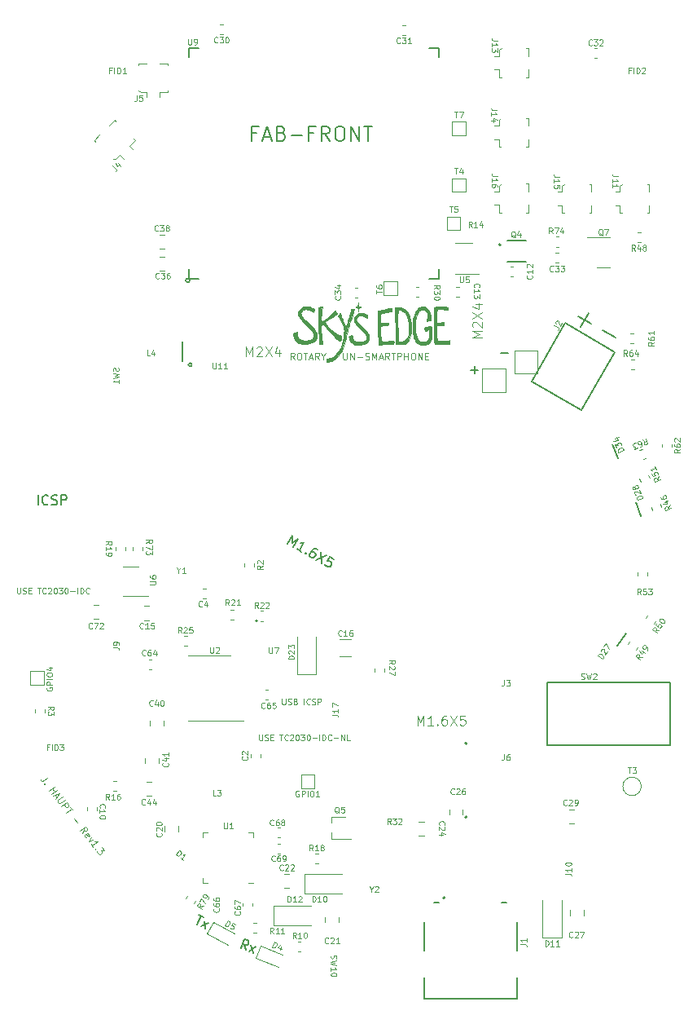
<source format=gbr>
G04 #@! TF.GenerationSoftware,KiCad,Pcbnew,6.0.11+dfsg-1~bpo11+1*
G04 #@! TF.CreationDate,2023-05-24T11:45:56-04:00*
G04 #@! TF.ProjectId,RUSP_Mainboard,52555350-5f4d-4616-996e-626f6172642e,rev?*
G04 #@! TF.SameCoordinates,Original*
G04 #@! TF.FileFunction,Legend,Top*
G04 #@! TF.FilePolarity,Positive*
%FSLAX46Y46*%
G04 Gerber Fmt 4.6, Leading zero omitted, Abs format (unit mm)*
G04 Created by KiCad (PCBNEW 6.0.11+dfsg-1~bpo11+1) date 2023-05-24 11:45:56*
%MOMM*%
%LPD*%
G01*
G04 APERTURE LIST*
%ADD10C,0.120000*%
%ADD11C,0.150000*%
%ADD12C,0.100000*%
%ADD13C,0.010000*%
%ADD14C,0.127000*%
%ADD15C,0.200000*%
G04 APERTURE END LIST*
D10*
X160702380Y-88011904D02*
X159702380Y-88011904D01*
X160416666Y-87678571D01*
X159702380Y-87345238D01*
X160702380Y-87345238D01*
X159797619Y-86916666D02*
X159750000Y-86869047D01*
X159702380Y-86773809D01*
X159702380Y-86535714D01*
X159750000Y-86440476D01*
X159797619Y-86392857D01*
X159892857Y-86345238D01*
X159988095Y-86345238D01*
X160130952Y-86392857D01*
X160702380Y-86964285D01*
X160702380Y-86345238D01*
X159702380Y-86011904D02*
X160702380Y-85345238D01*
X159702380Y-85345238D02*
X160702380Y-86011904D01*
X160035714Y-84535714D02*
X160702380Y-84535714D01*
X159654761Y-84773809D02*
X160369047Y-85011904D01*
X160369047Y-84392857D01*
X153973809Y-128252380D02*
X153973809Y-127252380D01*
X154307142Y-127966666D01*
X154640476Y-127252380D01*
X154640476Y-128252380D01*
X155640476Y-128252380D02*
X155069047Y-128252380D01*
X155354761Y-128252380D02*
X155354761Y-127252380D01*
X155259523Y-127395238D01*
X155164285Y-127490476D01*
X155069047Y-127538095D01*
X156069047Y-128157142D02*
X156116666Y-128204761D01*
X156069047Y-128252380D01*
X156021428Y-128204761D01*
X156069047Y-128157142D01*
X156069047Y-128252380D01*
X156973809Y-127252380D02*
X156783333Y-127252380D01*
X156688095Y-127300000D01*
X156640476Y-127347619D01*
X156545238Y-127490476D01*
X156497619Y-127680952D01*
X156497619Y-128061904D01*
X156545238Y-128157142D01*
X156592857Y-128204761D01*
X156688095Y-128252380D01*
X156878571Y-128252380D01*
X156973809Y-128204761D01*
X157021428Y-128157142D01*
X157069047Y-128061904D01*
X157069047Y-127823809D01*
X157021428Y-127728571D01*
X156973809Y-127680952D01*
X156878571Y-127633333D01*
X156688095Y-127633333D01*
X156592857Y-127680952D01*
X156545238Y-127728571D01*
X156497619Y-127823809D01*
X157402380Y-127252380D02*
X158069047Y-128252380D01*
X158069047Y-127252380D02*
X157402380Y-128252380D01*
X158926190Y-127252380D02*
X158450000Y-127252380D01*
X158402380Y-127728571D01*
X158450000Y-127680952D01*
X158545238Y-127633333D01*
X158783333Y-127633333D01*
X158878571Y-127680952D01*
X158926190Y-127728571D01*
X158973809Y-127823809D01*
X158973809Y-128061904D01*
X158926190Y-128157142D01*
X158878571Y-128204761D01*
X158783333Y-128252380D01*
X158545238Y-128252380D01*
X158450000Y-128204761D01*
X158402380Y-128157142D01*
D11*
X140504365Y-109403678D02*
X141004365Y-108537652D01*
X140935897Y-109322908D01*
X141581715Y-108870986D01*
X141081715Y-109737011D01*
X141947741Y-110237011D02*
X141452869Y-109951297D01*
X141700305Y-110094154D02*
X142200305Y-109228128D01*
X142046398Y-109304227D01*
X141916300Y-109339087D01*
X141810012Y-109332707D01*
X142366514Y-110368818D02*
X142383943Y-110433867D01*
X142318895Y-110451297D01*
X142301465Y-110386248D01*
X142366514Y-110368818D01*
X142318895Y-110451297D01*
X143602441Y-110037652D02*
X143437484Y-109942414D01*
X143331196Y-109936034D01*
X143266147Y-109953464D01*
X143112240Y-110029563D01*
X142975763Y-110170711D01*
X142785286Y-110500625D01*
X142778907Y-110606913D01*
X142796336Y-110671962D01*
X142855006Y-110760821D01*
X143019963Y-110856059D01*
X143126251Y-110862438D01*
X143191300Y-110845009D01*
X143280158Y-110786339D01*
X143399206Y-110580143D01*
X143405585Y-110473855D01*
X143388156Y-110408806D01*
X143329487Y-110319948D01*
X143164529Y-110224710D01*
X143058241Y-110218330D01*
X142993192Y-110235760D01*
X142904334Y-110294429D01*
X143973595Y-110251938D02*
X144050945Y-111451297D01*
X144550945Y-110585271D02*
X143473595Y-111117963D01*
X145293253Y-111013843D02*
X144880860Y-110775747D01*
X144601525Y-111164331D01*
X144666574Y-111146901D01*
X144772862Y-111153281D01*
X144979059Y-111272329D01*
X145037728Y-111361187D01*
X145055158Y-111426236D01*
X145048778Y-111532524D01*
X144929730Y-111738720D01*
X144840872Y-111797390D01*
X144775823Y-111814819D01*
X144669535Y-111808440D01*
X144463338Y-111689392D01*
X144404669Y-111600534D01*
X144387240Y-111535485D01*
D10*
X136168095Y-89952380D02*
X136168095Y-88952380D01*
X136501428Y-89666666D01*
X136834761Y-88952380D01*
X136834761Y-89952380D01*
X137263333Y-89047619D02*
X137310952Y-89000000D01*
X137406190Y-88952380D01*
X137644285Y-88952380D01*
X137739523Y-89000000D01*
X137787142Y-89047619D01*
X137834761Y-89142857D01*
X137834761Y-89238095D01*
X137787142Y-89380952D01*
X137215714Y-89952380D01*
X137834761Y-89952380D01*
X138168095Y-88952380D02*
X138834761Y-89952380D01*
X138834761Y-88952380D02*
X138168095Y-89952380D01*
X139644285Y-89285714D02*
X139644285Y-89952380D01*
X139406190Y-88904761D02*
X139168095Y-89619047D01*
X139787142Y-89619047D01*
X115508461Y-133685345D02*
X115114456Y-133993176D01*
X115015133Y-134028475D01*
X114921555Y-134016985D01*
X114833722Y-133958706D01*
X114792677Y-133906172D01*
X115214608Y-134337935D02*
X115208863Y-134384724D01*
X115162074Y-134378979D01*
X115167819Y-134332190D01*
X115214608Y-134337935D01*
X115162074Y-134378979D01*
X115695648Y-135061921D02*
X116247255Y-134630958D01*
X115984585Y-134836179D02*
X116230849Y-135151383D01*
X115941912Y-135377126D02*
X116493520Y-134946163D01*
X116284213Y-135490397D02*
X116489433Y-135753067D01*
X116085567Y-135560995D02*
X116780828Y-135313901D01*
X116372875Y-135928733D01*
X117068137Y-135681639D02*
X116621598Y-136030514D01*
X116589586Y-136097825D01*
X116583841Y-136144614D01*
X116598618Y-136217670D01*
X116680706Y-136322739D01*
X116748017Y-136354751D01*
X116794806Y-136360496D01*
X116867862Y-136345718D01*
X117314402Y-135996844D01*
X116968015Y-136690477D02*
X117519622Y-136259514D01*
X117683799Y-136469650D01*
X117698576Y-136542706D01*
X117692831Y-136589495D01*
X117660819Y-136656806D01*
X117582018Y-136718372D01*
X117508961Y-136733150D01*
X117462172Y-136727405D01*
X117394861Y-136695393D01*
X117230685Y-136485256D01*
X117889019Y-136732320D02*
X118135284Y-137047525D01*
X117460544Y-137320885D02*
X118012151Y-136889922D01*
X118265819Y-137918453D02*
X118594172Y-138338725D01*
X119163874Y-139501049D02*
X119282890Y-139111959D01*
X118917609Y-139185844D02*
X119469217Y-138754881D01*
X119633393Y-138965017D01*
X119648170Y-139038074D01*
X119642425Y-139084863D01*
X119610413Y-139152174D01*
X119531612Y-139213740D01*
X119458556Y-139228517D01*
X119411767Y-139222772D01*
X119344456Y-139190760D01*
X119180280Y-138980624D01*
X119539016Y-139927066D02*
X119471705Y-139895054D01*
X119389616Y-139789986D01*
X119374839Y-139716930D01*
X119406851Y-139649619D01*
X119616988Y-139485442D01*
X119690044Y-139470665D01*
X119757355Y-139502677D01*
X119839443Y-139607745D01*
X119854220Y-139680801D01*
X119822208Y-139748112D01*
X119769674Y-139789157D01*
X119511919Y-139567530D01*
X120044663Y-139870416D02*
X119779535Y-140289059D01*
X120249884Y-140133086D01*
X120272065Y-140919468D02*
X120025800Y-140604264D01*
X120148932Y-140761866D02*
X120700540Y-140330903D01*
X120580695Y-140339935D01*
X120487116Y-140328445D01*
X120419805Y-140296433D01*
X120509297Y-141114827D02*
X120503552Y-141161616D01*
X120456763Y-141155871D01*
X120462508Y-141109082D01*
X120509297Y-141114827D01*
X120456763Y-141155871D01*
X121172547Y-140935044D02*
X121439334Y-141276516D01*
X121085543Y-141256823D01*
X121147109Y-141335624D01*
X121161886Y-141408680D01*
X121156141Y-141455469D01*
X121124129Y-141522780D01*
X120992794Y-141625390D01*
X120919738Y-141640168D01*
X120872949Y-141634423D01*
X120805638Y-141602411D01*
X120682506Y-141444808D01*
X120667728Y-141371752D01*
X120673473Y-141324963D01*
D11*
X137282142Y-66767857D02*
X136782142Y-66767857D01*
X136782142Y-67553571D02*
X136782142Y-66053571D01*
X137496428Y-66053571D01*
X137996428Y-67125000D02*
X138710714Y-67125000D01*
X137853571Y-67553571D02*
X138353571Y-66053571D01*
X138853571Y-67553571D01*
X139853571Y-66767857D02*
X140067857Y-66839285D01*
X140139285Y-66910714D01*
X140210714Y-67053571D01*
X140210714Y-67267857D01*
X140139285Y-67410714D01*
X140067857Y-67482142D01*
X139925000Y-67553571D01*
X139353571Y-67553571D01*
X139353571Y-66053571D01*
X139853571Y-66053571D01*
X139996428Y-66125000D01*
X140067857Y-66196428D01*
X140139285Y-66339285D01*
X140139285Y-66482142D01*
X140067857Y-66625000D01*
X139996428Y-66696428D01*
X139853571Y-66767857D01*
X139353571Y-66767857D01*
X140853571Y-66982142D02*
X141996428Y-66982142D01*
X143210714Y-66767857D02*
X142710714Y-66767857D01*
X142710714Y-67553571D02*
X142710714Y-66053571D01*
X143425000Y-66053571D01*
X144853571Y-67553571D02*
X144353571Y-66839285D01*
X143996428Y-67553571D02*
X143996428Y-66053571D01*
X144567857Y-66053571D01*
X144710714Y-66125000D01*
X144782142Y-66196428D01*
X144853571Y-66339285D01*
X144853571Y-66553571D01*
X144782142Y-66696428D01*
X144710714Y-66767857D01*
X144567857Y-66839285D01*
X143996428Y-66839285D01*
X145782142Y-66053571D02*
X146067857Y-66053571D01*
X146210714Y-66125000D01*
X146353571Y-66267857D01*
X146425000Y-66553571D01*
X146425000Y-67053571D01*
X146353571Y-67339285D01*
X146210714Y-67482142D01*
X146067857Y-67553571D01*
X145782142Y-67553571D01*
X145639285Y-67482142D01*
X145496428Y-67339285D01*
X145425000Y-67053571D01*
X145425000Y-66553571D01*
X145496428Y-66267857D01*
X145639285Y-66125000D01*
X145782142Y-66053571D01*
X147067857Y-67553571D02*
X147067857Y-66053571D01*
X147925000Y-67553571D01*
X147925000Y-66053571D01*
X148425000Y-66053571D02*
X149282142Y-66053571D01*
X148853571Y-67553571D02*
X148853571Y-66053571D01*
D10*
X141200000Y-90266666D02*
X140966666Y-89933333D01*
X140800000Y-90266666D02*
X140800000Y-89566666D01*
X141066666Y-89566666D01*
X141133333Y-89600000D01*
X141166666Y-89633333D01*
X141200000Y-89700000D01*
X141200000Y-89800000D01*
X141166666Y-89866666D01*
X141133333Y-89900000D01*
X141066666Y-89933333D01*
X140800000Y-89933333D01*
X141633333Y-89566666D02*
X141766666Y-89566666D01*
X141833333Y-89600000D01*
X141900000Y-89666666D01*
X141933333Y-89800000D01*
X141933333Y-90033333D01*
X141900000Y-90166666D01*
X141833333Y-90233333D01*
X141766666Y-90266666D01*
X141633333Y-90266666D01*
X141566666Y-90233333D01*
X141500000Y-90166666D01*
X141466666Y-90033333D01*
X141466666Y-89800000D01*
X141500000Y-89666666D01*
X141566666Y-89600000D01*
X141633333Y-89566666D01*
X142133333Y-89566666D02*
X142533333Y-89566666D01*
X142333333Y-90266666D02*
X142333333Y-89566666D01*
X142733333Y-90066666D02*
X143066666Y-90066666D01*
X142666666Y-90266666D02*
X142900000Y-89566666D01*
X143133333Y-90266666D01*
X143766666Y-90266666D02*
X143533333Y-89933333D01*
X143366666Y-90266666D02*
X143366666Y-89566666D01*
X143633333Y-89566666D01*
X143700000Y-89600000D01*
X143733333Y-89633333D01*
X143766666Y-89700000D01*
X143766666Y-89800000D01*
X143733333Y-89866666D01*
X143700000Y-89900000D01*
X143633333Y-89933333D01*
X143366666Y-89933333D01*
X144200000Y-89933333D02*
X144200000Y-90266666D01*
X143966666Y-89566666D02*
X144200000Y-89933333D01*
X144433333Y-89566666D01*
X146266666Y-89566666D02*
X146266666Y-90133333D01*
X146300000Y-90200000D01*
X146333333Y-90233333D01*
X146400000Y-90266666D01*
X146533333Y-90266666D01*
X146600000Y-90233333D01*
X146633333Y-90200000D01*
X146666666Y-90133333D01*
X146666666Y-89566666D01*
X147000000Y-90266666D02*
X147000000Y-89566666D01*
X147400000Y-90266666D01*
X147400000Y-89566666D01*
X147733333Y-90000000D02*
X148266666Y-90000000D01*
X148566666Y-90233333D02*
X148666666Y-90266666D01*
X148833333Y-90266666D01*
X148900000Y-90233333D01*
X148933333Y-90200000D01*
X148966666Y-90133333D01*
X148966666Y-90066666D01*
X148933333Y-90000000D01*
X148900000Y-89966666D01*
X148833333Y-89933333D01*
X148700000Y-89900000D01*
X148633333Y-89866666D01*
X148600000Y-89833333D01*
X148566666Y-89766666D01*
X148566666Y-89700000D01*
X148600000Y-89633333D01*
X148633333Y-89600000D01*
X148700000Y-89566666D01*
X148866666Y-89566666D01*
X148966666Y-89600000D01*
X149266666Y-90266666D02*
X149266666Y-89566666D01*
X149500000Y-90066666D01*
X149733333Y-89566666D01*
X149733333Y-90266666D01*
X150033333Y-90066666D02*
X150366666Y-90066666D01*
X149966666Y-90266666D02*
X150200000Y-89566666D01*
X150433333Y-90266666D01*
X151066666Y-90266666D02*
X150833333Y-89933333D01*
X150666666Y-90266666D02*
X150666666Y-89566666D01*
X150933333Y-89566666D01*
X151000000Y-89600000D01*
X151033333Y-89633333D01*
X151066666Y-89700000D01*
X151066666Y-89800000D01*
X151033333Y-89866666D01*
X151000000Y-89900000D01*
X150933333Y-89933333D01*
X150666666Y-89933333D01*
X151266666Y-89566666D02*
X151666666Y-89566666D01*
X151466666Y-90266666D02*
X151466666Y-89566666D01*
X151900000Y-90266666D02*
X151900000Y-89566666D01*
X152166666Y-89566666D01*
X152233333Y-89600000D01*
X152266666Y-89633333D01*
X152300000Y-89700000D01*
X152300000Y-89800000D01*
X152266666Y-89866666D01*
X152233333Y-89900000D01*
X152166666Y-89933333D01*
X151900000Y-89933333D01*
X152600000Y-90266666D02*
X152600000Y-89566666D01*
X152600000Y-89900000D02*
X153000000Y-89900000D01*
X153000000Y-90266666D02*
X153000000Y-89566666D01*
X153466666Y-89566666D02*
X153600000Y-89566666D01*
X153666666Y-89600000D01*
X153733333Y-89666666D01*
X153766666Y-89800000D01*
X153766666Y-90033333D01*
X153733333Y-90166666D01*
X153666666Y-90233333D01*
X153600000Y-90266666D01*
X153466666Y-90266666D01*
X153400000Y-90233333D01*
X153333333Y-90166666D01*
X153300000Y-90033333D01*
X153300000Y-89800000D01*
X153333333Y-89666666D01*
X153400000Y-89600000D01*
X153466666Y-89566666D01*
X154066666Y-90266666D02*
X154066666Y-89566666D01*
X154466666Y-90266666D01*
X154466666Y-89566666D01*
X154800000Y-89900000D02*
X155033333Y-89900000D01*
X155133333Y-90266666D02*
X154800000Y-90266666D01*
X154800000Y-89566666D01*
X155133333Y-89566666D01*
X151214285Y-138521428D02*
X151014285Y-138235714D01*
X150871428Y-138521428D02*
X150871428Y-137921428D01*
X151100000Y-137921428D01*
X151157142Y-137950000D01*
X151185714Y-137978571D01*
X151214285Y-138035714D01*
X151214285Y-138121428D01*
X151185714Y-138178571D01*
X151157142Y-138207142D01*
X151100000Y-138235714D01*
X150871428Y-138235714D01*
X151414285Y-137921428D02*
X151785714Y-137921428D01*
X151585714Y-138150000D01*
X151671428Y-138150000D01*
X151728571Y-138178571D01*
X151757142Y-138207142D01*
X151785714Y-138264285D01*
X151785714Y-138407142D01*
X151757142Y-138464285D01*
X151728571Y-138492857D01*
X151671428Y-138521428D01*
X151500000Y-138521428D01*
X151442857Y-138492857D01*
X151414285Y-138464285D01*
X152014285Y-137978571D02*
X152042857Y-137950000D01*
X152100000Y-137921428D01*
X152242857Y-137921428D01*
X152300000Y-137950000D01*
X152328571Y-137978571D01*
X152357142Y-138035714D01*
X152357142Y-138092857D01*
X152328571Y-138178571D01*
X151985714Y-138521428D01*
X152357142Y-138521428D01*
X145939285Y-83685714D02*
X145967857Y-83714285D01*
X145996428Y-83800000D01*
X145996428Y-83857142D01*
X145967857Y-83942857D01*
X145910714Y-84000000D01*
X145853571Y-84028571D01*
X145739285Y-84057142D01*
X145653571Y-84057142D01*
X145539285Y-84028571D01*
X145482142Y-84000000D01*
X145425000Y-83942857D01*
X145396428Y-83857142D01*
X145396428Y-83800000D01*
X145425000Y-83714285D01*
X145453571Y-83685714D01*
X145396428Y-83485714D02*
X145396428Y-83114285D01*
X145625000Y-83314285D01*
X145625000Y-83228571D01*
X145653571Y-83171428D01*
X145682142Y-83142857D01*
X145739285Y-83114285D01*
X145882142Y-83114285D01*
X145939285Y-83142857D01*
X145967857Y-83171428D01*
X145996428Y-83228571D01*
X145996428Y-83400000D01*
X145967857Y-83457142D01*
X145939285Y-83485714D01*
X145596428Y-82600000D02*
X145996428Y-82600000D01*
X145367857Y-82742857D02*
X145796428Y-82885714D01*
X145796428Y-82514285D01*
X168114285Y-81064285D02*
X168085714Y-81092857D01*
X168000000Y-81121428D01*
X167942857Y-81121428D01*
X167857142Y-81092857D01*
X167800000Y-81035714D01*
X167771428Y-80978571D01*
X167742857Y-80864285D01*
X167742857Y-80778571D01*
X167771428Y-80664285D01*
X167800000Y-80607142D01*
X167857142Y-80550000D01*
X167942857Y-80521428D01*
X168000000Y-80521428D01*
X168085714Y-80550000D01*
X168114285Y-80578571D01*
X168314285Y-80521428D02*
X168685714Y-80521428D01*
X168485714Y-80750000D01*
X168571428Y-80750000D01*
X168628571Y-80778571D01*
X168657142Y-80807142D01*
X168685714Y-80864285D01*
X168685714Y-81007142D01*
X168657142Y-81064285D01*
X168628571Y-81092857D01*
X168571428Y-81121428D01*
X168400000Y-81121428D01*
X168342857Y-81092857D01*
X168314285Y-81064285D01*
X168885714Y-80521428D02*
X169257142Y-80521428D01*
X169057142Y-80750000D01*
X169142857Y-80750000D01*
X169200000Y-80778571D01*
X169228571Y-80807142D01*
X169257142Y-80864285D01*
X169257142Y-81007142D01*
X169228571Y-81064285D01*
X169200000Y-81092857D01*
X169142857Y-81121428D01*
X168971428Y-81121428D01*
X168914285Y-81092857D01*
X168885714Y-81064285D01*
X172129285Y-57584285D02*
X172100714Y-57612857D01*
X172015000Y-57641428D01*
X171957857Y-57641428D01*
X171872142Y-57612857D01*
X171815000Y-57555714D01*
X171786428Y-57498571D01*
X171757857Y-57384285D01*
X171757857Y-57298571D01*
X171786428Y-57184285D01*
X171815000Y-57127142D01*
X171872142Y-57070000D01*
X171957857Y-57041428D01*
X172015000Y-57041428D01*
X172100714Y-57070000D01*
X172129285Y-57098571D01*
X172329285Y-57041428D02*
X172700714Y-57041428D01*
X172500714Y-57270000D01*
X172586428Y-57270000D01*
X172643571Y-57298571D01*
X172672142Y-57327142D01*
X172700714Y-57384285D01*
X172700714Y-57527142D01*
X172672142Y-57584285D01*
X172643571Y-57612857D01*
X172586428Y-57641428D01*
X172415000Y-57641428D01*
X172357857Y-57612857D01*
X172329285Y-57584285D01*
X172929285Y-57098571D02*
X172957857Y-57070000D01*
X173015000Y-57041428D01*
X173157857Y-57041428D01*
X173215000Y-57070000D01*
X173243571Y-57098571D01*
X173272142Y-57155714D01*
X173272142Y-57212857D01*
X173243571Y-57298571D01*
X172900714Y-57641428D01*
X173272142Y-57641428D01*
X152194285Y-57364285D02*
X152165714Y-57392857D01*
X152080000Y-57421428D01*
X152022857Y-57421428D01*
X151937142Y-57392857D01*
X151880000Y-57335714D01*
X151851428Y-57278571D01*
X151822857Y-57164285D01*
X151822857Y-57078571D01*
X151851428Y-56964285D01*
X151880000Y-56907142D01*
X151937142Y-56850000D01*
X152022857Y-56821428D01*
X152080000Y-56821428D01*
X152165714Y-56850000D01*
X152194285Y-56878571D01*
X152394285Y-56821428D02*
X152765714Y-56821428D01*
X152565714Y-57050000D01*
X152651428Y-57050000D01*
X152708571Y-57078571D01*
X152737142Y-57107142D01*
X152765714Y-57164285D01*
X152765714Y-57307142D01*
X152737142Y-57364285D01*
X152708571Y-57392857D01*
X152651428Y-57421428D01*
X152480000Y-57421428D01*
X152422857Y-57392857D01*
X152394285Y-57364285D01*
X153337142Y-57421428D02*
X152994285Y-57421428D01*
X153165714Y-57421428D02*
X153165714Y-56821428D01*
X153108571Y-56907142D01*
X153051428Y-56964285D01*
X152994285Y-56992857D01*
X163000000Y-131271428D02*
X163000000Y-131700000D01*
X162971428Y-131785714D01*
X162914285Y-131842857D01*
X162828571Y-131871428D01*
X162771428Y-131871428D01*
X163542857Y-131271428D02*
X163428571Y-131271428D01*
X163371428Y-131300000D01*
X163342857Y-131328571D01*
X163285714Y-131414285D01*
X163257142Y-131528571D01*
X163257142Y-131757142D01*
X163285714Y-131814285D01*
X163314285Y-131842857D01*
X163371428Y-131871428D01*
X163485714Y-131871428D01*
X163542857Y-131842857D01*
X163571428Y-131814285D01*
X163600000Y-131757142D01*
X163600000Y-131614285D01*
X163571428Y-131557142D01*
X163542857Y-131528571D01*
X163485714Y-131500000D01*
X163371428Y-131500000D01*
X163314285Y-131528571D01*
X163285714Y-131557142D01*
X163257142Y-131614285D01*
X171000000Y-123442857D02*
X171085714Y-123471428D01*
X171228571Y-123471428D01*
X171285714Y-123442857D01*
X171314285Y-123414285D01*
X171342857Y-123357142D01*
X171342857Y-123300000D01*
X171314285Y-123242857D01*
X171285714Y-123214285D01*
X171228571Y-123185714D01*
X171114285Y-123157142D01*
X171057142Y-123128571D01*
X171028571Y-123100000D01*
X171000000Y-123042857D01*
X171000000Y-122985714D01*
X171028571Y-122928571D01*
X171057142Y-122900000D01*
X171114285Y-122871428D01*
X171257142Y-122871428D01*
X171342857Y-122900000D01*
X171542857Y-122871428D02*
X171685714Y-123471428D01*
X171800000Y-123042857D01*
X171914285Y-123471428D01*
X172057142Y-122871428D01*
X172257142Y-122928571D02*
X172285714Y-122900000D01*
X172342857Y-122871428D01*
X172485714Y-122871428D01*
X172542857Y-122900000D01*
X172571428Y-122928571D01*
X172600000Y-122985714D01*
X172600000Y-123042857D01*
X172571428Y-123128571D01*
X172228571Y-123471428D01*
X172600000Y-123471428D01*
X169381428Y-143665714D02*
X169810000Y-143665714D01*
X169895714Y-143694285D01*
X169952857Y-143751428D01*
X169981428Y-143837142D01*
X169981428Y-143894285D01*
X169981428Y-143065714D02*
X169981428Y-143408571D01*
X169981428Y-143237142D02*
X169381428Y-143237142D01*
X169467142Y-143294285D01*
X169524285Y-143351428D01*
X169552857Y-143408571D01*
X169381428Y-142694285D02*
X169381428Y-142637142D01*
X169410000Y-142580000D01*
X169438571Y-142551428D01*
X169495714Y-142522857D01*
X169610000Y-142494285D01*
X169752857Y-142494285D01*
X169867142Y-142522857D01*
X169924285Y-142551428D01*
X169952857Y-142580000D01*
X169981428Y-142637142D01*
X169981428Y-142694285D01*
X169952857Y-142751428D01*
X169924285Y-142780000D01*
X169867142Y-142808571D01*
X169752857Y-142837142D01*
X169610000Y-142837142D01*
X169495714Y-142808571D01*
X169438571Y-142780000D01*
X169410000Y-142751428D01*
X169381428Y-142694285D01*
X167271428Y-151191428D02*
X167271428Y-150591428D01*
X167414285Y-150591428D01*
X167500000Y-150620000D01*
X167557142Y-150677142D01*
X167585714Y-150734285D01*
X167614285Y-150848571D01*
X167614285Y-150934285D01*
X167585714Y-151048571D01*
X167557142Y-151105714D01*
X167500000Y-151162857D01*
X167414285Y-151191428D01*
X167271428Y-151191428D01*
X168185714Y-151191428D02*
X167842857Y-151191428D01*
X168014285Y-151191428D02*
X168014285Y-150591428D01*
X167957142Y-150677142D01*
X167900000Y-150734285D01*
X167842857Y-150762857D01*
X168757142Y-151191428D02*
X168414285Y-151191428D01*
X168585714Y-151191428D02*
X168585714Y-150591428D01*
X168528571Y-150677142D01*
X168471428Y-150734285D01*
X168414285Y-150762857D01*
X169514285Y-136514285D02*
X169485714Y-136542857D01*
X169400000Y-136571428D01*
X169342857Y-136571428D01*
X169257142Y-136542857D01*
X169200000Y-136485714D01*
X169171428Y-136428571D01*
X169142857Y-136314285D01*
X169142857Y-136228571D01*
X169171428Y-136114285D01*
X169200000Y-136057142D01*
X169257142Y-136000000D01*
X169342857Y-135971428D01*
X169400000Y-135971428D01*
X169485714Y-136000000D01*
X169514285Y-136028571D01*
X169742857Y-136028571D02*
X169771428Y-136000000D01*
X169828571Y-135971428D01*
X169971428Y-135971428D01*
X170028571Y-136000000D01*
X170057142Y-136028571D01*
X170085714Y-136085714D01*
X170085714Y-136142857D01*
X170057142Y-136228571D01*
X169714285Y-136571428D01*
X170085714Y-136571428D01*
X170371428Y-136571428D02*
X170485714Y-136571428D01*
X170542857Y-136542857D01*
X170571428Y-136514285D01*
X170628571Y-136428571D01*
X170657142Y-136314285D01*
X170657142Y-136085714D01*
X170628571Y-136028571D01*
X170600000Y-136000000D01*
X170542857Y-135971428D01*
X170428571Y-135971428D01*
X170371428Y-136000000D01*
X170342857Y-136028571D01*
X170314285Y-136085714D01*
X170314285Y-136228571D01*
X170342857Y-136285714D01*
X170371428Y-136314285D01*
X170428571Y-136342857D01*
X170542857Y-136342857D01*
X170600000Y-136314285D01*
X170628571Y-136285714D01*
X170657142Y-136228571D01*
X157814285Y-135364285D02*
X157785714Y-135392857D01*
X157700000Y-135421428D01*
X157642857Y-135421428D01*
X157557142Y-135392857D01*
X157500000Y-135335714D01*
X157471428Y-135278571D01*
X157442857Y-135164285D01*
X157442857Y-135078571D01*
X157471428Y-134964285D01*
X157500000Y-134907142D01*
X157557142Y-134850000D01*
X157642857Y-134821428D01*
X157700000Y-134821428D01*
X157785714Y-134850000D01*
X157814285Y-134878571D01*
X158042857Y-134878571D02*
X158071428Y-134850000D01*
X158128571Y-134821428D01*
X158271428Y-134821428D01*
X158328571Y-134850000D01*
X158357142Y-134878571D01*
X158385714Y-134935714D01*
X158385714Y-134992857D01*
X158357142Y-135078571D01*
X158014285Y-135421428D01*
X158385714Y-135421428D01*
X158900000Y-134821428D02*
X158785714Y-134821428D01*
X158728571Y-134850000D01*
X158700000Y-134878571D01*
X158642857Y-134964285D01*
X158614285Y-135078571D01*
X158614285Y-135307142D01*
X158642857Y-135364285D01*
X158671428Y-135392857D01*
X158728571Y-135421428D01*
X158842857Y-135421428D01*
X158900000Y-135392857D01*
X158928571Y-135364285D01*
X158957142Y-135307142D01*
X158957142Y-135164285D01*
X158928571Y-135107142D01*
X158900000Y-135078571D01*
X158842857Y-135050000D01*
X158728571Y-135050000D01*
X158671428Y-135078571D01*
X158642857Y-135107142D01*
X158614285Y-135164285D01*
X156285714Y-138589285D02*
X156257142Y-138560714D01*
X156228571Y-138475000D01*
X156228571Y-138417857D01*
X156257142Y-138332142D01*
X156314285Y-138275000D01*
X156371428Y-138246428D01*
X156485714Y-138217857D01*
X156571428Y-138217857D01*
X156685714Y-138246428D01*
X156742857Y-138275000D01*
X156800000Y-138332142D01*
X156828571Y-138417857D01*
X156828571Y-138475000D01*
X156800000Y-138560714D01*
X156771428Y-138589285D01*
X156771428Y-138817857D02*
X156800000Y-138846428D01*
X156828571Y-138903571D01*
X156828571Y-139046428D01*
X156800000Y-139103571D01*
X156771428Y-139132142D01*
X156714285Y-139160714D01*
X156657142Y-139160714D01*
X156571428Y-139132142D01*
X156228571Y-138789285D01*
X156228571Y-139160714D01*
X156628571Y-139675000D02*
X156228571Y-139675000D01*
X156857142Y-139532142D02*
X156428571Y-139389285D01*
X156428571Y-139760714D01*
X140014285Y-143264285D02*
X139985714Y-143292857D01*
X139900000Y-143321428D01*
X139842857Y-143321428D01*
X139757142Y-143292857D01*
X139700000Y-143235714D01*
X139671428Y-143178571D01*
X139642857Y-143064285D01*
X139642857Y-142978571D01*
X139671428Y-142864285D01*
X139700000Y-142807142D01*
X139757142Y-142750000D01*
X139842857Y-142721428D01*
X139900000Y-142721428D01*
X139985714Y-142750000D01*
X140014285Y-142778571D01*
X140242857Y-142778571D02*
X140271428Y-142750000D01*
X140328571Y-142721428D01*
X140471428Y-142721428D01*
X140528571Y-142750000D01*
X140557142Y-142778571D01*
X140585714Y-142835714D01*
X140585714Y-142892857D01*
X140557142Y-142978571D01*
X140214285Y-143321428D01*
X140585714Y-143321428D01*
X140814285Y-142778571D02*
X140842857Y-142750000D01*
X140900000Y-142721428D01*
X141042857Y-142721428D01*
X141100000Y-142750000D01*
X141128571Y-142778571D01*
X141157142Y-142835714D01*
X141157142Y-142892857D01*
X141128571Y-142978571D01*
X140785714Y-143321428D01*
X141157142Y-143321428D01*
X127339285Y-139435714D02*
X127367857Y-139464285D01*
X127396428Y-139550000D01*
X127396428Y-139607142D01*
X127367857Y-139692857D01*
X127310714Y-139750000D01*
X127253571Y-139778571D01*
X127139285Y-139807142D01*
X127053571Y-139807142D01*
X126939285Y-139778571D01*
X126882142Y-139750000D01*
X126825000Y-139692857D01*
X126796428Y-139607142D01*
X126796428Y-139550000D01*
X126825000Y-139464285D01*
X126853571Y-139435714D01*
X126853571Y-139207142D02*
X126825000Y-139178571D01*
X126796428Y-139121428D01*
X126796428Y-138978571D01*
X126825000Y-138921428D01*
X126853571Y-138892857D01*
X126910714Y-138864285D01*
X126967857Y-138864285D01*
X127053571Y-138892857D01*
X127396428Y-139235714D01*
X127396428Y-138864285D01*
X126796428Y-138492857D02*
X126796428Y-138435714D01*
X126825000Y-138378571D01*
X126853571Y-138350000D01*
X126910714Y-138321428D01*
X127025000Y-138292857D01*
X127167857Y-138292857D01*
X127282142Y-138321428D01*
X127339285Y-138350000D01*
X127367857Y-138378571D01*
X127396428Y-138435714D01*
X127396428Y-138492857D01*
X127367857Y-138550000D01*
X127339285Y-138578571D01*
X127282142Y-138607142D01*
X127167857Y-138635714D01*
X127025000Y-138635714D01*
X126910714Y-138607142D01*
X126853571Y-138578571D01*
X126825000Y-138550000D01*
X126796428Y-138492857D01*
X145007142Y-152139285D02*
X144978571Y-152225000D01*
X144978571Y-152367857D01*
X145007142Y-152425000D01*
X145035714Y-152453571D01*
X145092857Y-152482142D01*
X145150000Y-152482142D01*
X145207142Y-152453571D01*
X145235714Y-152425000D01*
X145264285Y-152367857D01*
X145292857Y-152253571D01*
X145321428Y-152196428D01*
X145350000Y-152167857D01*
X145407142Y-152139285D01*
X145464285Y-152139285D01*
X145521428Y-152167857D01*
X145550000Y-152196428D01*
X145578571Y-152253571D01*
X145578571Y-152396428D01*
X145550000Y-152482142D01*
X145578571Y-152682142D02*
X144978571Y-152825000D01*
X145407142Y-152939285D01*
X144978571Y-153053571D01*
X145578571Y-153196428D01*
X144978571Y-153739285D02*
X144978571Y-153396428D01*
X144978571Y-153567857D02*
X145578571Y-153567857D01*
X145492857Y-153510714D01*
X145435714Y-153453571D01*
X145407142Y-153396428D01*
X145578571Y-154110714D02*
X145578571Y-154167857D01*
X145550000Y-154225000D01*
X145521428Y-154253571D01*
X145464285Y-154282142D01*
X145350000Y-154310714D01*
X145207142Y-154310714D01*
X145092857Y-154282142D01*
X145035714Y-154253571D01*
X145007142Y-154225000D01*
X144978571Y-154167857D01*
X144978571Y-154110714D01*
X145007142Y-154053571D01*
X145035714Y-154025000D01*
X145092857Y-153996428D01*
X145207142Y-153967857D01*
X145350000Y-153967857D01*
X145464285Y-153996428D01*
X145521428Y-154025000D01*
X145550000Y-154053571D01*
X145578571Y-154110714D01*
X133214285Y-57314285D02*
X133185714Y-57342857D01*
X133100000Y-57371428D01*
X133042857Y-57371428D01*
X132957142Y-57342857D01*
X132900000Y-57285714D01*
X132871428Y-57228571D01*
X132842857Y-57114285D01*
X132842857Y-57028571D01*
X132871428Y-56914285D01*
X132900000Y-56857142D01*
X132957142Y-56800000D01*
X133042857Y-56771428D01*
X133100000Y-56771428D01*
X133185714Y-56800000D01*
X133214285Y-56828571D01*
X133414285Y-56771428D02*
X133785714Y-56771428D01*
X133585714Y-57000000D01*
X133671428Y-57000000D01*
X133728571Y-57028571D01*
X133757142Y-57057142D01*
X133785714Y-57114285D01*
X133785714Y-57257142D01*
X133757142Y-57314285D01*
X133728571Y-57342857D01*
X133671428Y-57371428D01*
X133500000Y-57371428D01*
X133442857Y-57342857D01*
X133414285Y-57314285D01*
X134157142Y-56771428D02*
X134214285Y-56771428D01*
X134271428Y-56800000D01*
X134300000Y-56828571D01*
X134328571Y-56885714D01*
X134357142Y-57000000D01*
X134357142Y-57142857D01*
X134328571Y-57257142D01*
X134300000Y-57314285D01*
X134271428Y-57342857D01*
X134214285Y-57371428D01*
X134157142Y-57371428D01*
X134100000Y-57342857D01*
X134071428Y-57314285D01*
X134042857Y-57257142D01*
X134014285Y-57142857D01*
X134014285Y-57000000D01*
X134042857Y-56885714D01*
X134071428Y-56828571D01*
X134100000Y-56800000D01*
X134157142Y-56771428D01*
X131600000Y-115889285D02*
X131571428Y-115917857D01*
X131485714Y-115946428D01*
X131428571Y-115946428D01*
X131342857Y-115917857D01*
X131285714Y-115860714D01*
X131257142Y-115803571D01*
X131228571Y-115689285D01*
X131228571Y-115603571D01*
X131257142Y-115489285D01*
X131285714Y-115432142D01*
X131342857Y-115375000D01*
X131428571Y-115346428D01*
X131485714Y-115346428D01*
X131571428Y-115375000D01*
X131600000Y-115403571D01*
X132114285Y-115546428D02*
X132114285Y-115946428D01*
X131971428Y-115317857D02*
X131828571Y-115746428D01*
X132200000Y-115746428D01*
X122157142Y-60257142D02*
X121957142Y-60257142D01*
X121957142Y-60571428D02*
X121957142Y-59971428D01*
X122242857Y-59971428D01*
X122471428Y-60571428D02*
X122471428Y-59971428D01*
X122757142Y-60571428D02*
X122757142Y-59971428D01*
X122900000Y-59971428D01*
X122985714Y-60000000D01*
X123042857Y-60057142D01*
X123071428Y-60114285D01*
X123100000Y-60228571D01*
X123100000Y-60314285D01*
X123071428Y-60428571D01*
X123042857Y-60485714D01*
X122985714Y-60542857D01*
X122900000Y-60571428D01*
X122757142Y-60571428D01*
X123671428Y-60571428D02*
X123328571Y-60571428D01*
X123500000Y-60571428D02*
X123500000Y-59971428D01*
X123442857Y-60057142D01*
X123385714Y-60114285D01*
X123328571Y-60142857D01*
X138889285Y-151294694D02*
X139104306Y-150734546D01*
X139237675Y-150785741D01*
X139307457Y-150843132D01*
X139340326Y-150916958D01*
X139346522Y-150980544D01*
X139332239Y-151097478D01*
X139301522Y-151177500D01*
X139233892Y-151273955D01*
X139186740Y-151317064D01*
X139112914Y-151349933D01*
X139022654Y-151345890D01*
X138889285Y-151294694D01*
X139832844Y-151228434D02*
X139689497Y-151601867D01*
X139781388Y-150963849D02*
X139494434Y-151312760D01*
X139841192Y-151445868D01*
D11*
X136148968Y-151588203D02*
X136008426Y-151024185D01*
X135615494Y-151383422D02*
X135973862Y-150449841D01*
X136329511Y-150586362D01*
X136401359Y-150664949D01*
X136428750Y-150726470D01*
X136439076Y-150832448D01*
X136387880Y-150965816D01*
X136309294Y-151037664D01*
X136247772Y-151065055D01*
X136141795Y-151075381D01*
X135786145Y-150938859D01*
X136460162Y-151707659D02*
X137188092Y-151272989D01*
X136699074Y-151085272D02*
X136949180Y-151895376D01*
D10*
X136264285Y-131500000D02*
X136292857Y-131528571D01*
X136321428Y-131614285D01*
X136321428Y-131671428D01*
X136292857Y-131757142D01*
X136235714Y-131814285D01*
X136178571Y-131842857D01*
X136064285Y-131871428D01*
X135978571Y-131871428D01*
X135864285Y-131842857D01*
X135807142Y-131814285D01*
X135750000Y-131757142D01*
X135721428Y-131671428D01*
X135721428Y-131614285D01*
X135750000Y-131528571D01*
X135778571Y-131500000D01*
X135778571Y-131271428D02*
X135750000Y-131242857D01*
X135721428Y-131185714D01*
X135721428Y-131042857D01*
X135750000Y-130985714D01*
X135778571Y-130957142D01*
X135835714Y-130928571D01*
X135892857Y-130928571D01*
X135978571Y-130957142D01*
X136321428Y-131300000D01*
X136321428Y-130928571D01*
X138552857Y-120171428D02*
X138552857Y-120657142D01*
X138581428Y-120714285D01*
X138610000Y-120742857D01*
X138667142Y-120771428D01*
X138781428Y-120771428D01*
X138838571Y-120742857D01*
X138867142Y-120714285D01*
X138895714Y-120657142D01*
X138895714Y-120171428D01*
X139124285Y-120171428D02*
X139524285Y-120171428D01*
X139267142Y-120771428D01*
X141171428Y-121378571D02*
X140571428Y-121378571D01*
X140571428Y-121235714D01*
X140600000Y-121150000D01*
X140657142Y-121092857D01*
X140714285Y-121064285D01*
X140828571Y-121035714D01*
X140914285Y-121035714D01*
X141028571Y-121064285D01*
X141085714Y-121092857D01*
X141142857Y-121150000D01*
X141171428Y-121235714D01*
X141171428Y-121378571D01*
X140628571Y-120807142D02*
X140600000Y-120778571D01*
X140571428Y-120721428D01*
X140571428Y-120578571D01*
X140600000Y-120521428D01*
X140628571Y-120492857D01*
X140685714Y-120464285D01*
X140742857Y-120464285D01*
X140828571Y-120492857D01*
X141171428Y-120835714D01*
X141171428Y-120464285D01*
X140571428Y-120264285D02*
X140571428Y-119892857D01*
X140800000Y-120092857D01*
X140800000Y-120007142D01*
X140828571Y-119950000D01*
X140857142Y-119921428D01*
X140914285Y-119892857D01*
X141057142Y-119892857D01*
X141114285Y-119921428D01*
X141142857Y-119950000D01*
X141171428Y-120007142D01*
X141171428Y-120178571D01*
X141142857Y-120235714D01*
X141114285Y-120264285D01*
X164721428Y-151000000D02*
X165150000Y-151000000D01*
X165235714Y-151028571D01*
X165292857Y-151085714D01*
X165321428Y-151171428D01*
X165321428Y-151228571D01*
X165321428Y-150400000D02*
X165321428Y-150742857D01*
X165321428Y-150571428D02*
X164721428Y-150571428D01*
X164807142Y-150628571D01*
X164864285Y-150685714D01*
X164892857Y-150742857D01*
X130142857Y-56971428D02*
X130142857Y-57457142D01*
X130171428Y-57514285D01*
X130200000Y-57542857D01*
X130257142Y-57571428D01*
X130371428Y-57571428D01*
X130428571Y-57542857D01*
X130457142Y-57514285D01*
X130485714Y-57457142D01*
X130485714Y-56971428D01*
X130800000Y-57571428D02*
X130914285Y-57571428D01*
X130971428Y-57542857D01*
X131000000Y-57514285D01*
X131057142Y-57428571D01*
X131085714Y-57314285D01*
X131085714Y-57085714D01*
X131057142Y-57028571D01*
X131028571Y-57000000D01*
X130971428Y-56971428D01*
X130857142Y-56971428D01*
X130800000Y-57000000D01*
X130771428Y-57028571D01*
X130742857Y-57085714D01*
X130742857Y-57228571D01*
X130771428Y-57285714D01*
X130800000Y-57314285D01*
X130857142Y-57342857D01*
X130971428Y-57342857D01*
X131028571Y-57314285D01*
X131057142Y-57285714D01*
X131085714Y-57228571D01*
X181271428Y-99585714D02*
X180985714Y-99785714D01*
X181271428Y-99928571D02*
X180671428Y-99928571D01*
X180671428Y-99700000D01*
X180700000Y-99642857D01*
X180728571Y-99614285D01*
X180785714Y-99585714D01*
X180871428Y-99585714D01*
X180928571Y-99614285D01*
X180957142Y-99642857D01*
X180985714Y-99700000D01*
X180985714Y-99928571D01*
X180671428Y-99071428D02*
X180671428Y-99185714D01*
X180700000Y-99242857D01*
X180728571Y-99271428D01*
X180814285Y-99328571D01*
X180928571Y-99357142D01*
X181157142Y-99357142D01*
X181214285Y-99328571D01*
X181242857Y-99300000D01*
X181271428Y-99242857D01*
X181271428Y-99128571D01*
X181242857Y-99071428D01*
X181214285Y-99042857D01*
X181157142Y-99014285D01*
X181014285Y-99014285D01*
X180957142Y-99042857D01*
X180928571Y-99071428D01*
X180900000Y-99128571D01*
X180900000Y-99242857D01*
X180928571Y-99300000D01*
X180957142Y-99328571D01*
X181014285Y-99357142D01*
X180728571Y-98785714D02*
X180700000Y-98757142D01*
X180671428Y-98700000D01*
X180671428Y-98557142D01*
X180700000Y-98500000D01*
X180728571Y-98471428D01*
X180785714Y-98442857D01*
X180842857Y-98442857D01*
X180928571Y-98471428D01*
X181271428Y-98814285D01*
X181271428Y-98442857D01*
X177214285Y-114671428D02*
X177014285Y-114385714D01*
X176871428Y-114671428D02*
X176871428Y-114071428D01*
X177100000Y-114071428D01*
X177157142Y-114100000D01*
X177185714Y-114128571D01*
X177214285Y-114185714D01*
X177214285Y-114271428D01*
X177185714Y-114328571D01*
X177157142Y-114357142D01*
X177100000Y-114385714D01*
X176871428Y-114385714D01*
X177757142Y-114071428D02*
X177471428Y-114071428D01*
X177442857Y-114357142D01*
X177471428Y-114328571D01*
X177528571Y-114300000D01*
X177671428Y-114300000D01*
X177728571Y-114328571D01*
X177757142Y-114357142D01*
X177785714Y-114414285D01*
X177785714Y-114557142D01*
X177757142Y-114614285D01*
X177728571Y-114642857D01*
X177671428Y-114671428D01*
X177528571Y-114671428D01*
X177471428Y-114642857D01*
X177442857Y-114614285D01*
X177985714Y-114071428D02*
X178357142Y-114071428D01*
X178157142Y-114300000D01*
X178242857Y-114300000D01*
X178300000Y-114328571D01*
X178328571Y-114357142D01*
X178357142Y-114414285D01*
X178357142Y-114557142D01*
X178328571Y-114614285D01*
X178300000Y-114642857D01*
X178242857Y-114671428D01*
X178071428Y-114671428D01*
X178014285Y-114642857D01*
X177985714Y-114614285D01*
X179108776Y-102406421D02*
X178918787Y-102698888D01*
X179237212Y-102724312D02*
X178680902Y-102949076D01*
X178595278Y-102737148D01*
X178600363Y-102673463D01*
X178616150Y-102636269D01*
X178658429Y-102588372D01*
X178737902Y-102556263D01*
X178801587Y-102561348D01*
X178838781Y-102577136D01*
X178886678Y-102619415D01*
X178972303Y-102831343D01*
X178349108Y-102127856D02*
X178456138Y-102392766D01*
X178731751Y-102312226D01*
X178694557Y-102296438D01*
X178646660Y-102254160D01*
X178593145Y-102121705D01*
X178598229Y-102058020D01*
X178614017Y-102020826D01*
X178656296Y-101972929D01*
X178788751Y-101919413D01*
X178852436Y-101924498D01*
X178889630Y-101940286D01*
X178937527Y-101982565D01*
X178991042Y-102115020D01*
X178985957Y-102178705D01*
X178970170Y-102215899D01*
X178680654Y-101346782D02*
X178809091Y-101664674D01*
X178744872Y-101505728D02*
X178188562Y-101730492D01*
X178289441Y-101751364D01*
X178363829Y-101782940D01*
X178411726Y-101825219D01*
X179101104Y-118371643D02*
X178752345Y-118371595D01*
X178904449Y-118652495D02*
X178412958Y-118308349D01*
X178544061Y-118121115D01*
X178600241Y-118090694D01*
X178640034Y-118083677D01*
X178703230Y-118093049D01*
X178773443Y-118142213D01*
X178803864Y-118198393D01*
X178810881Y-118238185D01*
X178801509Y-118301382D01*
X178670406Y-118488616D01*
X178920983Y-117582815D02*
X178757104Y-117816858D01*
X178974760Y-118004142D01*
X178967743Y-117964349D01*
X178977115Y-117901153D01*
X179059054Y-117784131D01*
X179115234Y-117753710D01*
X179155026Y-117746694D01*
X179218223Y-117756065D01*
X179335245Y-117838005D01*
X179365666Y-117894185D01*
X179372682Y-117933977D01*
X179363311Y-117997174D01*
X179281371Y-118114195D01*
X179225191Y-118144616D01*
X179185399Y-118151633D01*
X179150414Y-117255154D02*
X179183189Y-117208345D01*
X179239369Y-117177924D01*
X179279162Y-117170908D01*
X179342358Y-117180279D01*
X179452364Y-117222427D01*
X179569385Y-117304366D01*
X179646615Y-117393322D01*
X179677036Y-117449502D01*
X179684052Y-117489295D01*
X179674681Y-117552491D01*
X179641905Y-117599300D01*
X179585725Y-117629721D01*
X179545932Y-117636737D01*
X179482736Y-117627366D01*
X179372731Y-117585218D01*
X179255709Y-117503279D01*
X179178479Y-117414323D01*
X179148059Y-117358143D01*
X179141042Y-117318351D01*
X179150414Y-117255154D01*
X177359086Y-121159935D02*
X177010327Y-121159887D01*
X177162431Y-121440787D02*
X176670940Y-121096641D01*
X176802043Y-120909407D01*
X176858223Y-120878986D01*
X176898016Y-120871969D01*
X176961212Y-120881341D01*
X177031425Y-120930505D01*
X177061846Y-120986685D01*
X177068863Y-121026477D01*
X177059491Y-121089674D01*
X176928388Y-121276908D01*
X177326407Y-120509226D02*
X177654068Y-120738657D01*
X177057233Y-120495145D02*
X177326359Y-120857985D01*
X177539402Y-120553729D01*
X177850723Y-120457805D02*
X177916275Y-120364187D01*
X177925646Y-120300991D01*
X177918630Y-120261199D01*
X177881192Y-120165226D01*
X177803963Y-120076270D01*
X177616728Y-119945167D01*
X177553532Y-119935796D01*
X177513739Y-119942812D01*
X177457559Y-119973233D01*
X177392008Y-120066850D01*
X177382636Y-120130047D01*
X177389653Y-120169839D01*
X177420073Y-120226019D01*
X177537095Y-120307959D01*
X177600292Y-120317330D01*
X177640084Y-120310314D01*
X177696264Y-120279893D01*
X177761816Y-120186276D01*
X177771187Y-120123079D01*
X177764171Y-120083287D01*
X177733750Y-120027107D01*
X176614285Y-78971428D02*
X176414285Y-78685714D01*
X176271428Y-78971428D02*
X176271428Y-78371428D01*
X176500000Y-78371428D01*
X176557142Y-78400000D01*
X176585714Y-78428571D01*
X176614285Y-78485714D01*
X176614285Y-78571428D01*
X176585714Y-78628571D01*
X176557142Y-78657142D01*
X176500000Y-78685714D01*
X176271428Y-78685714D01*
X177128571Y-78571428D02*
X177128571Y-78971428D01*
X176985714Y-78342857D02*
X176842857Y-78771428D01*
X177214285Y-78771428D01*
X177528571Y-78628571D02*
X177471428Y-78600000D01*
X177442857Y-78571428D01*
X177414285Y-78514285D01*
X177414285Y-78485714D01*
X177442857Y-78428571D01*
X177471428Y-78400000D01*
X177528571Y-78371428D01*
X177642857Y-78371428D01*
X177700000Y-78400000D01*
X177728571Y-78428571D01*
X177757142Y-78485714D01*
X177757142Y-78514285D01*
X177728571Y-78571428D01*
X177700000Y-78600000D01*
X177642857Y-78628571D01*
X177528571Y-78628571D01*
X177471428Y-78657142D01*
X177442857Y-78685714D01*
X177414285Y-78742857D01*
X177414285Y-78857142D01*
X177442857Y-78914285D01*
X177471428Y-78942857D01*
X177528571Y-78971428D01*
X177642857Y-78971428D01*
X177700000Y-78942857D01*
X177728571Y-78914285D01*
X177757142Y-78857142D01*
X177757142Y-78742857D01*
X177728571Y-78685714D01*
X177700000Y-78657142D01*
X177642857Y-78628571D01*
X180221155Y-105380949D02*
X180031166Y-105673416D01*
X180349591Y-105698840D02*
X179793281Y-105923604D01*
X179707657Y-105711676D01*
X179712742Y-105647991D01*
X179728529Y-105610797D01*
X179770808Y-105562900D01*
X179850281Y-105530791D01*
X179913966Y-105535876D01*
X179951160Y-105551664D01*
X179999057Y-105593943D01*
X180084682Y-105805871D01*
X179657626Y-105053954D02*
X180028500Y-104904111D01*
X179499214Y-105272033D02*
X179950094Y-105243942D01*
X179810954Y-104899560D01*
X179258129Y-104599056D02*
X179300941Y-104705020D01*
X179348838Y-104747299D01*
X179386032Y-104763087D01*
X179486911Y-104783959D01*
X179603578Y-104767638D01*
X179815506Y-104682014D01*
X179857785Y-104634117D01*
X179873572Y-104596923D01*
X179878657Y-104533238D01*
X179835845Y-104427274D01*
X179787948Y-104384995D01*
X179750754Y-104369207D01*
X179687069Y-104364122D01*
X179554614Y-104417637D01*
X179512335Y-104465534D01*
X179496547Y-104502728D01*
X179491463Y-104566413D01*
X179534275Y-104672377D01*
X179582172Y-104714656D01*
X179619366Y-104730444D01*
X179683051Y-104735529D01*
X155703571Y-82914285D02*
X155989285Y-82714285D01*
X155703571Y-82571428D02*
X156303571Y-82571428D01*
X156303571Y-82800000D01*
X156275000Y-82857142D01*
X156246428Y-82885714D01*
X156189285Y-82914285D01*
X156103571Y-82914285D01*
X156046428Y-82885714D01*
X156017857Y-82857142D01*
X155989285Y-82800000D01*
X155989285Y-82571428D01*
X156303571Y-83114285D02*
X156303571Y-83485714D01*
X156075000Y-83285714D01*
X156075000Y-83371428D01*
X156046428Y-83428571D01*
X156017857Y-83457142D01*
X155960714Y-83485714D01*
X155817857Y-83485714D01*
X155760714Y-83457142D01*
X155732142Y-83428571D01*
X155703571Y-83371428D01*
X155703571Y-83200000D01*
X155732142Y-83142857D01*
X155760714Y-83114285D01*
X156303571Y-83857142D02*
X156303571Y-83914285D01*
X156275000Y-83971428D01*
X156246428Y-84000000D01*
X156189285Y-84028571D01*
X156075000Y-84057142D01*
X155932142Y-84057142D01*
X155817857Y-84028571D01*
X155760714Y-84000000D01*
X155732142Y-83971428D01*
X155703571Y-83914285D01*
X155703571Y-83857142D01*
X155732142Y-83800000D01*
X155760714Y-83771428D01*
X155817857Y-83742857D01*
X155932142Y-83714285D01*
X156075000Y-83714285D01*
X156189285Y-83742857D01*
X156246428Y-83771428D01*
X156275000Y-83800000D01*
X156303571Y-83857142D01*
X137414285Y-116071428D02*
X137214285Y-115785714D01*
X137071428Y-116071428D02*
X137071428Y-115471428D01*
X137300000Y-115471428D01*
X137357142Y-115500000D01*
X137385714Y-115528571D01*
X137414285Y-115585714D01*
X137414285Y-115671428D01*
X137385714Y-115728571D01*
X137357142Y-115757142D01*
X137300000Y-115785714D01*
X137071428Y-115785714D01*
X137642857Y-115528571D02*
X137671428Y-115500000D01*
X137728571Y-115471428D01*
X137871428Y-115471428D01*
X137928571Y-115500000D01*
X137957142Y-115528571D01*
X137985714Y-115585714D01*
X137985714Y-115642857D01*
X137957142Y-115728571D01*
X137614285Y-116071428D01*
X137985714Y-116071428D01*
X138214285Y-115528571D02*
X138242857Y-115500000D01*
X138300000Y-115471428D01*
X138442857Y-115471428D01*
X138500000Y-115500000D01*
X138528571Y-115528571D01*
X138557142Y-115585714D01*
X138557142Y-115642857D01*
X138528571Y-115728571D01*
X138185714Y-116071428D01*
X138557142Y-116071428D01*
X134389285Y-115791428D02*
X134189285Y-115505714D01*
X134046428Y-115791428D02*
X134046428Y-115191428D01*
X134275000Y-115191428D01*
X134332142Y-115220000D01*
X134360714Y-115248571D01*
X134389285Y-115305714D01*
X134389285Y-115391428D01*
X134360714Y-115448571D01*
X134332142Y-115477142D01*
X134275000Y-115505714D01*
X134046428Y-115505714D01*
X134617857Y-115248571D02*
X134646428Y-115220000D01*
X134703571Y-115191428D01*
X134846428Y-115191428D01*
X134903571Y-115220000D01*
X134932142Y-115248571D01*
X134960714Y-115305714D01*
X134960714Y-115362857D01*
X134932142Y-115448571D01*
X134589285Y-115791428D01*
X134960714Y-115791428D01*
X135532142Y-115791428D02*
X135189285Y-115791428D01*
X135360714Y-115791428D02*
X135360714Y-115191428D01*
X135303571Y-115277142D01*
X135246428Y-115334285D01*
X135189285Y-115362857D01*
X159654285Y-76531428D02*
X159454285Y-76245714D01*
X159311428Y-76531428D02*
X159311428Y-75931428D01*
X159540000Y-75931428D01*
X159597142Y-75960000D01*
X159625714Y-75988571D01*
X159654285Y-76045714D01*
X159654285Y-76131428D01*
X159625714Y-76188571D01*
X159597142Y-76217142D01*
X159540000Y-76245714D01*
X159311428Y-76245714D01*
X160225714Y-76531428D02*
X159882857Y-76531428D01*
X160054285Y-76531428D02*
X160054285Y-75931428D01*
X159997142Y-76017142D01*
X159940000Y-76074285D01*
X159882857Y-76102857D01*
X160740000Y-76131428D02*
X160740000Y-76531428D01*
X160597142Y-75902857D02*
X160454285Y-76331428D01*
X160825714Y-76331428D01*
X139014285Y-149871428D02*
X138814285Y-149585714D01*
X138671428Y-149871428D02*
X138671428Y-149271428D01*
X138900000Y-149271428D01*
X138957142Y-149300000D01*
X138985714Y-149328571D01*
X139014285Y-149385714D01*
X139014285Y-149471428D01*
X138985714Y-149528571D01*
X138957142Y-149557142D01*
X138900000Y-149585714D01*
X138671428Y-149585714D01*
X139585714Y-149871428D02*
X139242857Y-149871428D01*
X139414285Y-149871428D02*
X139414285Y-149271428D01*
X139357142Y-149357142D01*
X139300000Y-149414285D01*
X139242857Y-149442857D01*
X140157142Y-149871428D02*
X139814285Y-149871428D01*
X139985714Y-149871428D02*
X139985714Y-149271428D01*
X139928571Y-149357142D01*
X139871428Y-149414285D01*
X139814285Y-149442857D01*
X141364285Y-150371428D02*
X141164285Y-150085714D01*
X141021428Y-150371428D02*
X141021428Y-149771428D01*
X141250000Y-149771428D01*
X141307142Y-149800000D01*
X141335714Y-149828571D01*
X141364285Y-149885714D01*
X141364285Y-149971428D01*
X141335714Y-150028571D01*
X141307142Y-150057142D01*
X141250000Y-150085714D01*
X141021428Y-150085714D01*
X141935714Y-150371428D02*
X141592857Y-150371428D01*
X141764285Y-150371428D02*
X141764285Y-149771428D01*
X141707142Y-149857142D01*
X141650000Y-149914285D01*
X141592857Y-149942857D01*
X142307142Y-149771428D02*
X142364285Y-149771428D01*
X142421428Y-149800000D01*
X142450000Y-149828571D01*
X142478571Y-149885714D01*
X142507142Y-150000000D01*
X142507142Y-150142857D01*
X142478571Y-150257142D01*
X142450000Y-150314285D01*
X142421428Y-150342857D01*
X142364285Y-150371428D01*
X142307142Y-150371428D01*
X142250000Y-150342857D01*
X142221428Y-150314285D01*
X142192857Y-150257142D01*
X142164285Y-150142857D01*
X142164285Y-150000000D01*
X142192857Y-149885714D01*
X142221428Y-149828571D01*
X142250000Y-149800000D01*
X142307142Y-149771428D01*
X137896428Y-111700000D02*
X137610714Y-111900000D01*
X137896428Y-112042857D02*
X137296428Y-112042857D01*
X137296428Y-111814285D01*
X137325000Y-111757142D01*
X137353571Y-111728571D01*
X137410714Y-111700000D01*
X137496428Y-111700000D01*
X137553571Y-111728571D01*
X137582142Y-111757142D01*
X137610714Y-111814285D01*
X137610714Y-112042857D01*
X137353571Y-111471428D02*
X137325000Y-111442857D01*
X137296428Y-111385714D01*
X137296428Y-111242857D01*
X137325000Y-111185714D01*
X137353571Y-111157142D01*
X137410714Y-111128571D01*
X137467857Y-111128571D01*
X137553571Y-111157142D01*
X137896428Y-111500000D01*
X137896428Y-111128571D01*
X164172857Y-77611071D02*
X164115714Y-77582500D01*
X164058571Y-77525357D01*
X163972857Y-77439642D01*
X163915714Y-77411071D01*
X163858571Y-77411071D01*
X163887142Y-77553928D02*
X163830000Y-77525357D01*
X163772857Y-77468214D01*
X163744285Y-77353928D01*
X163744285Y-77153928D01*
X163772857Y-77039642D01*
X163830000Y-76982500D01*
X163887142Y-76953928D01*
X164001428Y-76953928D01*
X164058571Y-76982500D01*
X164115714Y-77039642D01*
X164144285Y-77153928D01*
X164144285Y-77353928D01*
X164115714Y-77468214D01*
X164058571Y-77525357D01*
X164001428Y-77553928D01*
X163887142Y-77553928D01*
X164658571Y-77153928D02*
X164658571Y-77553928D01*
X164515714Y-76925357D02*
X164372857Y-77353928D01*
X164744285Y-77353928D01*
X124800000Y-62821428D02*
X124800000Y-63250000D01*
X124771428Y-63335714D01*
X124714285Y-63392857D01*
X124628571Y-63421428D01*
X124571428Y-63421428D01*
X125371428Y-62821428D02*
X125085714Y-62821428D01*
X125057142Y-63107142D01*
X125085714Y-63078571D01*
X125142857Y-63050000D01*
X125285714Y-63050000D01*
X125342857Y-63078571D01*
X125371428Y-63107142D01*
X125400000Y-63164285D01*
X125400000Y-63307142D01*
X125371428Y-63364285D01*
X125342857Y-63392857D01*
X125285714Y-63421428D01*
X125142857Y-63421428D01*
X125085714Y-63392857D01*
X125057142Y-63364285D01*
X122303020Y-70131447D02*
X122606066Y-70434493D01*
X122646472Y-70515305D01*
X122646472Y-70596117D01*
X122606066Y-70676929D01*
X122565660Y-70717335D01*
X122828299Y-69889010D02*
X123111142Y-70171853D01*
X122565660Y-69828401D02*
X122767690Y-70232462D01*
X123030330Y-69969822D01*
X133981552Y-149031748D02*
X134263235Y-148501979D01*
X134389370Y-148569047D01*
X134451638Y-148634514D01*
X134475265Y-148711795D01*
X134473665Y-148775663D01*
X134445238Y-148889985D01*
X134404998Y-148965666D01*
X134326117Y-149053161D01*
X134274063Y-149090201D01*
X134196782Y-149113829D01*
X134107687Y-149098815D01*
X133981552Y-149031748D01*
X135045274Y-148917797D02*
X134793003Y-148783662D01*
X134633642Y-149022520D01*
X134672282Y-149010706D01*
X134736150Y-149012306D01*
X134862285Y-149079373D01*
X134899326Y-149131427D01*
X134911139Y-149170068D01*
X134909539Y-149233935D01*
X134842472Y-149360071D01*
X134790418Y-149397111D01*
X134751778Y-149408925D01*
X134687910Y-149407325D01*
X134561775Y-149340258D01*
X134524734Y-149288204D01*
X134512920Y-149249563D01*
D11*
X131247438Y-147892322D02*
X131751979Y-148160591D01*
X131030237Y-148909404D02*
X131499709Y-148026456D01*
X131492733Y-149155318D02*
X132268211Y-148812600D01*
X131805714Y-148566686D02*
X131955230Y-149401231D01*
D10*
X129164285Y-112135714D02*
X129164285Y-112421428D01*
X128964285Y-111821428D02*
X129164285Y-112135714D01*
X129364285Y-111821428D01*
X129878571Y-112421428D02*
X129535714Y-112421428D01*
X129707142Y-112421428D02*
X129707142Y-111821428D01*
X129650000Y-111907142D01*
X129592857Y-111964285D01*
X129535714Y-111992857D01*
X176157142Y-60257142D02*
X175957142Y-60257142D01*
X175957142Y-60571428D02*
X175957142Y-59971428D01*
X176242857Y-59971428D01*
X176471428Y-60571428D02*
X176471428Y-59971428D01*
X176757142Y-60571428D02*
X176757142Y-59971428D01*
X176900000Y-59971428D01*
X176985714Y-60000000D01*
X177042857Y-60057142D01*
X177071428Y-60114285D01*
X177100000Y-60228571D01*
X177100000Y-60314285D01*
X177071428Y-60428571D01*
X177042857Y-60485714D01*
X176985714Y-60542857D01*
X176900000Y-60571428D01*
X176757142Y-60571428D01*
X177328571Y-60028571D02*
X177357142Y-60000000D01*
X177414285Y-59971428D01*
X177557142Y-59971428D01*
X177614285Y-60000000D01*
X177642857Y-60028571D01*
X177671428Y-60085714D01*
X177671428Y-60142857D01*
X177642857Y-60228571D01*
X177300000Y-60571428D01*
X177671428Y-60571428D01*
X115450000Y-124335714D02*
X115421428Y-124392857D01*
X115421428Y-124478571D01*
X115450000Y-124564285D01*
X115507142Y-124621428D01*
X115564285Y-124650000D01*
X115678571Y-124678571D01*
X115764285Y-124678571D01*
X115878571Y-124650000D01*
X115935714Y-124621428D01*
X115992857Y-124564285D01*
X116021428Y-124478571D01*
X116021428Y-124421428D01*
X115992857Y-124335714D01*
X115964285Y-124307142D01*
X115764285Y-124307142D01*
X115764285Y-124421428D01*
X116021428Y-124050000D02*
X115421428Y-124050000D01*
X115421428Y-123821428D01*
X115450000Y-123764285D01*
X115478571Y-123735714D01*
X115535714Y-123707142D01*
X115621428Y-123707142D01*
X115678571Y-123735714D01*
X115707142Y-123764285D01*
X115735714Y-123821428D01*
X115735714Y-124050000D01*
X116021428Y-123450000D02*
X115421428Y-123450000D01*
X115421428Y-123050000D02*
X115421428Y-122935714D01*
X115450000Y-122878571D01*
X115507142Y-122821428D01*
X115621428Y-122792857D01*
X115821428Y-122792857D01*
X115935714Y-122821428D01*
X115992857Y-122878571D01*
X116021428Y-122935714D01*
X116021428Y-123050000D01*
X115992857Y-123107142D01*
X115935714Y-123164285D01*
X115821428Y-123192857D01*
X115621428Y-123192857D01*
X115507142Y-123164285D01*
X115450000Y-123107142D01*
X115421428Y-123050000D01*
X115621428Y-122278571D02*
X116021428Y-122278571D01*
X115392857Y-122421428D02*
X115821428Y-122564285D01*
X115821428Y-122192857D01*
D11*
X114523809Y-105352380D02*
X114523809Y-104352380D01*
X115571428Y-105257142D02*
X115523809Y-105304761D01*
X115380952Y-105352380D01*
X115285714Y-105352380D01*
X115142857Y-105304761D01*
X115047619Y-105209523D01*
X115000000Y-105114285D01*
X114952380Y-104923809D01*
X114952380Y-104780952D01*
X115000000Y-104590476D01*
X115047619Y-104495238D01*
X115142857Y-104400000D01*
X115285714Y-104352380D01*
X115380952Y-104352380D01*
X115523809Y-104400000D01*
X115571428Y-104447619D01*
X115952380Y-105304761D02*
X116095238Y-105352380D01*
X116333333Y-105352380D01*
X116428571Y-105304761D01*
X116476190Y-105257142D01*
X116523809Y-105161904D01*
X116523809Y-105066666D01*
X116476190Y-104971428D01*
X116428571Y-104923809D01*
X116333333Y-104876190D01*
X116142857Y-104828571D01*
X116047619Y-104780952D01*
X116000000Y-104733333D01*
X115952380Y-104638095D01*
X115952380Y-104542857D01*
X116000000Y-104447619D01*
X116047619Y-104400000D01*
X116142857Y-104352380D01*
X116380952Y-104352380D01*
X116523809Y-104400000D01*
X116952380Y-105352380D02*
X116952380Y-104352380D01*
X117333333Y-104352380D01*
X117428571Y-104400000D01*
X117476190Y-104447619D01*
X117523809Y-104542857D01*
X117523809Y-104685714D01*
X117476190Y-104780952D01*
X117428571Y-104828571D01*
X117333333Y-104876190D01*
X116952380Y-104876190D01*
D12*
X112357142Y-113971428D02*
X112357142Y-114457142D01*
X112385714Y-114514285D01*
X112414285Y-114542857D01*
X112471428Y-114571428D01*
X112585714Y-114571428D01*
X112642857Y-114542857D01*
X112671428Y-114514285D01*
X112700000Y-114457142D01*
X112700000Y-113971428D01*
X112957142Y-114542857D02*
X113042857Y-114571428D01*
X113185714Y-114571428D01*
X113242857Y-114542857D01*
X113271428Y-114514285D01*
X113300000Y-114457142D01*
X113300000Y-114400000D01*
X113271428Y-114342857D01*
X113242857Y-114314285D01*
X113185714Y-114285714D01*
X113071428Y-114257142D01*
X113014285Y-114228571D01*
X112985714Y-114200000D01*
X112957142Y-114142857D01*
X112957142Y-114085714D01*
X112985714Y-114028571D01*
X113014285Y-114000000D01*
X113071428Y-113971428D01*
X113214285Y-113971428D01*
X113300000Y-114000000D01*
X113557142Y-114257142D02*
X113757142Y-114257142D01*
X113842857Y-114571428D02*
X113557142Y-114571428D01*
X113557142Y-113971428D01*
X113842857Y-113971428D01*
X114471428Y-113971428D02*
X114814285Y-113971428D01*
X114642857Y-114571428D02*
X114642857Y-113971428D01*
X115357142Y-114514285D02*
X115328571Y-114542857D01*
X115242857Y-114571428D01*
X115185714Y-114571428D01*
X115100000Y-114542857D01*
X115042857Y-114485714D01*
X115014285Y-114428571D01*
X114985714Y-114314285D01*
X114985714Y-114228571D01*
X115014285Y-114114285D01*
X115042857Y-114057142D01*
X115100000Y-114000000D01*
X115185714Y-113971428D01*
X115242857Y-113971428D01*
X115328571Y-114000000D01*
X115357142Y-114028571D01*
X115585714Y-114028571D02*
X115614285Y-114000000D01*
X115671428Y-113971428D01*
X115814285Y-113971428D01*
X115871428Y-114000000D01*
X115900000Y-114028571D01*
X115928571Y-114085714D01*
X115928571Y-114142857D01*
X115900000Y-114228571D01*
X115557142Y-114571428D01*
X115928571Y-114571428D01*
X116300000Y-113971428D02*
X116357142Y-113971428D01*
X116414285Y-114000000D01*
X116442857Y-114028571D01*
X116471428Y-114085714D01*
X116500000Y-114200000D01*
X116500000Y-114342857D01*
X116471428Y-114457142D01*
X116442857Y-114514285D01*
X116414285Y-114542857D01*
X116357142Y-114571428D01*
X116300000Y-114571428D01*
X116242857Y-114542857D01*
X116214285Y-114514285D01*
X116185714Y-114457142D01*
X116157142Y-114342857D01*
X116157142Y-114200000D01*
X116185714Y-114085714D01*
X116214285Y-114028571D01*
X116242857Y-114000000D01*
X116300000Y-113971428D01*
X116700000Y-113971428D02*
X117071428Y-113971428D01*
X116871428Y-114200000D01*
X116957142Y-114200000D01*
X117014285Y-114228571D01*
X117042857Y-114257142D01*
X117071428Y-114314285D01*
X117071428Y-114457142D01*
X117042857Y-114514285D01*
X117014285Y-114542857D01*
X116957142Y-114571428D01*
X116785714Y-114571428D01*
X116728571Y-114542857D01*
X116700000Y-114514285D01*
X117442857Y-113971428D02*
X117500000Y-113971428D01*
X117557142Y-114000000D01*
X117585714Y-114028571D01*
X117614285Y-114085714D01*
X117642857Y-114200000D01*
X117642857Y-114342857D01*
X117614285Y-114457142D01*
X117585714Y-114514285D01*
X117557142Y-114542857D01*
X117500000Y-114571428D01*
X117442857Y-114571428D01*
X117385714Y-114542857D01*
X117357142Y-114514285D01*
X117328571Y-114457142D01*
X117300000Y-114342857D01*
X117300000Y-114200000D01*
X117328571Y-114085714D01*
X117357142Y-114028571D01*
X117385714Y-114000000D01*
X117442857Y-113971428D01*
X117900000Y-114342857D02*
X118357142Y-114342857D01*
X118642857Y-114571428D02*
X118642857Y-113971428D01*
X118928571Y-114571428D02*
X118928571Y-113971428D01*
X119071428Y-113971428D01*
X119157142Y-114000000D01*
X119214285Y-114057142D01*
X119242857Y-114114285D01*
X119271428Y-114228571D01*
X119271428Y-114314285D01*
X119242857Y-114428571D01*
X119214285Y-114485714D01*
X119157142Y-114542857D01*
X119071428Y-114571428D01*
X118928571Y-114571428D01*
X119871428Y-114514285D02*
X119842857Y-114542857D01*
X119757142Y-114571428D01*
X119700000Y-114571428D01*
X119614285Y-114542857D01*
X119557142Y-114485714D01*
X119528571Y-114428571D01*
X119500000Y-114314285D01*
X119500000Y-114228571D01*
X119528571Y-114114285D01*
X119557142Y-114057142D01*
X119614285Y-114000000D01*
X119700000Y-113971428D01*
X119757142Y-113971428D01*
X119842857Y-114000000D01*
X119871428Y-114028571D01*
D10*
X144714285Y-150854285D02*
X144685714Y-150882857D01*
X144600000Y-150911428D01*
X144542857Y-150911428D01*
X144457142Y-150882857D01*
X144400000Y-150825714D01*
X144371428Y-150768571D01*
X144342857Y-150654285D01*
X144342857Y-150568571D01*
X144371428Y-150454285D01*
X144400000Y-150397142D01*
X144457142Y-150340000D01*
X144542857Y-150311428D01*
X144600000Y-150311428D01*
X144685714Y-150340000D01*
X144714285Y-150368571D01*
X144942857Y-150368571D02*
X144971428Y-150340000D01*
X145028571Y-150311428D01*
X145171428Y-150311428D01*
X145228571Y-150340000D01*
X145257142Y-150368571D01*
X145285714Y-150425714D01*
X145285714Y-150482857D01*
X145257142Y-150568571D01*
X144914285Y-150911428D01*
X145285714Y-150911428D01*
X145857142Y-150911428D02*
X145514285Y-150911428D01*
X145685714Y-150911428D02*
X145685714Y-150311428D01*
X145628571Y-150397142D01*
X145571428Y-150454285D01*
X145514285Y-150482857D01*
X175789285Y-89896428D02*
X175589285Y-89610714D01*
X175446428Y-89896428D02*
X175446428Y-89296428D01*
X175675000Y-89296428D01*
X175732142Y-89325000D01*
X175760714Y-89353571D01*
X175789285Y-89410714D01*
X175789285Y-89496428D01*
X175760714Y-89553571D01*
X175732142Y-89582142D01*
X175675000Y-89610714D01*
X175446428Y-89610714D01*
X176303571Y-89296428D02*
X176189285Y-89296428D01*
X176132142Y-89325000D01*
X176103571Y-89353571D01*
X176046428Y-89439285D01*
X176017857Y-89553571D01*
X176017857Y-89782142D01*
X176046428Y-89839285D01*
X176075000Y-89867857D01*
X176132142Y-89896428D01*
X176246428Y-89896428D01*
X176303571Y-89867857D01*
X176332142Y-89839285D01*
X176360714Y-89782142D01*
X176360714Y-89639285D01*
X176332142Y-89582142D01*
X176303571Y-89553571D01*
X176246428Y-89525000D01*
X176132142Y-89525000D01*
X176075000Y-89553571D01*
X176046428Y-89582142D01*
X176017857Y-89639285D01*
X176875000Y-89496428D02*
X176875000Y-89896428D01*
X176732142Y-89267857D02*
X176589285Y-89696428D01*
X176960714Y-89696428D01*
X177380949Y-98603844D02*
X177673416Y-98793833D01*
X177698840Y-98475408D02*
X177923604Y-99031718D01*
X177711676Y-99117342D01*
X177647991Y-99112257D01*
X177610797Y-99096470D01*
X177562900Y-99054191D01*
X177530791Y-98974718D01*
X177535876Y-98911033D01*
X177551664Y-98873839D01*
X177593943Y-98825942D01*
X177805871Y-98740317D01*
X177128875Y-99352809D02*
X177234839Y-99309997D01*
X177277118Y-99262100D01*
X177292906Y-99224906D01*
X177313779Y-99124027D01*
X177297457Y-99007360D01*
X177211833Y-98795432D01*
X177163936Y-98753154D01*
X177126742Y-98737366D01*
X177063057Y-98732281D01*
X176957093Y-98775093D01*
X176914814Y-98822990D01*
X176899026Y-98860184D01*
X176893941Y-98923869D01*
X176947457Y-99056324D01*
X176995354Y-99098603D01*
X177032548Y-99114391D01*
X177096233Y-99119475D01*
X177202197Y-99076663D01*
X177244475Y-99028766D01*
X177260263Y-98991572D01*
X177265348Y-98927887D01*
X176890456Y-99449137D02*
X176546074Y-99588276D01*
X176645886Y-99301427D01*
X176566413Y-99333536D01*
X176502728Y-99328452D01*
X176465534Y-99312664D01*
X176417637Y-99270385D01*
X176364122Y-99137930D01*
X176369207Y-99074245D01*
X176384995Y-99037051D01*
X176427274Y-98989154D01*
X176586220Y-98924936D01*
X176649905Y-98930020D01*
X176687099Y-98945808D01*
X141664285Y-135075000D02*
X141607142Y-135046428D01*
X141521428Y-135046428D01*
X141435714Y-135075000D01*
X141378571Y-135132142D01*
X141350000Y-135189285D01*
X141321428Y-135303571D01*
X141321428Y-135389285D01*
X141350000Y-135503571D01*
X141378571Y-135560714D01*
X141435714Y-135617857D01*
X141521428Y-135646428D01*
X141578571Y-135646428D01*
X141664285Y-135617857D01*
X141692857Y-135589285D01*
X141692857Y-135389285D01*
X141578571Y-135389285D01*
X141950000Y-135646428D02*
X141950000Y-135046428D01*
X142178571Y-135046428D01*
X142235714Y-135075000D01*
X142264285Y-135103571D01*
X142292857Y-135160714D01*
X142292857Y-135246428D01*
X142264285Y-135303571D01*
X142235714Y-135332142D01*
X142178571Y-135360714D01*
X141950000Y-135360714D01*
X142550000Y-135646428D02*
X142550000Y-135046428D01*
X142950000Y-135046428D02*
X143064285Y-135046428D01*
X143121428Y-135075000D01*
X143178571Y-135132142D01*
X143207142Y-135246428D01*
X143207142Y-135446428D01*
X143178571Y-135560714D01*
X143121428Y-135617857D01*
X143064285Y-135646428D01*
X142950000Y-135646428D01*
X142892857Y-135617857D01*
X142835714Y-135560714D01*
X142807142Y-135446428D01*
X142807142Y-135246428D01*
X142835714Y-135132142D01*
X142892857Y-135075000D01*
X142950000Y-135046428D01*
X143778571Y-135646428D02*
X143435714Y-135646428D01*
X143607142Y-135646428D02*
X143607142Y-135046428D01*
X143550000Y-135132142D01*
X143492857Y-135189285D01*
X143435714Y-135217857D01*
X175842857Y-132623428D02*
X176185714Y-132623428D01*
X176014285Y-133223428D02*
X176014285Y-132623428D01*
X176328571Y-132623428D02*
X176700000Y-132623428D01*
X176500000Y-132852000D01*
X176585714Y-132852000D01*
X176642857Y-132880571D01*
X176671428Y-132909142D01*
X176700000Y-132966285D01*
X176700000Y-133109142D01*
X176671428Y-133166285D01*
X176642857Y-133194857D01*
X176585714Y-133223428D01*
X176414285Y-133223428D01*
X176357142Y-133194857D01*
X176328571Y-133166285D01*
X175842857Y-132621428D02*
X176185714Y-132621428D01*
X176014285Y-133221428D02*
X176014285Y-132621428D01*
X176328571Y-132621428D02*
X176700000Y-132621428D01*
X176500000Y-132850000D01*
X176585714Y-132850000D01*
X176642857Y-132878571D01*
X176671428Y-132907142D01*
X176700000Y-132964285D01*
X176700000Y-133107142D01*
X176671428Y-133164285D01*
X176642857Y-133192857D01*
X176585714Y-133221428D01*
X176414285Y-133221428D01*
X176357142Y-133192857D01*
X176328571Y-133164285D01*
X165864285Y-81510714D02*
X165892857Y-81539285D01*
X165921428Y-81625000D01*
X165921428Y-81682142D01*
X165892857Y-81767857D01*
X165835714Y-81825000D01*
X165778571Y-81853571D01*
X165664285Y-81882142D01*
X165578571Y-81882142D01*
X165464285Y-81853571D01*
X165407142Y-81825000D01*
X165350000Y-81767857D01*
X165321428Y-81682142D01*
X165321428Y-81625000D01*
X165350000Y-81539285D01*
X165378571Y-81510714D01*
X165921428Y-80939285D02*
X165921428Y-81282142D01*
X165921428Y-81110714D02*
X165321428Y-81110714D01*
X165407142Y-81167857D01*
X165464285Y-81225000D01*
X165492857Y-81282142D01*
X165378571Y-80710714D02*
X165350000Y-80682142D01*
X165321428Y-80625000D01*
X165321428Y-80482142D01*
X165350000Y-80425000D01*
X165378571Y-80396428D01*
X165435714Y-80367857D01*
X165492857Y-80367857D01*
X165578571Y-80396428D01*
X165921428Y-80739285D01*
X165921428Y-80367857D01*
X159910714Y-82764285D02*
X159882142Y-82735714D01*
X159853571Y-82650000D01*
X159853571Y-82592857D01*
X159882142Y-82507142D01*
X159939285Y-82450000D01*
X159996428Y-82421428D01*
X160110714Y-82392857D01*
X160196428Y-82392857D01*
X160310714Y-82421428D01*
X160367857Y-82450000D01*
X160425000Y-82507142D01*
X160453571Y-82592857D01*
X160453571Y-82650000D01*
X160425000Y-82735714D01*
X160396428Y-82764285D01*
X159853571Y-83335714D02*
X159853571Y-82992857D01*
X159853571Y-83164285D02*
X160453571Y-83164285D01*
X160367857Y-83107142D01*
X160310714Y-83050000D01*
X160282142Y-82992857D01*
X160453571Y-83535714D02*
X160453571Y-83907142D01*
X160225000Y-83707142D01*
X160225000Y-83792857D01*
X160196428Y-83850000D01*
X160167857Y-83878571D01*
X160110714Y-83907142D01*
X159967857Y-83907142D01*
X159910714Y-83878571D01*
X159882142Y-83850000D01*
X159853571Y-83792857D01*
X159853571Y-83621428D01*
X159882142Y-83564285D01*
X159910714Y-83535714D01*
X158392857Y-81661428D02*
X158392857Y-82147142D01*
X158421428Y-82204285D01*
X158450000Y-82232857D01*
X158507142Y-82261428D01*
X158621428Y-82261428D01*
X158678571Y-82232857D01*
X158707142Y-82204285D01*
X158735714Y-82147142D01*
X158735714Y-81661428D01*
X159307142Y-81661428D02*
X159021428Y-81661428D01*
X158992857Y-81947142D01*
X159021428Y-81918571D01*
X159078571Y-81890000D01*
X159221428Y-81890000D01*
X159278571Y-81918571D01*
X159307142Y-81947142D01*
X159335714Y-82004285D01*
X159335714Y-82147142D01*
X159307142Y-82204285D01*
X159278571Y-82232857D01*
X159221428Y-82261428D01*
X159078571Y-82261428D01*
X159021428Y-82232857D01*
X158992857Y-82204285D01*
X168029285Y-77191428D02*
X167829285Y-76905714D01*
X167686428Y-77191428D02*
X167686428Y-76591428D01*
X167915000Y-76591428D01*
X167972142Y-76620000D01*
X168000714Y-76648571D01*
X168029285Y-76705714D01*
X168029285Y-76791428D01*
X168000714Y-76848571D01*
X167972142Y-76877142D01*
X167915000Y-76905714D01*
X167686428Y-76905714D01*
X168229285Y-76591428D02*
X168629285Y-76591428D01*
X168372142Y-77191428D01*
X169115000Y-76791428D02*
X169115000Y-77191428D01*
X168972142Y-76562857D02*
X168829285Y-76991428D01*
X169200714Y-76991428D01*
X115657142Y-130507142D02*
X115457142Y-130507142D01*
X115457142Y-130821428D02*
X115457142Y-130221428D01*
X115742857Y-130221428D01*
X115971428Y-130821428D02*
X115971428Y-130221428D01*
X116257142Y-130821428D02*
X116257142Y-130221428D01*
X116400000Y-130221428D01*
X116485714Y-130250000D01*
X116542857Y-130307142D01*
X116571428Y-130364285D01*
X116600000Y-130478571D01*
X116600000Y-130564285D01*
X116571428Y-130678571D01*
X116542857Y-130735714D01*
X116485714Y-130792857D01*
X116400000Y-130821428D01*
X116257142Y-130821428D01*
X116800000Y-130221428D02*
X117171428Y-130221428D01*
X116971428Y-130450000D01*
X117057142Y-130450000D01*
X117114285Y-130478571D01*
X117142857Y-130507142D01*
X117171428Y-130564285D01*
X117171428Y-130707142D01*
X117142857Y-130764285D01*
X117114285Y-130792857D01*
X117057142Y-130821428D01*
X116885714Y-130821428D01*
X116828571Y-130792857D01*
X116800000Y-130764285D01*
X170114285Y-150214285D02*
X170085714Y-150242857D01*
X170000000Y-150271428D01*
X169942857Y-150271428D01*
X169857142Y-150242857D01*
X169800000Y-150185714D01*
X169771428Y-150128571D01*
X169742857Y-150014285D01*
X169742857Y-149928571D01*
X169771428Y-149814285D01*
X169800000Y-149757142D01*
X169857142Y-149700000D01*
X169942857Y-149671428D01*
X170000000Y-149671428D01*
X170085714Y-149700000D01*
X170114285Y-149728571D01*
X170342857Y-149728571D02*
X170371428Y-149700000D01*
X170428571Y-149671428D01*
X170571428Y-149671428D01*
X170628571Y-149700000D01*
X170657142Y-149728571D01*
X170685714Y-149785714D01*
X170685714Y-149842857D01*
X170657142Y-149928571D01*
X170314285Y-150271428D01*
X170685714Y-150271428D01*
X170885714Y-149671428D02*
X171285714Y-149671428D01*
X171028571Y-150271428D01*
X145842857Y-137378571D02*
X145785714Y-137350000D01*
X145728571Y-137292857D01*
X145642857Y-137207142D01*
X145585714Y-137178571D01*
X145528571Y-137178571D01*
X145557142Y-137321428D02*
X145500000Y-137292857D01*
X145442857Y-137235714D01*
X145414285Y-137121428D01*
X145414285Y-136921428D01*
X145442857Y-136807142D01*
X145500000Y-136750000D01*
X145557142Y-136721428D01*
X145671428Y-136721428D01*
X145728571Y-136750000D01*
X145785714Y-136807142D01*
X145814285Y-136921428D01*
X145814285Y-137121428D01*
X145785714Y-137235714D01*
X145728571Y-137292857D01*
X145671428Y-137321428D01*
X145557142Y-137321428D01*
X146357142Y-136721428D02*
X146071428Y-136721428D01*
X146042857Y-137007142D01*
X146071428Y-136978571D01*
X146128571Y-136950000D01*
X146271428Y-136950000D01*
X146328571Y-136978571D01*
X146357142Y-137007142D01*
X146385714Y-137064285D01*
X146385714Y-137207142D01*
X146357142Y-137264285D01*
X146328571Y-137292857D01*
X146271428Y-137321428D01*
X146128571Y-137321428D01*
X146071428Y-137292857D01*
X146042857Y-137264285D01*
X133020000Y-135561428D02*
X132734285Y-135561428D01*
X132734285Y-134961428D01*
X133162857Y-134961428D02*
X133534285Y-134961428D01*
X133334285Y-135190000D01*
X133420000Y-135190000D01*
X133477142Y-135218571D01*
X133505714Y-135247142D01*
X133534285Y-135304285D01*
X133534285Y-135447142D01*
X133505714Y-135504285D01*
X133477142Y-135532857D01*
X133420000Y-135561428D01*
X133248571Y-135561428D01*
X133191428Y-135532857D01*
X133162857Y-135504285D01*
X162288571Y-57154285D02*
X161860000Y-57154285D01*
X161774285Y-57125714D01*
X161717142Y-57068571D01*
X161688571Y-56982857D01*
X161688571Y-56925714D01*
X161688571Y-57754285D02*
X161688571Y-57411428D01*
X161688571Y-57582857D02*
X162288571Y-57582857D01*
X162202857Y-57525714D01*
X162145714Y-57468571D01*
X162117142Y-57411428D01*
X162288571Y-57954285D02*
X162288571Y-58325714D01*
X162060000Y-58125714D01*
X162060000Y-58211428D01*
X162031428Y-58268571D01*
X162002857Y-58297142D01*
X161945714Y-58325714D01*
X161802857Y-58325714D01*
X161745714Y-58297142D01*
X161717142Y-58268571D01*
X161688571Y-58211428D01*
X161688571Y-58040000D01*
X161717142Y-57982857D01*
X161745714Y-57954285D01*
X162268571Y-64394285D02*
X161840000Y-64394285D01*
X161754285Y-64365714D01*
X161697142Y-64308571D01*
X161668571Y-64222857D01*
X161668571Y-64165714D01*
X161668571Y-64994285D02*
X161668571Y-64651428D01*
X161668571Y-64822857D02*
X162268571Y-64822857D01*
X162182857Y-64765714D01*
X162125714Y-64708571D01*
X162097142Y-64651428D01*
X162068571Y-65508571D02*
X161668571Y-65508571D01*
X162297142Y-65365714D02*
X161868571Y-65222857D01*
X161868571Y-65594285D01*
X168768571Y-71314285D02*
X168340000Y-71314285D01*
X168254285Y-71285714D01*
X168197142Y-71228571D01*
X168168571Y-71142857D01*
X168168571Y-71085714D01*
X168168571Y-71914285D02*
X168168571Y-71571428D01*
X168168571Y-71742857D02*
X168768571Y-71742857D01*
X168682857Y-71685714D01*
X168625714Y-71628571D01*
X168597142Y-71571428D01*
X168768571Y-72457142D02*
X168768571Y-72171428D01*
X168482857Y-72142857D01*
X168511428Y-72171428D01*
X168540000Y-72228571D01*
X168540000Y-72371428D01*
X168511428Y-72428571D01*
X168482857Y-72457142D01*
X168425714Y-72485714D01*
X168282857Y-72485714D01*
X168225714Y-72457142D01*
X168197142Y-72428571D01*
X168168571Y-72371428D01*
X168168571Y-72228571D01*
X168197142Y-72171428D01*
X168225714Y-72142857D01*
X127114285Y-81814285D02*
X127085714Y-81842857D01*
X127000000Y-81871428D01*
X126942857Y-81871428D01*
X126857142Y-81842857D01*
X126800000Y-81785714D01*
X126771428Y-81728571D01*
X126742857Y-81614285D01*
X126742857Y-81528571D01*
X126771428Y-81414285D01*
X126800000Y-81357142D01*
X126857142Y-81300000D01*
X126942857Y-81271428D01*
X127000000Y-81271428D01*
X127085714Y-81300000D01*
X127114285Y-81328571D01*
X127314285Y-81271428D02*
X127685714Y-81271428D01*
X127485714Y-81500000D01*
X127571428Y-81500000D01*
X127628571Y-81528571D01*
X127657142Y-81557142D01*
X127685714Y-81614285D01*
X127685714Y-81757142D01*
X127657142Y-81814285D01*
X127628571Y-81842857D01*
X127571428Y-81871428D01*
X127400000Y-81871428D01*
X127342857Y-81842857D01*
X127314285Y-81814285D01*
X128200000Y-81271428D02*
X128085714Y-81271428D01*
X128028571Y-81300000D01*
X128000000Y-81328571D01*
X127942857Y-81414285D01*
X127914285Y-81528571D01*
X127914285Y-81757142D01*
X127942857Y-81814285D01*
X127971428Y-81842857D01*
X128028571Y-81871428D01*
X128142857Y-81871428D01*
X128200000Y-81842857D01*
X128228571Y-81814285D01*
X128257142Y-81757142D01*
X128257142Y-81614285D01*
X128228571Y-81557142D01*
X128200000Y-81528571D01*
X128142857Y-81500000D01*
X128028571Y-81500000D01*
X127971428Y-81528571D01*
X127942857Y-81557142D01*
X127914285Y-81614285D01*
X131720916Y-147027570D02*
X131372632Y-147045774D01*
X131539229Y-147318329D02*
X131030400Y-147000378D01*
X131151524Y-146806538D01*
X131206036Y-146773219D01*
X131245406Y-146764129D01*
X131309006Y-146770181D01*
X131381696Y-146815602D01*
X131415016Y-146870113D01*
X131424105Y-146909484D01*
X131418054Y-146973084D01*
X131296929Y-147166924D01*
X131318071Y-146540009D02*
X131530038Y-146200790D01*
X131902602Y-146736811D01*
X132175132Y-146300672D02*
X132235694Y-146203752D01*
X132241745Y-146140151D01*
X132232656Y-146100781D01*
X132190247Y-146006899D01*
X132108468Y-145922107D01*
X131914628Y-145800983D01*
X131851028Y-145794932D01*
X131811658Y-145804021D01*
X131757147Y-145837340D01*
X131696584Y-145934260D01*
X131690533Y-145997861D01*
X131699623Y-146037231D01*
X131732942Y-146091742D01*
X131854092Y-146167445D01*
X131917692Y-146173496D01*
X131957063Y-146164407D01*
X132011574Y-146131087D01*
X132072136Y-146034168D01*
X132078187Y-145970567D01*
X132069098Y-145931197D01*
X132035778Y-145876686D01*
X162278571Y-71214285D02*
X161850000Y-71214285D01*
X161764285Y-71185714D01*
X161707142Y-71128571D01*
X161678571Y-71042857D01*
X161678571Y-70985714D01*
X161678571Y-71814285D02*
X161678571Y-71471428D01*
X161678571Y-71642857D02*
X162278571Y-71642857D01*
X162192857Y-71585714D01*
X162135714Y-71528571D01*
X162107142Y-71471428D01*
X162278571Y-72328571D02*
X162278571Y-72214285D01*
X162250000Y-72157142D01*
X162221428Y-72128571D01*
X162135714Y-72071428D01*
X162021428Y-72042857D01*
X161792857Y-72042857D01*
X161735714Y-72071428D01*
X161707142Y-72100000D01*
X161678571Y-72157142D01*
X161678571Y-72271428D01*
X161707142Y-72328571D01*
X161735714Y-72357142D01*
X161792857Y-72385714D01*
X161935714Y-72385714D01*
X161992857Y-72357142D01*
X162021428Y-72328571D01*
X162050000Y-72271428D01*
X162050000Y-72157142D01*
X162021428Y-72100000D01*
X161992857Y-72071428D01*
X161935714Y-72042857D01*
X128882968Y-141700254D02*
X129244057Y-141221073D01*
X129358148Y-141307046D01*
X129409408Y-141381448D01*
X129420655Y-141461474D01*
X129409083Y-141524305D01*
X129363123Y-141632773D01*
X129311539Y-141701227D01*
X129219942Y-141775305D01*
X129162734Y-141803747D01*
X129082708Y-141814993D01*
X128997059Y-141786227D01*
X128882968Y-141700254D01*
X129613149Y-142250485D02*
X129339331Y-142044148D01*
X129476240Y-142147317D02*
X129837329Y-141668135D01*
X129740109Y-141702200D01*
X129660083Y-141713447D01*
X129597252Y-141701876D01*
X173262857Y-77378571D02*
X173205714Y-77350000D01*
X173148571Y-77292857D01*
X173062857Y-77207142D01*
X173005714Y-77178571D01*
X172948571Y-77178571D01*
X172977142Y-77321428D02*
X172920000Y-77292857D01*
X172862857Y-77235714D01*
X172834285Y-77121428D01*
X172834285Y-76921428D01*
X172862857Y-76807142D01*
X172920000Y-76750000D01*
X172977142Y-76721428D01*
X173091428Y-76721428D01*
X173148571Y-76750000D01*
X173205714Y-76807142D01*
X173234285Y-76921428D01*
X173234285Y-77121428D01*
X173205714Y-77235714D01*
X173148571Y-77292857D01*
X173091428Y-77321428D01*
X172977142Y-77321428D01*
X173434285Y-76721428D02*
X173834285Y-76721428D01*
X173577142Y-77321428D01*
X126464285Y-126189285D02*
X126435714Y-126217857D01*
X126350000Y-126246428D01*
X126292857Y-126246428D01*
X126207142Y-126217857D01*
X126150000Y-126160714D01*
X126121428Y-126103571D01*
X126092857Y-125989285D01*
X126092857Y-125903571D01*
X126121428Y-125789285D01*
X126150000Y-125732142D01*
X126207142Y-125675000D01*
X126292857Y-125646428D01*
X126350000Y-125646428D01*
X126435714Y-125675000D01*
X126464285Y-125703571D01*
X126978571Y-125846428D02*
X126978571Y-126246428D01*
X126835714Y-125617857D02*
X126692857Y-126046428D01*
X127064285Y-126046428D01*
X127407142Y-125646428D02*
X127464285Y-125646428D01*
X127521428Y-125675000D01*
X127550000Y-125703571D01*
X127578571Y-125760714D01*
X127607142Y-125875000D01*
X127607142Y-126017857D01*
X127578571Y-126132142D01*
X127550000Y-126189285D01*
X127521428Y-126217857D01*
X127464285Y-126246428D01*
X127407142Y-126246428D01*
X127350000Y-126217857D01*
X127321428Y-126189285D01*
X127292857Y-126132142D01*
X127264285Y-126017857D01*
X127264285Y-125875000D01*
X127292857Y-125760714D01*
X127321428Y-125703571D01*
X127350000Y-125675000D01*
X127407142Y-125646428D01*
X128014285Y-132185714D02*
X128042857Y-132214285D01*
X128071428Y-132300000D01*
X128071428Y-132357142D01*
X128042857Y-132442857D01*
X127985714Y-132500000D01*
X127928571Y-132528571D01*
X127814285Y-132557142D01*
X127728571Y-132557142D01*
X127614285Y-132528571D01*
X127557142Y-132500000D01*
X127500000Y-132442857D01*
X127471428Y-132357142D01*
X127471428Y-132300000D01*
X127500000Y-132214285D01*
X127528571Y-132185714D01*
X127671428Y-131671428D02*
X128071428Y-131671428D01*
X127442857Y-131814285D02*
X127871428Y-131957142D01*
X127871428Y-131585714D01*
X128071428Y-131042857D02*
X128071428Y-131385714D01*
X128071428Y-131214285D02*
X127471428Y-131214285D01*
X127557142Y-131271428D01*
X127614285Y-131328571D01*
X127642857Y-131385714D01*
X125664285Y-136464285D02*
X125635714Y-136492857D01*
X125550000Y-136521428D01*
X125492857Y-136521428D01*
X125407142Y-136492857D01*
X125350000Y-136435714D01*
X125321428Y-136378571D01*
X125292857Y-136264285D01*
X125292857Y-136178571D01*
X125321428Y-136064285D01*
X125350000Y-136007142D01*
X125407142Y-135950000D01*
X125492857Y-135921428D01*
X125550000Y-135921428D01*
X125635714Y-135950000D01*
X125664285Y-135978571D01*
X126178571Y-136121428D02*
X126178571Y-136521428D01*
X126035714Y-135892857D02*
X125892857Y-136321428D01*
X126264285Y-136321428D01*
X126750000Y-136121428D02*
X126750000Y-136521428D01*
X126607142Y-135892857D02*
X126464285Y-136321428D01*
X126835714Y-136321428D01*
X122358928Y-120200000D02*
X122787500Y-120200000D01*
X122873214Y-120228571D01*
X122930357Y-120285714D01*
X122958928Y-120371428D01*
X122958928Y-120428571D01*
X122958928Y-119885714D02*
X122958928Y-119771428D01*
X122930357Y-119714285D01*
X122901785Y-119685714D01*
X122816071Y-119628571D01*
X122701785Y-119600000D01*
X122473214Y-119600000D01*
X122416071Y-119628571D01*
X122387500Y-119657142D01*
X122358928Y-119714285D01*
X122358928Y-119828571D01*
X122387500Y-119885714D01*
X122416071Y-119914285D01*
X122473214Y-119942857D01*
X122616071Y-119942857D01*
X122673214Y-119914285D01*
X122701785Y-119885714D01*
X122730357Y-119828571D01*
X122730357Y-119714285D01*
X122701785Y-119657142D01*
X122673214Y-119628571D01*
X122616071Y-119600000D01*
X121939285Y-135971428D02*
X121739285Y-135685714D01*
X121596428Y-135971428D02*
X121596428Y-135371428D01*
X121825000Y-135371428D01*
X121882142Y-135400000D01*
X121910714Y-135428571D01*
X121939285Y-135485714D01*
X121939285Y-135571428D01*
X121910714Y-135628571D01*
X121882142Y-135657142D01*
X121825000Y-135685714D01*
X121596428Y-135685714D01*
X122510714Y-135971428D02*
X122167857Y-135971428D01*
X122339285Y-135971428D02*
X122339285Y-135371428D01*
X122282142Y-135457142D01*
X122225000Y-135514285D01*
X122167857Y-135542857D01*
X123025000Y-135371428D02*
X122910714Y-135371428D01*
X122853571Y-135400000D01*
X122825000Y-135428571D01*
X122767857Y-135514285D01*
X122739285Y-135628571D01*
X122739285Y-135857142D01*
X122767857Y-135914285D01*
X122796428Y-135942857D01*
X122853571Y-135971428D01*
X122967857Y-135971428D01*
X123025000Y-135942857D01*
X123053571Y-135914285D01*
X123082142Y-135857142D01*
X123082142Y-135714285D01*
X123053571Y-135657142D01*
X123025000Y-135628571D01*
X122967857Y-135600000D01*
X122853571Y-135600000D01*
X122796428Y-135628571D01*
X122767857Y-135657142D01*
X122739285Y-135714285D01*
X146114285Y-118914285D02*
X146085714Y-118942857D01*
X146000000Y-118971428D01*
X145942857Y-118971428D01*
X145857142Y-118942857D01*
X145800000Y-118885714D01*
X145771428Y-118828571D01*
X145742857Y-118714285D01*
X145742857Y-118628571D01*
X145771428Y-118514285D01*
X145800000Y-118457142D01*
X145857142Y-118400000D01*
X145942857Y-118371428D01*
X146000000Y-118371428D01*
X146085714Y-118400000D01*
X146114285Y-118428571D01*
X146685714Y-118971428D02*
X146342857Y-118971428D01*
X146514285Y-118971428D02*
X146514285Y-118371428D01*
X146457142Y-118457142D01*
X146400000Y-118514285D01*
X146342857Y-118542857D01*
X147200000Y-118371428D02*
X147085714Y-118371428D01*
X147028571Y-118400000D01*
X147000000Y-118428571D01*
X146942857Y-118514285D01*
X146914285Y-118628571D01*
X146914285Y-118857142D01*
X146942857Y-118914285D01*
X146971428Y-118942857D01*
X147028571Y-118971428D01*
X147142857Y-118971428D01*
X147200000Y-118942857D01*
X147228571Y-118914285D01*
X147257142Y-118857142D01*
X147257142Y-118714285D01*
X147228571Y-118657142D01*
X147200000Y-118628571D01*
X147142857Y-118600000D01*
X147028571Y-118600000D01*
X146971428Y-118628571D01*
X146942857Y-118657142D01*
X146914285Y-118714285D01*
X163000000Y-123571428D02*
X163000000Y-124000000D01*
X162971428Y-124085714D01*
X162914285Y-124142857D01*
X162828571Y-124171428D01*
X162771428Y-124171428D01*
X163228571Y-123571428D02*
X163600000Y-123571428D01*
X163400000Y-123800000D01*
X163485714Y-123800000D01*
X163542857Y-123828571D01*
X163571428Y-123857142D01*
X163600000Y-123914285D01*
X163600000Y-124057142D01*
X163571428Y-124114285D01*
X163542857Y-124142857D01*
X163485714Y-124171428D01*
X163314285Y-124171428D01*
X163257142Y-124142857D01*
X163228571Y-124114285D01*
X132707142Y-90646428D02*
X132707142Y-91132142D01*
X132735714Y-91189285D01*
X132764285Y-91217857D01*
X132821428Y-91246428D01*
X132935714Y-91246428D01*
X132992857Y-91217857D01*
X133021428Y-91189285D01*
X133050000Y-91132142D01*
X133050000Y-90646428D01*
X133650000Y-91246428D02*
X133307142Y-91246428D01*
X133478571Y-91246428D02*
X133478571Y-90646428D01*
X133421428Y-90732142D01*
X133364285Y-90789285D01*
X133307142Y-90817857D01*
X134221428Y-91246428D02*
X133878571Y-91246428D01*
X134050000Y-91246428D02*
X134050000Y-90646428D01*
X133992857Y-90732142D01*
X133935714Y-90789285D01*
X133878571Y-90817857D01*
X127014285Y-76864285D02*
X126985714Y-76892857D01*
X126900000Y-76921428D01*
X126842857Y-76921428D01*
X126757142Y-76892857D01*
X126700000Y-76835714D01*
X126671428Y-76778571D01*
X126642857Y-76664285D01*
X126642857Y-76578571D01*
X126671428Y-76464285D01*
X126700000Y-76407142D01*
X126757142Y-76350000D01*
X126842857Y-76321428D01*
X126900000Y-76321428D01*
X126985714Y-76350000D01*
X127014285Y-76378571D01*
X127214285Y-76321428D02*
X127585714Y-76321428D01*
X127385714Y-76550000D01*
X127471428Y-76550000D01*
X127528571Y-76578571D01*
X127557142Y-76607142D01*
X127585714Y-76664285D01*
X127585714Y-76807142D01*
X127557142Y-76864285D01*
X127528571Y-76892857D01*
X127471428Y-76921428D01*
X127300000Y-76921428D01*
X127242857Y-76892857D01*
X127214285Y-76864285D01*
X127928571Y-76578571D02*
X127871428Y-76550000D01*
X127842857Y-76521428D01*
X127814285Y-76464285D01*
X127814285Y-76435714D01*
X127842857Y-76378571D01*
X127871428Y-76350000D01*
X127928571Y-76321428D01*
X128042857Y-76321428D01*
X128100000Y-76350000D01*
X128128571Y-76378571D01*
X128157142Y-76435714D01*
X128157142Y-76464285D01*
X128128571Y-76521428D01*
X128100000Y-76550000D01*
X128042857Y-76578571D01*
X127928571Y-76578571D01*
X127871428Y-76607142D01*
X127842857Y-76635714D01*
X127814285Y-76692857D01*
X127814285Y-76807142D01*
X127842857Y-76864285D01*
X127871428Y-76892857D01*
X127928571Y-76921428D01*
X128042857Y-76921428D01*
X128100000Y-76892857D01*
X128128571Y-76864285D01*
X128157142Y-76807142D01*
X128157142Y-76692857D01*
X128128571Y-76635714D01*
X128100000Y-76607142D01*
X128042857Y-76578571D01*
X151028571Y-121889285D02*
X151314285Y-121689285D01*
X151028571Y-121546428D02*
X151628571Y-121546428D01*
X151628571Y-121775000D01*
X151600000Y-121832142D01*
X151571428Y-121860714D01*
X151514285Y-121889285D01*
X151428571Y-121889285D01*
X151371428Y-121860714D01*
X151342857Y-121832142D01*
X151314285Y-121775000D01*
X151314285Y-121546428D01*
X151571428Y-122117857D02*
X151600000Y-122146428D01*
X151628571Y-122203571D01*
X151628571Y-122346428D01*
X151600000Y-122403571D01*
X151571428Y-122432142D01*
X151514285Y-122460714D01*
X151457142Y-122460714D01*
X151371428Y-122432142D01*
X151028571Y-122089285D01*
X151028571Y-122460714D01*
X151628571Y-122660714D02*
X151628571Y-123060714D01*
X151028571Y-122803571D01*
X120985714Y-136814285D02*
X120957142Y-136785714D01*
X120928571Y-136700000D01*
X120928571Y-136642857D01*
X120957142Y-136557142D01*
X121014285Y-136500000D01*
X121071428Y-136471428D01*
X121185714Y-136442857D01*
X121271428Y-136442857D01*
X121385714Y-136471428D01*
X121442857Y-136500000D01*
X121500000Y-136557142D01*
X121528571Y-136642857D01*
X121528571Y-136700000D01*
X121500000Y-136785714D01*
X121471428Y-136814285D01*
X120928571Y-137385714D02*
X120928571Y-137042857D01*
X120928571Y-137214285D02*
X121528571Y-137214285D01*
X121442857Y-137157142D01*
X121385714Y-137100000D01*
X121357142Y-137042857D01*
X121528571Y-137757142D02*
X121528571Y-137814285D01*
X121500000Y-137871428D01*
X121471428Y-137900000D01*
X121414285Y-137928571D01*
X121300000Y-137957142D01*
X121157142Y-137957142D01*
X121042857Y-137928571D01*
X120985714Y-137900000D01*
X120957142Y-137871428D01*
X120928571Y-137814285D01*
X120928571Y-137757142D01*
X120957142Y-137700000D01*
X120985714Y-137671428D01*
X121042857Y-137642857D01*
X121157142Y-137614285D01*
X121300000Y-137614285D01*
X121414285Y-137642857D01*
X121471428Y-137671428D01*
X121500000Y-137700000D01*
X121528571Y-137757142D01*
X133314285Y-147285714D02*
X133342857Y-147314285D01*
X133371428Y-147400000D01*
X133371428Y-147457142D01*
X133342857Y-147542857D01*
X133285714Y-147600000D01*
X133228571Y-147628571D01*
X133114285Y-147657142D01*
X133028571Y-147657142D01*
X132914285Y-147628571D01*
X132857142Y-147600000D01*
X132800000Y-147542857D01*
X132771428Y-147457142D01*
X132771428Y-147400000D01*
X132800000Y-147314285D01*
X132828571Y-147285714D01*
X132771428Y-146771428D02*
X132771428Y-146885714D01*
X132800000Y-146942857D01*
X132828571Y-146971428D01*
X132914285Y-147028571D01*
X133028571Y-147057142D01*
X133257142Y-147057142D01*
X133314285Y-147028571D01*
X133342857Y-147000000D01*
X133371428Y-146942857D01*
X133371428Y-146828571D01*
X133342857Y-146771428D01*
X133314285Y-146742857D01*
X133257142Y-146714285D01*
X133114285Y-146714285D01*
X133057142Y-146742857D01*
X133028571Y-146771428D01*
X133000000Y-146828571D01*
X133000000Y-146942857D01*
X133028571Y-147000000D01*
X133057142Y-147028571D01*
X133114285Y-147057142D01*
X132771428Y-146200000D02*
X132771428Y-146314285D01*
X132800000Y-146371428D01*
X132828571Y-146400000D01*
X132914285Y-146457142D01*
X133028571Y-146485714D01*
X133257142Y-146485714D01*
X133314285Y-146457142D01*
X133342857Y-146428571D01*
X133371428Y-146371428D01*
X133371428Y-146257142D01*
X133342857Y-146200000D01*
X133314285Y-146171428D01*
X133257142Y-146142857D01*
X133114285Y-146142857D01*
X133057142Y-146171428D01*
X133028571Y-146200000D01*
X133000000Y-146257142D01*
X133000000Y-146371428D01*
X133028571Y-146428571D01*
X133057142Y-146457142D01*
X133114285Y-146485714D01*
X135494285Y-147585714D02*
X135522857Y-147614285D01*
X135551428Y-147700000D01*
X135551428Y-147757142D01*
X135522857Y-147842857D01*
X135465714Y-147900000D01*
X135408571Y-147928571D01*
X135294285Y-147957142D01*
X135208571Y-147957142D01*
X135094285Y-147928571D01*
X135037142Y-147900000D01*
X134980000Y-147842857D01*
X134951428Y-147757142D01*
X134951428Y-147700000D01*
X134980000Y-147614285D01*
X135008571Y-147585714D01*
X134951428Y-147071428D02*
X134951428Y-147185714D01*
X134980000Y-147242857D01*
X135008571Y-147271428D01*
X135094285Y-147328571D01*
X135208571Y-147357142D01*
X135437142Y-147357142D01*
X135494285Y-147328571D01*
X135522857Y-147300000D01*
X135551428Y-147242857D01*
X135551428Y-147128571D01*
X135522857Y-147071428D01*
X135494285Y-147042857D01*
X135437142Y-147014285D01*
X135294285Y-147014285D01*
X135237142Y-147042857D01*
X135208571Y-147071428D01*
X135180000Y-147128571D01*
X135180000Y-147242857D01*
X135208571Y-147300000D01*
X135237142Y-147328571D01*
X135294285Y-147357142D01*
X134951428Y-146814285D02*
X134951428Y-146414285D01*
X135551428Y-146671428D01*
X139014285Y-138584285D02*
X138985714Y-138612857D01*
X138900000Y-138641428D01*
X138842857Y-138641428D01*
X138757142Y-138612857D01*
X138700000Y-138555714D01*
X138671428Y-138498571D01*
X138642857Y-138384285D01*
X138642857Y-138298571D01*
X138671428Y-138184285D01*
X138700000Y-138127142D01*
X138757142Y-138070000D01*
X138842857Y-138041428D01*
X138900000Y-138041428D01*
X138985714Y-138070000D01*
X139014285Y-138098571D01*
X139528571Y-138041428D02*
X139414285Y-138041428D01*
X139357142Y-138070000D01*
X139328571Y-138098571D01*
X139271428Y-138184285D01*
X139242857Y-138298571D01*
X139242857Y-138527142D01*
X139271428Y-138584285D01*
X139300000Y-138612857D01*
X139357142Y-138641428D01*
X139471428Y-138641428D01*
X139528571Y-138612857D01*
X139557142Y-138584285D01*
X139585714Y-138527142D01*
X139585714Y-138384285D01*
X139557142Y-138327142D01*
X139528571Y-138298571D01*
X139471428Y-138270000D01*
X139357142Y-138270000D01*
X139300000Y-138298571D01*
X139271428Y-138327142D01*
X139242857Y-138384285D01*
X139928571Y-138298571D02*
X139871428Y-138270000D01*
X139842857Y-138241428D01*
X139814285Y-138184285D01*
X139814285Y-138155714D01*
X139842857Y-138098571D01*
X139871428Y-138070000D01*
X139928571Y-138041428D01*
X140042857Y-138041428D01*
X140100000Y-138070000D01*
X140128571Y-138098571D01*
X140157142Y-138155714D01*
X140157142Y-138184285D01*
X140128571Y-138241428D01*
X140100000Y-138270000D01*
X140042857Y-138298571D01*
X139928571Y-138298571D01*
X139871428Y-138327142D01*
X139842857Y-138355714D01*
X139814285Y-138412857D01*
X139814285Y-138527142D01*
X139842857Y-138584285D01*
X139871428Y-138612857D01*
X139928571Y-138641428D01*
X140042857Y-138641428D01*
X140100000Y-138612857D01*
X140128571Y-138584285D01*
X140157142Y-138527142D01*
X140157142Y-138412857D01*
X140128571Y-138355714D01*
X140100000Y-138327142D01*
X140042857Y-138298571D01*
X139164285Y-142314285D02*
X139135714Y-142342857D01*
X139050000Y-142371428D01*
X138992857Y-142371428D01*
X138907142Y-142342857D01*
X138850000Y-142285714D01*
X138821428Y-142228571D01*
X138792857Y-142114285D01*
X138792857Y-142028571D01*
X138821428Y-141914285D01*
X138850000Y-141857142D01*
X138907142Y-141800000D01*
X138992857Y-141771428D01*
X139050000Y-141771428D01*
X139135714Y-141800000D01*
X139164285Y-141828571D01*
X139678571Y-141771428D02*
X139564285Y-141771428D01*
X139507142Y-141800000D01*
X139478571Y-141828571D01*
X139421428Y-141914285D01*
X139392857Y-142028571D01*
X139392857Y-142257142D01*
X139421428Y-142314285D01*
X139450000Y-142342857D01*
X139507142Y-142371428D01*
X139621428Y-142371428D01*
X139678571Y-142342857D01*
X139707142Y-142314285D01*
X139735714Y-142257142D01*
X139735714Y-142114285D01*
X139707142Y-142057142D01*
X139678571Y-142028571D01*
X139621428Y-142000000D01*
X139507142Y-142000000D01*
X139450000Y-142028571D01*
X139421428Y-142057142D01*
X139392857Y-142114285D01*
X140021428Y-142371428D02*
X140135714Y-142371428D01*
X140192857Y-142342857D01*
X140221428Y-142314285D01*
X140278571Y-142228571D01*
X140307142Y-142114285D01*
X140307142Y-141885714D01*
X140278571Y-141828571D01*
X140250000Y-141800000D01*
X140192857Y-141771428D01*
X140078571Y-141771428D01*
X140021428Y-141800000D01*
X139992857Y-141828571D01*
X139964285Y-141885714D01*
X139964285Y-142028571D01*
X139992857Y-142085714D01*
X140021428Y-142114285D01*
X140078571Y-142142857D01*
X140192857Y-142142857D01*
X140250000Y-142114285D01*
X140278571Y-142085714D01*
X140307142Y-142028571D01*
X145151428Y-127155714D02*
X145580000Y-127155714D01*
X145665714Y-127184285D01*
X145722857Y-127241428D01*
X145751428Y-127327142D01*
X145751428Y-127384285D01*
X145751428Y-126555714D02*
X145751428Y-126898571D01*
X145751428Y-126727142D02*
X145151428Y-126727142D01*
X145237142Y-126784285D01*
X145294285Y-126841428D01*
X145322857Y-126898571D01*
X145151428Y-126355714D02*
X145151428Y-125955714D01*
X145751428Y-126212857D01*
X139917714Y-125479428D02*
X139917714Y-125965142D01*
X139946285Y-126022285D01*
X139974857Y-126050857D01*
X140032000Y-126079428D01*
X140146285Y-126079428D01*
X140203428Y-126050857D01*
X140232000Y-126022285D01*
X140260571Y-125965142D01*
X140260571Y-125479428D01*
X140517714Y-126050857D02*
X140603428Y-126079428D01*
X140746285Y-126079428D01*
X140803428Y-126050857D01*
X140832000Y-126022285D01*
X140860571Y-125965142D01*
X140860571Y-125908000D01*
X140832000Y-125850857D01*
X140803428Y-125822285D01*
X140746285Y-125793714D01*
X140632000Y-125765142D01*
X140574857Y-125736571D01*
X140546285Y-125708000D01*
X140517714Y-125650857D01*
X140517714Y-125593714D01*
X140546285Y-125536571D01*
X140574857Y-125508000D01*
X140632000Y-125479428D01*
X140774857Y-125479428D01*
X140860571Y-125508000D01*
X141317714Y-125765142D02*
X141403428Y-125793714D01*
X141432000Y-125822285D01*
X141460571Y-125879428D01*
X141460571Y-125965142D01*
X141432000Y-126022285D01*
X141403428Y-126050857D01*
X141346285Y-126079428D01*
X141117714Y-126079428D01*
X141117714Y-125479428D01*
X141317714Y-125479428D01*
X141374857Y-125508000D01*
X141403428Y-125536571D01*
X141432000Y-125593714D01*
X141432000Y-125650857D01*
X141403428Y-125708000D01*
X141374857Y-125736571D01*
X141317714Y-125765142D01*
X141117714Y-125765142D01*
X142174857Y-126079428D02*
X142174857Y-125479428D01*
X142803428Y-126022285D02*
X142774857Y-126050857D01*
X142689142Y-126079428D01*
X142632000Y-126079428D01*
X142546285Y-126050857D01*
X142489142Y-125993714D01*
X142460571Y-125936571D01*
X142432000Y-125822285D01*
X142432000Y-125736571D01*
X142460571Y-125622285D01*
X142489142Y-125565142D01*
X142546285Y-125508000D01*
X142632000Y-125479428D01*
X142689142Y-125479428D01*
X142774857Y-125508000D01*
X142803428Y-125536571D01*
X143032000Y-126050857D02*
X143117714Y-126079428D01*
X143260571Y-126079428D01*
X143317714Y-126050857D01*
X143346285Y-126022285D01*
X143374857Y-125965142D01*
X143374857Y-125908000D01*
X143346285Y-125850857D01*
X143317714Y-125822285D01*
X143260571Y-125793714D01*
X143146285Y-125765142D01*
X143089142Y-125736571D01*
X143060571Y-125708000D01*
X143032000Y-125650857D01*
X143032000Y-125593714D01*
X143060571Y-125536571D01*
X143089142Y-125508000D01*
X143146285Y-125479428D01*
X143289142Y-125479428D01*
X143374857Y-125508000D01*
X143632000Y-126079428D02*
X143632000Y-125479428D01*
X143860571Y-125479428D01*
X143917714Y-125508000D01*
X143946285Y-125536571D01*
X143974857Y-125593714D01*
X143974857Y-125679428D01*
X143946285Y-125736571D01*
X143917714Y-125765142D01*
X143860571Y-125793714D01*
X143632000Y-125793714D01*
X137518571Y-129221428D02*
X137518571Y-129707142D01*
X137547142Y-129764285D01*
X137575714Y-129792857D01*
X137632857Y-129821428D01*
X137747142Y-129821428D01*
X137804285Y-129792857D01*
X137832857Y-129764285D01*
X137861428Y-129707142D01*
X137861428Y-129221428D01*
X138118571Y-129792857D02*
X138204285Y-129821428D01*
X138347142Y-129821428D01*
X138404285Y-129792857D01*
X138432857Y-129764285D01*
X138461428Y-129707142D01*
X138461428Y-129650000D01*
X138432857Y-129592857D01*
X138404285Y-129564285D01*
X138347142Y-129535714D01*
X138232857Y-129507142D01*
X138175714Y-129478571D01*
X138147142Y-129450000D01*
X138118571Y-129392857D01*
X138118571Y-129335714D01*
X138147142Y-129278571D01*
X138175714Y-129250000D01*
X138232857Y-129221428D01*
X138375714Y-129221428D01*
X138461428Y-129250000D01*
X138718571Y-129507142D02*
X138918571Y-129507142D01*
X139004285Y-129821428D02*
X138718571Y-129821428D01*
X138718571Y-129221428D01*
X139004285Y-129221428D01*
X139632857Y-129221428D02*
X139975714Y-129221428D01*
X139804285Y-129821428D02*
X139804285Y-129221428D01*
X140518571Y-129764285D02*
X140490000Y-129792857D01*
X140404285Y-129821428D01*
X140347142Y-129821428D01*
X140261428Y-129792857D01*
X140204285Y-129735714D01*
X140175714Y-129678571D01*
X140147142Y-129564285D01*
X140147142Y-129478571D01*
X140175714Y-129364285D01*
X140204285Y-129307142D01*
X140261428Y-129250000D01*
X140347142Y-129221428D01*
X140404285Y-129221428D01*
X140490000Y-129250000D01*
X140518571Y-129278571D01*
X140747142Y-129278571D02*
X140775714Y-129250000D01*
X140832857Y-129221428D01*
X140975714Y-129221428D01*
X141032857Y-129250000D01*
X141061428Y-129278571D01*
X141090000Y-129335714D01*
X141090000Y-129392857D01*
X141061428Y-129478571D01*
X140718571Y-129821428D01*
X141090000Y-129821428D01*
X141461428Y-129221428D02*
X141518571Y-129221428D01*
X141575714Y-129250000D01*
X141604285Y-129278571D01*
X141632857Y-129335714D01*
X141661428Y-129450000D01*
X141661428Y-129592857D01*
X141632857Y-129707142D01*
X141604285Y-129764285D01*
X141575714Y-129792857D01*
X141518571Y-129821428D01*
X141461428Y-129821428D01*
X141404285Y-129792857D01*
X141375714Y-129764285D01*
X141347142Y-129707142D01*
X141318571Y-129592857D01*
X141318571Y-129450000D01*
X141347142Y-129335714D01*
X141375714Y-129278571D01*
X141404285Y-129250000D01*
X141461428Y-129221428D01*
X141861428Y-129221428D02*
X142232857Y-129221428D01*
X142032857Y-129450000D01*
X142118571Y-129450000D01*
X142175714Y-129478571D01*
X142204285Y-129507142D01*
X142232857Y-129564285D01*
X142232857Y-129707142D01*
X142204285Y-129764285D01*
X142175714Y-129792857D01*
X142118571Y-129821428D01*
X141947142Y-129821428D01*
X141890000Y-129792857D01*
X141861428Y-129764285D01*
X142604285Y-129221428D02*
X142661428Y-129221428D01*
X142718571Y-129250000D01*
X142747142Y-129278571D01*
X142775714Y-129335714D01*
X142804285Y-129450000D01*
X142804285Y-129592857D01*
X142775714Y-129707142D01*
X142747142Y-129764285D01*
X142718571Y-129792857D01*
X142661428Y-129821428D01*
X142604285Y-129821428D01*
X142547142Y-129792857D01*
X142518571Y-129764285D01*
X142490000Y-129707142D01*
X142461428Y-129592857D01*
X142461428Y-129450000D01*
X142490000Y-129335714D01*
X142518571Y-129278571D01*
X142547142Y-129250000D01*
X142604285Y-129221428D01*
X143061428Y-129592857D02*
X143518571Y-129592857D01*
X143804285Y-129821428D02*
X143804285Y-129221428D01*
X144090000Y-129821428D02*
X144090000Y-129221428D01*
X144232857Y-129221428D01*
X144318571Y-129250000D01*
X144375714Y-129307142D01*
X144404285Y-129364285D01*
X144432857Y-129478571D01*
X144432857Y-129564285D01*
X144404285Y-129678571D01*
X144375714Y-129735714D01*
X144318571Y-129792857D01*
X144232857Y-129821428D01*
X144090000Y-129821428D01*
X145032857Y-129764285D02*
X145004285Y-129792857D01*
X144918571Y-129821428D01*
X144861428Y-129821428D01*
X144775714Y-129792857D01*
X144718571Y-129735714D01*
X144690000Y-129678571D01*
X144661428Y-129564285D01*
X144661428Y-129478571D01*
X144690000Y-129364285D01*
X144718571Y-129307142D01*
X144775714Y-129250000D01*
X144861428Y-129221428D01*
X144918571Y-129221428D01*
X145004285Y-129250000D01*
X145032857Y-129278571D01*
X145290000Y-129592857D02*
X145747142Y-129592857D01*
X146032857Y-129821428D02*
X146032857Y-129221428D01*
X146375714Y-129821428D01*
X146375714Y-129221428D01*
X146947142Y-129821428D02*
X146661428Y-129821428D01*
X146661428Y-129221428D01*
X143114285Y-141271428D02*
X142914285Y-140985714D01*
X142771428Y-141271428D02*
X142771428Y-140671428D01*
X143000000Y-140671428D01*
X143057142Y-140700000D01*
X143085714Y-140728571D01*
X143114285Y-140785714D01*
X143114285Y-140871428D01*
X143085714Y-140928571D01*
X143057142Y-140957142D01*
X143000000Y-140985714D01*
X142771428Y-140985714D01*
X143685714Y-141271428D02*
X143342857Y-141271428D01*
X143514285Y-141271428D02*
X143514285Y-140671428D01*
X143457142Y-140757142D01*
X143400000Y-140814285D01*
X143342857Y-140842857D01*
X144028571Y-140928571D02*
X143971428Y-140900000D01*
X143942857Y-140871428D01*
X143914285Y-140814285D01*
X143914285Y-140785714D01*
X143942857Y-140728571D01*
X143971428Y-140700000D01*
X144028571Y-140671428D01*
X144142857Y-140671428D01*
X144200000Y-140700000D01*
X144228571Y-140728571D01*
X144257142Y-140785714D01*
X144257142Y-140814285D01*
X144228571Y-140871428D01*
X144200000Y-140900000D01*
X144142857Y-140928571D01*
X144028571Y-140928571D01*
X143971428Y-140957142D01*
X143942857Y-140985714D01*
X143914285Y-141042857D01*
X143914285Y-141157142D01*
X143942857Y-141214285D01*
X143971428Y-141242857D01*
X144028571Y-141271428D01*
X144142857Y-141271428D01*
X144200000Y-141242857D01*
X144228571Y-141214285D01*
X144257142Y-141157142D01*
X144257142Y-141042857D01*
X144228571Y-140985714D01*
X144200000Y-140957142D01*
X144142857Y-140928571D01*
X149214285Y-145285714D02*
X149214285Y-145571428D01*
X149014285Y-144971428D02*
X149214285Y-145285714D01*
X149414285Y-144971428D01*
X149585714Y-145028571D02*
X149614285Y-145000000D01*
X149671428Y-144971428D01*
X149814285Y-144971428D01*
X149871428Y-145000000D01*
X149900000Y-145028571D01*
X149928571Y-145085714D01*
X149928571Y-145142857D01*
X149900000Y-145228571D01*
X149557142Y-145571428D01*
X149928571Y-145571428D01*
X168190448Y-86708919D02*
X168561602Y-86923205D01*
X168621547Y-86990805D01*
X168642463Y-87068864D01*
X168624349Y-87157380D01*
X168595778Y-87206868D01*
X168368507Y-86514798D02*
X168358049Y-86475769D01*
X168361877Y-86411996D01*
X168433305Y-86288278D01*
X168486620Y-86253077D01*
X168525650Y-86242619D01*
X168589423Y-86246446D01*
X168638910Y-86275018D01*
X168698855Y-86342619D01*
X168824349Y-86810970D01*
X169010064Y-86489304D01*
X133867857Y-138396428D02*
X133867857Y-138882142D01*
X133896428Y-138939285D01*
X133925000Y-138967857D01*
X133982142Y-138996428D01*
X134096428Y-138996428D01*
X134153571Y-138967857D01*
X134182142Y-138939285D01*
X134210714Y-138882142D01*
X134210714Y-138396428D01*
X134810714Y-138996428D02*
X134467857Y-138996428D01*
X134639285Y-138996428D02*
X134639285Y-138396428D01*
X134582142Y-138482142D01*
X134525000Y-138539285D01*
X134467857Y-138567857D01*
X129464285Y-118671428D02*
X129264285Y-118385714D01*
X129121428Y-118671428D02*
X129121428Y-118071428D01*
X129350000Y-118071428D01*
X129407142Y-118100000D01*
X129435714Y-118128571D01*
X129464285Y-118185714D01*
X129464285Y-118271428D01*
X129435714Y-118328571D01*
X129407142Y-118357142D01*
X129350000Y-118385714D01*
X129121428Y-118385714D01*
X129692857Y-118128571D02*
X129721428Y-118100000D01*
X129778571Y-118071428D01*
X129921428Y-118071428D01*
X129978571Y-118100000D01*
X130007142Y-118128571D01*
X130035714Y-118185714D01*
X130035714Y-118242857D01*
X130007142Y-118328571D01*
X129664285Y-118671428D01*
X130035714Y-118671428D01*
X130578571Y-118071428D02*
X130292857Y-118071428D01*
X130264285Y-118357142D01*
X130292857Y-118328571D01*
X130350000Y-118300000D01*
X130492857Y-118300000D01*
X130550000Y-118328571D01*
X130578571Y-118357142D01*
X130607142Y-118414285D01*
X130607142Y-118557142D01*
X130578571Y-118614285D01*
X130550000Y-118642857D01*
X130492857Y-118671428D01*
X130350000Y-118671428D01*
X130292857Y-118642857D01*
X130264285Y-118614285D01*
X125778571Y-109364285D02*
X126064285Y-109164285D01*
X125778571Y-109021428D02*
X126378571Y-109021428D01*
X126378571Y-109250000D01*
X126350000Y-109307142D01*
X126321428Y-109335714D01*
X126264285Y-109364285D01*
X126178571Y-109364285D01*
X126121428Y-109335714D01*
X126092857Y-109307142D01*
X126064285Y-109250000D01*
X126064285Y-109021428D01*
X126378571Y-109564285D02*
X126378571Y-109964285D01*
X125778571Y-109707142D01*
X126378571Y-110135714D02*
X126378571Y-110507142D01*
X126150000Y-110307142D01*
X126150000Y-110392857D01*
X126121428Y-110450000D01*
X126092857Y-110478571D01*
X126035714Y-110507142D01*
X125892857Y-110507142D01*
X125835714Y-110478571D01*
X125807142Y-110450000D01*
X125778571Y-110392857D01*
X125778571Y-110221428D01*
X125807142Y-110164285D01*
X125835714Y-110135714D01*
X125464285Y-118164285D02*
X125435714Y-118192857D01*
X125350000Y-118221428D01*
X125292857Y-118221428D01*
X125207142Y-118192857D01*
X125150000Y-118135714D01*
X125121428Y-118078571D01*
X125092857Y-117964285D01*
X125092857Y-117878571D01*
X125121428Y-117764285D01*
X125150000Y-117707142D01*
X125207142Y-117650000D01*
X125292857Y-117621428D01*
X125350000Y-117621428D01*
X125435714Y-117650000D01*
X125464285Y-117678571D01*
X126035714Y-118221428D02*
X125692857Y-118221428D01*
X125864285Y-118221428D02*
X125864285Y-117621428D01*
X125807142Y-117707142D01*
X125750000Y-117764285D01*
X125692857Y-117792857D01*
X126578571Y-117621428D02*
X126292857Y-117621428D01*
X126264285Y-117907142D01*
X126292857Y-117878571D01*
X126350000Y-117850000D01*
X126492857Y-117850000D01*
X126550000Y-117878571D01*
X126578571Y-117907142D01*
X126607142Y-117964285D01*
X126607142Y-118107142D01*
X126578571Y-118164285D01*
X126550000Y-118192857D01*
X126492857Y-118221428D01*
X126350000Y-118221428D01*
X126292857Y-118192857D01*
X126264285Y-118164285D01*
X120164285Y-118164285D02*
X120135714Y-118192857D01*
X120050000Y-118221428D01*
X119992857Y-118221428D01*
X119907142Y-118192857D01*
X119850000Y-118135714D01*
X119821428Y-118078571D01*
X119792857Y-117964285D01*
X119792857Y-117878571D01*
X119821428Y-117764285D01*
X119850000Y-117707142D01*
X119907142Y-117650000D01*
X119992857Y-117621428D01*
X120050000Y-117621428D01*
X120135714Y-117650000D01*
X120164285Y-117678571D01*
X120364285Y-117621428D02*
X120764285Y-117621428D01*
X120507142Y-118221428D01*
X120964285Y-117678571D02*
X120992857Y-117650000D01*
X121050000Y-117621428D01*
X121192857Y-117621428D01*
X121250000Y-117650000D01*
X121278571Y-117678571D01*
X121307142Y-117735714D01*
X121307142Y-117792857D01*
X121278571Y-117878571D01*
X120935714Y-118221428D01*
X121307142Y-118221428D01*
X121578571Y-109514285D02*
X121864285Y-109314285D01*
X121578571Y-109171428D02*
X122178571Y-109171428D01*
X122178571Y-109400000D01*
X122150000Y-109457142D01*
X122121428Y-109485714D01*
X122064285Y-109514285D01*
X121978571Y-109514285D01*
X121921428Y-109485714D01*
X121892857Y-109457142D01*
X121864285Y-109400000D01*
X121864285Y-109171428D01*
X121578571Y-110085714D02*
X121578571Y-109742857D01*
X121578571Y-109914285D02*
X122178571Y-109914285D01*
X122092857Y-109857142D01*
X122035714Y-109800000D01*
X122007142Y-109742857D01*
X121578571Y-110371428D02*
X121578571Y-110485714D01*
X121607142Y-110542857D01*
X121635714Y-110571428D01*
X121721428Y-110628571D01*
X121835714Y-110657142D01*
X122064285Y-110657142D01*
X122121428Y-110628571D01*
X122150000Y-110600000D01*
X122178571Y-110542857D01*
X122178571Y-110428571D01*
X122150000Y-110371428D01*
X122121428Y-110342857D01*
X122064285Y-110314285D01*
X121921428Y-110314285D01*
X121864285Y-110342857D01*
X121835714Y-110371428D01*
X121807142Y-110428571D01*
X121807142Y-110542857D01*
X121835714Y-110600000D01*
X121864285Y-110628571D01*
X121921428Y-110657142D01*
X126171428Y-113607142D02*
X126657142Y-113607142D01*
X126714285Y-113578571D01*
X126742857Y-113550000D01*
X126771428Y-113492857D01*
X126771428Y-113378571D01*
X126742857Y-113321428D01*
X126714285Y-113292857D01*
X126657142Y-113264285D01*
X126171428Y-113264285D01*
X126171428Y-112721428D02*
X126171428Y-112835714D01*
X126200000Y-112892857D01*
X126228571Y-112921428D01*
X126314285Y-112978571D01*
X126428571Y-113007142D01*
X126657142Y-113007142D01*
X126714285Y-112978571D01*
X126742857Y-112950000D01*
X126771428Y-112892857D01*
X126771428Y-112778571D01*
X126742857Y-112721428D01*
X126714285Y-112692857D01*
X126657142Y-112664285D01*
X126514285Y-112664285D01*
X126457142Y-112692857D01*
X126428571Y-112721428D01*
X126400000Y-112778571D01*
X126400000Y-112892857D01*
X126428571Y-112950000D01*
X126457142Y-112978571D01*
X126514285Y-113007142D01*
X178586972Y-88476739D02*
X178301258Y-88676739D01*
X178586972Y-88819596D02*
X177986972Y-88819596D01*
X177986972Y-88591025D01*
X178015544Y-88533882D01*
X178044115Y-88505310D01*
X178101258Y-88476739D01*
X178186972Y-88476739D01*
X178244115Y-88505310D01*
X178272686Y-88533882D01*
X178301258Y-88591025D01*
X178301258Y-88819596D01*
X177986972Y-87962453D02*
X177986972Y-88076739D01*
X178015544Y-88133882D01*
X178044115Y-88162453D01*
X178129829Y-88219596D01*
X178244115Y-88248167D01*
X178472686Y-88248167D01*
X178529829Y-88219596D01*
X178558401Y-88191025D01*
X178586972Y-88133882D01*
X178586972Y-88019596D01*
X178558401Y-87962453D01*
X178529829Y-87933882D01*
X178472686Y-87905310D01*
X178329829Y-87905310D01*
X178272686Y-87933882D01*
X178244115Y-87962453D01*
X178215544Y-88019596D01*
X178215544Y-88133882D01*
X178244115Y-88191025D01*
X178272686Y-88219596D01*
X178329829Y-88248167D01*
X178586972Y-87333882D02*
X178586972Y-87676739D01*
X178586972Y-87505310D02*
X177986972Y-87505310D01*
X178072686Y-87562453D01*
X178129829Y-87619596D01*
X178158401Y-87676739D01*
X115578571Y-126650000D02*
X115864285Y-126450000D01*
X115578571Y-126307142D02*
X116178571Y-126307142D01*
X116178571Y-126535714D01*
X116150000Y-126592857D01*
X116121428Y-126621428D01*
X116064285Y-126650000D01*
X115978571Y-126650000D01*
X115921428Y-126621428D01*
X115892857Y-126592857D01*
X115864285Y-126535714D01*
X115864285Y-126307142D01*
X116178571Y-126850000D02*
X116178571Y-127221428D01*
X115950000Y-127021428D01*
X115950000Y-127107142D01*
X115921428Y-127164285D01*
X115892857Y-127192857D01*
X115835714Y-127221428D01*
X115692857Y-127221428D01*
X115635714Y-127192857D01*
X115607142Y-127164285D01*
X115578571Y-127107142D01*
X115578571Y-126935714D01*
X115607142Y-126878571D01*
X115635714Y-126850000D01*
X132422857Y-120121428D02*
X132422857Y-120607142D01*
X132451428Y-120664285D01*
X132480000Y-120692857D01*
X132537142Y-120721428D01*
X132651428Y-120721428D01*
X132708571Y-120692857D01*
X132737142Y-120664285D01*
X132765714Y-120607142D01*
X132765714Y-120121428D01*
X133022857Y-120178571D02*
X133051428Y-120150000D01*
X133108571Y-120121428D01*
X133251428Y-120121428D01*
X133308571Y-120150000D01*
X133337142Y-120178571D01*
X133365714Y-120235714D01*
X133365714Y-120292857D01*
X133337142Y-120378571D01*
X132994285Y-120721428D01*
X133365714Y-120721428D01*
X175424591Y-99673840D02*
X174868281Y-99898604D01*
X174814766Y-99766149D01*
X174809148Y-99675973D01*
X174840723Y-99601585D01*
X174883002Y-99553688D01*
X174978263Y-99484385D01*
X175057736Y-99452276D01*
X175174403Y-99435955D01*
X175238088Y-99441040D01*
X175312476Y-99472616D01*
X175371076Y-99541385D01*
X175424591Y-99673840D01*
X174664923Y-99395276D02*
X174525784Y-99050893D01*
X174812633Y-99150706D01*
X174780524Y-99071233D01*
X174785608Y-99007548D01*
X174801396Y-98970354D01*
X174843675Y-98922457D01*
X174976130Y-98868941D01*
X175039815Y-98874026D01*
X175077009Y-98889814D01*
X175124906Y-98932093D01*
X175189124Y-99091039D01*
X175184039Y-99154724D01*
X175168252Y-99191918D01*
X174518566Y-98499135D02*
X174889439Y-98349292D01*
X174360153Y-98717214D02*
X174811033Y-98689123D01*
X174671893Y-98344740D01*
X157842857Y-64493428D02*
X158185714Y-64493428D01*
X158014285Y-65093428D02*
X158014285Y-64493428D01*
X158328571Y-64493428D02*
X158728571Y-64493428D01*
X158471428Y-65093428D01*
X140481428Y-146601428D02*
X140481428Y-146001428D01*
X140624285Y-146001428D01*
X140710000Y-146030000D01*
X140767142Y-146087142D01*
X140795714Y-146144285D01*
X140824285Y-146258571D01*
X140824285Y-146344285D01*
X140795714Y-146458571D01*
X140767142Y-146515714D01*
X140710000Y-146572857D01*
X140624285Y-146601428D01*
X140481428Y-146601428D01*
X141395714Y-146601428D02*
X141052857Y-146601428D01*
X141224285Y-146601428D02*
X141224285Y-146001428D01*
X141167142Y-146087142D01*
X141110000Y-146144285D01*
X141052857Y-146172857D01*
X141624285Y-146058571D02*
X141652857Y-146030000D01*
X141710000Y-146001428D01*
X141852857Y-146001428D01*
X141910000Y-146030000D01*
X141938571Y-146058571D01*
X141967142Y-146115714D01*
X141967142Y-146172857D01*
X141938571Y-146258571D01*
X141595714Y-146601428D01*
X141967142Y-146601428D01*
D11*
X162619047Y-89571428D02*
X163380952Y-89571428D01*
D10*
X149696428Y-83382142D02*
X149696428Y-83039285D01*
X150296428Y-83210714D02*
X149696428Y-83210714D01*
X149696428Y-82582142D02*
X149696428Y-82696428D01*
X149725000Y-82753571D01*
X149753571Y-82782142D01*
X149839285Y-82839285D01*
X149953571Y-82867857D01*
X150182142Y-82867857D01*
X150239285Y-82839285D01*
X150267857Y-82810714D01*
X150296428Y-82753571D01*
X150296428Y-82639285D01*
X150267857Y-82582142D01*
X150239285Y-82553571D01*
X150182142Y-82525000D01*
X150039285Y-82525000D01*
X149982142Y-82553571D01*
X149953571Y-82582142D01*
X149925000Y-82639285D01*
X149925000Y-82753571D01*
X149953571Y-82810714D01*
X149982142Y-82839285D01*
X150039285Y-82867857D01*
X143051428Y-146581428D02*
X143051428Y-145981428D01*
X143194285Y-145981428D01*
X143280000Y-146010000D01*
X143337142Y-146067142D01*
X143365714Y-146124285D01*
X143394285Y-146238571D01*
X143394285Y-146324285D01*
X143365714Y-146438571D01*
X143337142Y-146495714D01*
X143280000Y-146552857D01*
X143194285Y-146581428D01*
X143051428Y-146581428D01*
X143965714Y-146581428D02*
X143622857Y-146581428D01*
X143794285Y-146581428D02*
X143794285Y-145981428D01*
X143737142Y-146067142D01*
X143680000Y-146124285D01*
X143622857Y-146152857D01*
X144337142Y-145981428D02*
X144394285Y-145981428D01*
X144451428Y-146010000D01*
X144480000Y-146038571D01*
X144508571Y-146095714D01*
X144537142Y-146210000D01*
X144537142Y-146352857D01*
X144508571Y-146467142D01*
X144480000Y-146524285D01*
X144451428Y-146552857D01*
X144394285Y-146581428D01*
X144337142Y-146581428D01*
X144280000Y-146552857D01*
X144251428Y-146524285D01*
X144222857Y-146467142D01*
X144194285Y-146352857D01*
X144194285Y-146210000D01*
X144222857Y-146095714D01*
X144251428Y-146038571D01*
X144280000Y-146010000D01*
X144337142Y-145981428D01*
X177399591Y-104648840D02*
X176843281Y-104873604D01*
X176789766Y-104741149D01*
X176784148Y-104650973D01*
X176815723Y-104576585D01*
X176858002Y-104528688D01*
X176953263Y-104459385D01*
X177032736Y-104427276D01*
X177149403Y-104410955D01*
X177213088Y-104416040D01*
X177287476Y-104447616D01*
X177346076Y-104516385D01*
X177399591Y-104648840D01*
X176682202Y-104322379D02*
X176645008Y-104306591D01*
X176597111Y-104264312D01*
X176543596Y-104131857D01*
X176548681Y-104068172D01*
X176564469Y-104030978D01*
X176606747Y-103983081D01*
X176659729Y-103961675D01*
X176749905Y-103956057D01*
X177196233Y-104145512D01*
X177057094Y-103801129D01*
X176610766Y-103611674D02*
X176605681Y-103675359D01*
X176589893Y-103712553D01*
X176547614Y-103760450D01*
X176521123Y-103771153D01*
X176457438Y-103766068D01*
X176420244Y-103750281D01*
X176372347Y-103708002D01*
X176329535Y-103602038D01*
X176334620Y-103538353D01*
X176350408Y-103501159D01*
X176392687Y-103453262D01*
X176419178Y-103442559D01*
X176482862Y-103447644D01*
X176520056Y-103463431D01*
X176567954Y-103505710D01*
X176610766Y-103611674D01*
X176658663Y-103653953D01*
X176695857Y-103669741D01*
X176759542Y-103674826D01*
X176865506Y-103632014D01*
X176907785Y-103584117D01*
X176923572Y-103546923D01*
X176928657Y-103483238D01*
X176885845Y-103377274D01*
X176837948Y-103334995D01*
X176800754Y-103319207D01*
X176737069Y-103314122D01*
X176631105Y-103356934D01*
X176588826Y-103404831D01*
X176573038Y-103442025D01*
X176567954Y-103505710D01*
X157842857Y-70373428D02*
X158185714Y-70373428D01*
X158014285Y-70973428D02*
X158014285Y-70373428D01*
X158642857Y-70573428D02*
X158642857Y-70973428D01*
X158500000Y-70344857D02*
X158357142Y-70773428D01*
X158728571Y-70773428D01*
X126150000Y-89871428D02*
X125864285Y-89871428D01*
X125864285Y-89271428D01*
X126607142Y-89471428D02*
X126607142Y-89871428D01*
X126464285Y-89242857D02*
X126321428Y-89671428D01*
X126692857Y-89671428D01*
X173204449Y-121352495D02*
X172712958Y-121008349D01*
X172794898Y-120891328D01*
X172867466Y-120837503D01*
X172947050Y-120823470D01*
X173010247Y-120832841D01*
X173120252Y-120874988D01*
X173190465Y-120924152D01*
X173267695Y-121013108D01*
X173298115Y-121069288D01*
X173312148Y-121148873D01*
X173286389Y-121235474D01*
X173204449Y-121352495D01*
X173087525Y-120573038D02*
X173080508Y-120533246D01*
X173089880Y-120470050D01*
X173171819Y-120353028D01*
X173227999Y-120322607D01*
X173267792Y-120315591D01*
X173330988Y-120324962D01*
X173377797Y-120357738D01*
X173431622Y-120430306D01*
X173515819Y-120907813D01*
X173728862Y-120603556D01*
X173352086Y-120095580D02*
X173581517Y-119767919D01*
X173925517Y-120322704D01*
X138109285Y-126429285D02*
X138080714Y-126457857D01*
X137995000Y-126486428D01*
X137937857Y-126486428D01*
X137852142Y-126457857D01*
X137795000Y-126400714D01*
X137766428Y-126343571D01*
X137737857Y-126229285D01*
X137737857Y-126143571D01*
X137766428Y-126029285D01*
X137795000Y-125972142D01*
X137852142Y-125915000D01*
X137937857Y-125886428D01*
X137995000Y-125886428D01*
X138080714Y-125915000D01*
X138109285Y-125943571D01*
X138623571Y-125886428D02*
X138509285Y-125886428D01*
X138452142Y-125915000D01*
X138423571Y-125943571D01*
X138366428Y-126029285D01*
X138337857Y-126143571D01*
X138337857Y-126372142D01*
X138366428Y-126429285D01*
X138395000Y-126457857D01*
X138452142Y-126486428D01*
X138566428Y-126486428D01*
X138623571Y-126457857D01*
X138652142Y-126429285D01*
X138680714Y-126372142D01*
X138680714Y-126229285D01*
X138652142Y-126172142D01*
X138623571Y-126143571D01*
X138566428Y-126115000D01*
X138452142Y-126115000D01*
X138395000Y-126143571D01*
X138366428Y-126172142D01*
X138337857Y-126229285D01*
X139223571Y-125886428D02*
X138937857Y-125886428D01*
X138909285Y-126172142D01*
X138937857Y-126143571D01*
X138995000Y-126115000D01*
X139137857Y-126115000D01*
X139195000Y-126143571D01*
X139223571Y-126172142D01*
X139252142Y-126229285D01*
X139252142Y-126372142D01*
X139223571Y-126429285D01*
X139195000Y-126457857D01*
X139137857Y-126486428D01*
X138995000Y-126486428D01*
X138937857Y-126457857D01*
X138909285Y-126429285D01*
D11*
X159519047Y-91371428D02*
X160280952Y-91371428D01*
X159900000Y-91752380D02*
X159900000Y-90990476D01*
D10*
X125714285Y-120944285D02*
X125685714Y-120972857D01*
X125600000Y-121001428D01*
X125542857Y-121001428D01*
X125457142Y-120972857D01*
X125400000Y-120915714D01*
X125371428Y-120858571D01*
X125342857Y-120744285D01*
X125342857Y-120658571D01*
X125371428Y-120544285D01*
X125400000Y-120487142D01*
X125457142Y-120430000D01*
X125542857Y-120401428D01*
X125600000Y-120401428D01*
X125685714Y-120430000D01*
X125714285Y-120458571D01*
X126228571Y-120401428D02*
X126114285Y-120401428D01*
X126057142Y-120430000D01*
X126028571Y-120458571D01*
X125971428Y-120544285D01*
X125942857Y-120658571D01*
X125942857Y-120887142D01*
X125971428Y-120944285D01*
X126000000Y-120972857D01*
X126057142Y-121001428D01*
X126171428Y-121001428D01*
X126228571Y-120972857D01*
X126257142Y-120944285D01*
X126285714Y-120887142D01*
X126285714Y-120744285D01*
X126257142Y-120687142D01*
X126228571Y-120658571D01*
X126171428Y-120630000D01*
X126057142Y-120630000D01*
X126000000Y-120658571D01*
X125971428Y-120687142D01*
X125942857Y-120744285D01*
X126800000Y-120601428D02*
X126800000Y-121001428D01*
X126657142Y-120372857D02*
X126514285Y-120801428D01*
X126885714Y-120801428D01*
X174828571Y-71264285D02*
X174400000Y-71264285D01*
X174314285Y-71235714D01*
X174257142Y-71178571D01*
X174228571Y-71092857D01*
X174228571Y-71035714D01*
X174228571Y-71864285D02*
X174228571Y-71521428D01*
X174228571Y-71692857D02*
X174828571Y-71692857D01*
X174742857Y-71635714D01*
X174685714Y-71578571D01*
X174657142Y-71521428D01*
X174228571Y-72435714D02*
X174228571Y-72092857D01*
X174228571Y-72264285D02*
X174828571Y-72264285D01*
X174742857Y-72207142D01*
X174685714Y-72150000D01*
X174657142Y-72092857D01*
X157292857Y-74343428D02*
X157635714Y-74343428D01*
X157464285Y-74943428D02*
X157464285Y-74343428D01*
X158121428Y-74343428D02*
X157835714Y-74343428D01*
X157807142Y-74629142D01*
X157835714Y-74600571D01*
X157892857Y-74572000D01*
X158035714Y-74572000D01*
X158092857Y-74600571D01*
X158121428Y-74629142D01*
X158150000Y-74686285D01*
X158150000Y-74829142D01*
X158121428Y-74886285D01*
X158092857Y-74914857D01*
X158035714Y-74943428D01*
X157892857Y-74943428D01*
X157835714Y-74914857D01*
X157807142Y-74886285D01*
X122892857Y-91150000D02*
X122921428Y-91235714D01*
X122921428Y-91378571D01*
X122892857Y-91435714D01*
X122864285Y-91464285D01*
X122807142Y-91492857D01*
X122750000Y-91492857D01*
X122692857Y-91464285D01*
X122664285Y-91435714D01*
X122635714Y-91378571D01*
X122607142Y-91264285D01*
X122578571Y-91207142D01*
X122550000Y-91178571D01*
X122492857Y-91150000D01*
X122435714Y-91150000D01*
X122378571Y-91178571D01*
X122350000Y-91207142D01*
X122321428Y-91264285D01*
X122321428Y-91407142D01*
X122350000Y-91492857D01*
X122321428Y-91692857D02*
X122921428Y-91835714D01*
X122492857Y-91950000D01*
X122921428Y-92064285D01*
X122321428Y-92207142D01*
X122921428Y-92750000D02*
X122921428Y-92407142D01*
X122921428Y-92578571D02*
X122321428Y-92578571D01*
X122407142Y-92521428D01*
X122464285Y-92464285D01*
X122492857Y-92407142D01*
X147484420Y-83860000D02*
X147765580Y-83860000D01*
X147484420Y-82840000D02*
X147765580Y-82840000D01*
X168357221Y-79150000D02*
X168682779Y-79150000D01*
X168357221Y-80170000D02*
X168682779Y-80170000D01*
X172374420Y-57890000D02*
X172655580Y-57890000D01*
X172374420Y-58910000D02*
X172655580Y-58910000D01*
X152427221Y-56550000D02*
X152752779Y-56550000D01*
X152427221Y-55530000D02*
X152752779Y-55530000D01*
D11*
X159136803Y-137811803D02*
G75*
G03*
X159136803Y-137811803I-111803J0D01*
G01*
X180250000Y-123800000D02*
X167450000Y-123800000D01*
X180250000Y-130300000D02*
X180250000Y-123800000D01*
X167450000Y-130300000D02*
X180250000Y-130300000D01*
X167450000Y-123800000D02*
X167450000Y-130300000D01*
D10*
X167000000Y-150270000D02*
X167000000Y-146370000D01*
X167000000Y-150270000D02*
X169000000Y-150270000D01*
X169000000Y-150270000D02*
X169000000Y-146370000D01*
X169741422Y-136990000D02*
X170258578Y-136990000D01*
X169741422Y-138410000D02*
X170258578Y-138410000D01*
X157290000Y-137558578D02*
X157290000Y-137041422D01*
X158710000Y-137558578D02*
X158710000Y-137041422D01*
X154658578Y-138310000D02*
X154141422Y-138310000D01*
X154658578Y-139730000D02*
X154141422Y-139730000D01*
X140141422Y-143690000D02*
X140658578Y-143690000D01*
X140141422Y-145110000D02*
X140658578Y-145110000D01*
X129110000Y-139258578D02*
X129110000Y-138741422D01*
X127690000Y-139258578D02*
X127690000Y-138741422D01*
X133755580Y-56510000D02*
X133474420Y-56510000D01*
X133755580Y-55490000D02*
X133474420Y-55490000D01*
X131637221Y-114090000D02*
X131962779Y-114090000D01*
X131637221Y-115110000D02*
X131962779Y-115110000D01*
X137672399Y-151156647D02*
X137181435Y-152435653D01*
X139992346Y-152047192D02*
X137672399Y-151156647D01*
X137181435Y-152435653D02*
X139501382Y-153326197D01*
X137710000Y-131237221D02*
X137710000Y-131562779D01*
X136690000Y-131237221D02*
X136690000Y-131562779D01*
G36*
X151659771Y-85494981D02*
G01*
X151654769Y-85295841D01*
X151651208Y-85136964D01*
X151649302Y-85025264D01*
X151649045Y-84982800D01*
X151649500Y-84860225D01*
X151990812Y-84872697D01*
X152159579Y-84881373D01*
X152283938Y-84895305D01*
X152382956Y-84917977D01*
X152475703Y-84952873D01*
X152506750Y-84966994D01*
X152725578Y-85104282D01*
X152911628Y-85295096D01*
X153064430Y-85538302D01*
X153183519Y-85832760D01*
X153268425Y-86177334D01*
X153318682Y-86570886D01*
X153333914Y-86978625D01*
X153319909Y-87374934D01*
X153277484Y-87715541D01*
X153206056Y-88001818D01*
X153105039Y-88235138D01*
X152973848Y-88416874D01*
X152811898Y-88548397D01*
X152631002Y-88627499D01*
X152528784Y-88649226D01*
X152396956Y-88665136D01*
X152249421Y-88675068D01*
X152100081Y-88678860D01*
X151962842Y-88676352D01*
X151851607Y-88667383D01*
X151780279Y-88651791D01*
X151761739Y-88637562D01*
X151758947Y-88600919D01*
X151754611Y-88507716D01*
X151748944Y-88364869D01*
X151742160Y-88179294D01*
X151734472Y-87957907D01*
X151726092Y-87707623D01*
X151717235Y-87435359D01*
X151708114Y-87148030D01*
X151698941Y-86852551D01*
X151689930Y-86555840D01*
X151681294Y-86264812D01*
X151673247Y-85986382D01*
X151671802Y-85934715D01*
X151936040Y-85934715D01*
X151936070Y-86211097D01*
X151936176Y-86352679D01*
X151938139Y-86788726D01*
X151943229Y-87177109D01*
X151951336Y-87515551D01*
X151962354Y-87801775D01*
X151976175Y-88033505D01*
X151992692Y-88208463D01*
X152011795Y-88324372D01*
X152031909Y-88377323D01*
X152086685Y-88411034D01*
X152167801Y-88432208D01*
X152248183Y-88442592D01*
X152300264Y-88449876D01*
X152300375Y-88449893D01*
X152343437Y-88439592D01*
X152425123Y-88407724D01*
X152522625Y-88363584D01*
X152712196Y-88250856D01*
X152858447Y-88109866D01*
X152976167Y-87925384D01*
X153004293Y-87867625D01*
X153038580Y-87789440D01*
X153063099Y-87717885D01*
X153079865Y-87639382D01*
X153090893Y-87540351D01*
X153098199Y-87407213D01*
X153103799Y-87226388D01*
X153104695Y-87191181D01*
X153099865Y-86803001D01*
X153066395Y-86445029D01*
X153006019Y-86121328D01*
X152920468Y-85835957D01*
X152811473Y-85592978D01*
X152680767Y-85396450D01*
X152530082Y-85250435D01*
X152361149Y-85158993D01*
X152225055Y-85128814D01*
X152118067Y-85127310D01*
X152028441Y-85140921D01*
X152003379Y-85150522D01*
X151985700Y-85161147D01*
X151971385Y-85176337D01*
X151960084Y-85202333D01*
X151951448Y-85245375D01*
X151945129Y-85311704D01*
X151940777Y-85407562D01*
X151938044Y-85539189D01*
X151936582Y-85712827D01*
X151936040Y-85934715D01*
X151671802Y-85934715D01*
X151666002Y-85727466D01*
X151659771Y-85494981D01*
G37*
D13*
X151659771Y-85494981D02*
X151654769Y-85295841D01*
X151651208Y-85136964D01*
X151649302Y-85025264D01*
X151649045Y-84982800D01*
X151649500Y-84860225D01*
X151990812Y-84872697D01*
X152159579Y-84881373D01*
X152283938Y-84895305D01*
X152382956Y-84917977D01*
X152475703Y-84952873D01*
X152506750Y-84966994D01*
X152725578Y-85104282D01*
X152911628Y-85295096D01*
X153064430Y-85538302D01*
X153183519Y-85832760D01*
X153268425Y-86177334D01*
X153318682Y-86570886D01*
X153333914Y-86978625D01*
X153319909Y-87374934D01*
X153277484Y-87715541D01*
X153206056Y-88001818D01*
X153105039Y-88235138D01*
X152973848Y-88416874D01*
X152811898Y-88548397D01*
X152631002Y-88627499D01*
X152528784Y-88649226D01*
X152396956Y-88665136D01*
X152249421Y-88675068D01*
X152100081Y-88678860D01*
X151962842Y-88676352D01*
X151851607Y-88667383D01*
X151780279Y-88651791D01*
X151761739Y-88637562D01*
X151758947Y-88600919D01*
X151754611Y-88507716D01*
X151748944Y-88364869D01*
X151742160Y-88179294D01*
X151734472Y-87957907D01*
X151726092Y-87707623D01*
X151717235Y-87435359D01*
X151708114Y-87148030D01*
X151698941Y-86852551D01*
X151689930Y-86555840D01*
X151681294Y-86264812D01*
X151673247Y-85986382D01*
X151671802Y-85934715D01*
X151936040Y-85934715D01*
X151936070Y-86211097D01*
X151936176Y-86352679D01*
X151938139Y-86788726D01*
X151943229Y-87177109D01*
X151951336Y-87515551D01*
X151962354Y-87801775D01*
X151976175Y-88033505D01*
X151992692Y-88208463D01*
X152011795Y-88324372D01*
X152031909Y-88377323D01*
X152086685Y-88411034D01*
X152167801Y-88432208D01*
X152248183Y-88442592D01*
X152300264Y-88449876D01*
X152300375Y-88449893D01*
X152343437Y-88439592D01*
X152425123Y-88407724D01*
X152522625Y-88363584D01*
X152712196Y-88250856D01*
X152858447Y-88109866D01*
X152976167Y-87925384D01*
X153004293Y-87867625D01*
X153038580Y-87789440D01*
X153063099Y-87717885D01*
X153079865Y-87639382D01*
X153090893Y-87540351D01*
X153098199Y-87407213D01*
X153103799Y-87226388D01*
X153104695Y-87191181D01*
X153099865Y-86803001D01*
X153066395Y-86445029D01*
X153006019Y-86121328D01*
X152920468Y-85835957D01*
X152811473Y-85592978D01*
X152680767Y-85396450D01*
X152530082Y-85250435D01*
X152361149Y-85158993D01*
X152225055Y-85128814D01*
X152118067Y-85127310D01*
X152028441Y-85140921D01*
X152003379Y-85150522D01*
X151985700Y-85161147D01*
X151971385Y-85176337D01*
X151960084Y-85202333D01*
X151951448Y-85245375D01*
X151945129Y-85311704D01*
X151940777Y-85407562D01*
X151938044Y-85539189D01*
X151936582Y-85712827D01*
X151936040Y-85934715D01*
X151671802Y-85934715D01*
X151666002Y-85727466D01*
X151659771Y-85494981D01*
G36*
X147324331Y-85035312D02*
G01*
X147377167Y-85060610D01*
X147381106Y-85067338D01*
X147379331Y-85117883D01*
X147358810Y-85218370D01*
X147322447Y-85359046D01*
X147273143Y-85530157D01*
X147213803Y-85721951D01*
X147147327Y-85924674D01*
X147076620Y-86128572D01*
X147016353Y-86292895D01*
X146932685Y-86518451D01*
X146862194Y-86719050D01*
X146801043Y-86908219D01*
X146745398Y-87099484D01*
X146691420Y-87306373D01*
X146635274Y-87542414D01*
X146573124Y-87821133D01*
X146541452Y-87967453D01*
X146462664Y-88321292D01*
X146389817Y-88620021D01*
X146320450Y-88871474D01*
X146252105Y-89083482D01*
X146182322Y-89263879D01*
X146108641Y-89420496D01*
X146054341Y-89518625D01*
X145922207Y-89709724D01*
X145751122Y-89908523D01*
X145559581Y-90095654D01*
X145366076Y-90251751D01*
X145331250Y-90275875D01*
X145197343Y-90353837D01*
X145050338Y-90419688D01*
X144901312Y-90470925D01*
X144761341Y-90505044D01*
X144641500Y-90519543D01*
X144552866Y-90511919D01*
X144506515Y-90479668D01*
X144502385Y-90463187D01*
X144502350Y-90352812D01*
X144513543Y-90255784D01*
X144533049Y-90195174D01*
X144536880Y-90190257D01*
X144578767Y-90172248D01*
X144665963Y-90149181D01*
X144780998Y-90125562D01*
X144802285Y-90121778D01*
X145019366Y-90068278D01*
X145209612Y-89983548D01*
X145388904Y-89858405D01*
X145573119Y-89683668D01*
X145588914Y-89666876D01*
X145757908Y-89463565D01*
X145901661Y-89239592D01*
X146022952Y-88987506D01*
X146124563Y-88699853D01*
X146209275Y-88369182D01*
X146279869Y-87988040D01*
X146319609Y-87708875D01*
X146344031Y-87511264D01*
X146359119Y-87349855D01*
X146362404Y-87212667D01*
X146351415Y-87087720D01*
X146323682Y-86963033D01*
X146276737Y-86826626D01*
X146208108Y-86666520D01*
X146115328Y-86470733D01*
X146027334Y-86291092D01*
X145743768Y-85714887D01*
X145799446Y-85619858D01*
X145860069Y-85537051D01*
X145922440Y-85483717D01*
X145972339Y-85470825D01*
X145983913Y-85477580D01*
X145999792Y-85517120D01*
X146021842Y-85601331D01*
X146045399Y-85712314D01*
X146046311Y-85717084D01*
X146076904Y-85836127D01*
X146127800Y-85990729D01*
X146191461Y-86159377D01*
X146249060Y-86295656D01*
X146339819Y-86494825D01*
X146410773Y-86640063D01*
X146465858Y-86736333D01*
X146509010Y-86788598D01*
X146544164Y-86801823D01*
X146575256Y-86780971D01*
X146601463Y-86740101D01*
X146624583Y-86682713D01*
X146661092Y-86575284D01*
X146707677Y-86429035D01*
X146761022Y-86255188D01*
X146817813Y-86064965D01*
X146874735Y-85869588D01*
X146928472Y-85680279D01*
X146975712Y-85508259D01*
X147013138Y-85364751D01*
X147035086Y-85272062D01*
X147088314Y-85026000D01*
X147226778Y-85026000D01*
X147324331Y-85035312D01*
G37*
X147324331Y-85035312D02*
X147377167Y-85060610D01*
X147381106Y-85067338D01*
X147379331Y-85117883D01*
X147358810Y-85218370D01*
X147322447Y-85359046D01*
X147273143Y-85530157D01*
X147213803Y-85721951D01*
X147147327Y-85924674D01*
X147076620Y-86128572D01*
X147016353Y-86292895D01*
X146932685Y-86518451D01*
X146862194Y-86719050D01*
X146801043Y-86908219D01*
X146745398Y-87099484D01*
X146691420Y-87306373D01*
X146635274Y-87542414D01*
X146573124Y-87821133D01*
X146541452Y-87967453D01*
X146462664Y-88321292D01*
X146389817Y-88620021D01*
X146320450Y-88871474D01*
X146252105Y-89083482D01*
X146182322Y-89263879D01*
X146108641Y-89420496D01*
X146054341Y-89518625D01*
X145922207Y-89709724D01*
X145751122Y-89908523D01*
X145559581Y-90095654D01*
X145366076Y-90251751D01*
X145331250Y-90275875D01*
X145197343Y-90353837D01*
X145050338Y-90419688D01*
X144901312Y-90470925D01*
X144761341Y-90505044D01*
X144641500Y-90519543D01*
X144552866Y-90511919D01*
X144506515Y-90479668D01*
X144502385Y-90463187D01*
X144502350Y-90352812D01*
X144513543Y-90255784D01*
X144533049Y-90195174D01*
X144536880Y-90190257D01*
X144578767Y-90172248D01*
X144665963Y-90149181D01*
X144780998Y-90125562D01*
X144802285Y-90121778D01*
X145019366Y-90068278D01*
X145209612Y-89983548D01*
X145388904Y-89858405D01*
X145573119Y-89683668D01*
X145588914Y-89666876D01*
X145757908Y-89463565D01*
X145901661Y-89239592D01*
X146022952Y-88987506D01*
X146124563Y-88699853D01*
X146209275Y-88369182D01*
X146279869Y-87988040D01*
X146319609Y-87708875D01*
X146344031Y-87511264D01*
X146359119Y-87349855D01*
X146362404Y-87212667D01*
X146351415Y-87087720D01*
X146323682Y-86963033D01*
X146276737Y-86826626D01*
X146208108Y-86666520D01*
X146115328Y-86470733D01*
X146027334Y-86291092D01*
X145743768Y-85714887D01*
X145799446Y-85619858D01*
X145860069Y-85537051D01*
X145922440Y-85483717D01*
X145972339Y-85470825D01*
X145983913Y-85477580D01*
X145999792Y-85517120D01*
X146021842Y-85601331D01*
X146045399Y-85712314D01*
X146046311Y-85717084D01*
X146076904Y-85836127D01*
X146127800Y-85990729D01*
X146191461Y-86159377D01*
X146249060Y-86295656D01*
X146339819Y-86494825D01*
X146410773Y-86640063D01*
X146465858Y-86736333D01*
X146509010Y-86788598D01*
X146544164Y-86801823D01*
X146575256Y-86780971D01*
X146601463Y-86740101D01*
X146624583Y-86682713D01*
X146661092Y-86575284D01*
X146707677Y-86429035D01*
X146761022Y-86255188D01*
X146817813Y-86064965D01*
X146874735Y-85869588D01*
X146928472Y-85680279D01*
X146975712Y-85508259D01*
X147013138Y-85364751D01*
X147035086Y-85272062D01*
X147088314Y-85026000D01*
X147226778Y-85026000D01*
X147324331Y-85035312D01*
G36*
X148312289Y-85480478D02*
G01*
X148526297Y-85539683D01*
X148545937Y-85546796D01*
X148792000Y-85637755D01*
X148792000Y-85774504D01*
X148785704Y-85862503D01*
X148769901Y-85920462D01*
X148762433Y-85929525D01*
X148720624Y-85924278D01*
X148649612Y-85889737D01*
X148615202Y-85867950D01*
X148455444Y-85785862D01*
X148273376Y-85734180D01*
X148088252Y-85715307D01*
X147919327Y-85731647D01*
X147815481Y-85768126D01*
X147705824Y-85857639D01*
X147638959Y-85981069D01*
X147619140Y-86121867D01*
X147650620Y-86263480D01*
X147675684Y-86312054D01*
X147709815Y-86363472D01*
X147753883Y-86419543D01*
X147814033Y-86486540D01*
X147896411Y-86570734D01*
X148007163Y-86678397D01*
X148152434Y-86815800D01*
X148338371Y-86989215D01*
X148348395Y-86998525D01*
X148538512Y-87180693D01*
X148683586Y-87334856D01*
X148789750Y-87470600D01*
X148863139Y-87597511D01*
X148909887Y-87725176D01*
X148936127Y-87863181D01*
X148942552Y-87927068D01*
X148932914Y-88145483D01*
X148869706Y-88335376D01*
X148757055Y-88490952D01*
X148599088Y-88606414D01*
X148411000Y-88673627D01*
X148268762Y-88696282D01*
X148089654Y-88712803D01*
X147895856Y-88722313D01*
X147709547Y-88723938D01*
X147552907Y-88716800D01*
X147493803Y-88709854D01*
X147300053Y-88649004D01*
X147133680Y-88535463D01*
X147001141Y-88376496D01*
X146908889Y-88179367D01*
X146869544Y-88007397D01*
X146860306Y-87916468D01*
X146872089Y-87863428D01*
X146915453Y-87823534D01*
X146959574Y-87796469D01*
X147072463Y-87732904D01*
X147142892Y-87707669D01*
X147181974Y-87724998D01*
X147200822Y-87789129D01*
X147209763Y-87891841D01*
X147242082Y-88078474D01*
X147314669Y-88222599D01*
X147430837Y-88326675D01*
X147593898Y-88393159D01*
X147807166Y-88424509D01*
X147932266Y-88427783D01*
X148169576Y-88412926D01*
X148367227Y-88372166D01*
X148518230Y-88307585D01*
X148612907Y-88224990D01*
X148660195Y-88115376D01*
X148674538Y-87975375D01*
X148655739Y-87829004D01*
X148616995Y-87724015D01*
X148578579Y-87669684D01*
X148502760Y-87578851D01*
X148397047Y-87459905D01*
X148268951Y-87321235D01*
X148125979Y-87171229D01*
X148078042Y-87121927D01*
X147855664Y-86888856D01*
X147679406Y-86690324D01*
X147546210Y-86520698D01*
X147453016Y-86374347D01*
X147396765Y-86245639D01*
X147374400Y-86128941D01*
X147382860Y-86018623D01*
X147419088Y-85909051D01*
X147419181Y-85908840D01*
X147519452Y-85744780D01*
X147659072Y-85599034D01*
X147787306Y-85510330D01*
X147928780Y-85465127D01*
X148108446Y-85455401D01*
X148312289Y-85480478D01*
G37*
X148312289Y-85480478D02*
X148526297Y-85539683D01*
X148545937Y-85546796D01*
X148792000Y-85637755D01*
X148792000Y-85774504D01*
X148785704Y-85862503D01*
X148769901Y-85920462D01*
X148762433Y-85929525D01*
X148720624Y-85924278D01*
X148649612Y-85889737D01*
X148615202Y-85867950D01*
X148455444Y-85785862D01*
X148273376Y-85734180D01*
X148088252Y-85715307D01*
X147919327Y-85731647D01*
X147815481Y-85768126D01*
X147705824Y-85857639D01*
X147638959Y-85981069D01*
X147619140Y-86121867D01*
X147650620Y-86263480D01*
X147675684Y-86312054D01*
X147709815Y-86363472D01*
X147753883Y-86419543D01*
X147814033Y-86486540D01*
X147896411Y-86570734D01*
X148007163Y-86678397D01*
X148152434Y-86815800D01*
X148338371Y-86989215D01*
X148348395Y-86998525D01*
X148538512Y-87180693D01*
X148683586Y-87334856D01*
X148789750Y-87470600D01*
X148863139Y-87597511D01*
X148909887Y-87725176D01*
X148936127Y-87863181D01*
X148942552Y-87927068D01*
X148932914Y-88145483D01*
X148869706Y-88335376D01*
X148757055Y-88490952D01*
X148599088Y-88606414D01*
X148411000Y-88673627D01*
X148268762Y-88696282D01*
X148089654Y-88712803D01*
X147895856Y-88722313D01*
X147709547Y-88723938D01*
X147552907Y-88716800D01*
X147493803Y-88709854D01*
X147300053Y-88649004D01*
X147133680Y-88535463D01*
X147001141Y-88376496D01*
X146908889Y-88179367D01*
X146869544Y-88007397D01*
X146860306Y-87916468D01*
X146872089Y-87863428D01*
X146915453Y-87823534D01*
X146959574Y-87796469D01*
X147072463Y-87732904D01*
X147142892Y-87707669D01*
X147181974Y-87724998D01*
X147200822Y-87789129D01*
X147209763Y-87891841D01*
X147242082Y-88078474D01*
X147314669Y-88222599D01*
X147430837Y-88326675D01*
X147593898Y-88393159D01*
X147807166Y-88424509D01*
X147932266Y-88427783D01*
X148169576Y-88412926D01*
X148367227Y-88372166D01*
X148518230Y-88307585D01*
X148612907Y-88224990D01*
X148660195Y-88115376D01*
X148674538Y-87975375D01*
X148655739Y-87829004D01*
X148616995Y-87724015D01*
X148578579Y-87669684D01*
X148502760Y-87578851D01*
X148397047Y-87459905D01*
X148268951Y-87321235D01*
X148125979Y-87171229D01*
X148078042Y-87121927D01*
X147855664Y-86888856D01*
X147679406Y-86690324D01*
X147546210Y-86520698D01*
X147453016Y-86374347D01*
X147396765Y-86245639D01*
X147374400Y-86128941D01*
X147382860Y-86018623D01*
X147419088Y-85909051D01*
X147419181Y-85908840D01*
X147519452Y-85744780D01*
X147659072Y-85599034D01*
X147787306Y-85510330D01*
X147928780Y-85465127D01*
X148108446Y-85455401D01*
X148312289Y-85480478D01*
G36*
X151324160Y-84940419D02*
G01*
X151329767Y-85015465D01*
X151334040Y-85109485D01*
X151335917Y-85200216D01*
X151334944Y-85256187D01*
X151321427Y-85289663D01*
X151275782Y-85307031D01*
X151183502Y-85313184D01*
X151165312Y-85313437D01*
X151067641Y-85319752D01*
X150926875Y-85335656D01*
X150762271Y-85358707D01*
X150602076Y-85384875D01*
X150431112Y-85415646D01*
X150307433Y-85445362D01*
X150223111Y-85484215D01*
X150170219Y-85542395D01*
X150140828Y-85630091D01*
X150127012Y-85757494D01*
X150120841Y-85934795D01*
X150119141Y-86005634D01*
X150116166Y-86179502D01*
X150122069Y-86308708D01*
X150144614Y-86398398D01*
X150191561Y-86453722D01*
X150270675Y-86479828D01*
X150389716Y-86481865D01*
X150556448Y-86464979D01*
X150767810Y-86435857D01*
X150875301Y-86430960D01*
X150934239Y-86459289D01*
X150950679Y-86528401D01*
X150931930Y-86640819D01*
X150903375Y-86756375D01*
X150545048Y-86756375D01*
X150380132Y-86758177D01*
X150268183Y-86764434D01*
X150198749Y-86776416D01*
X150161375Y-86795398D01*
X150153887Y-86804000D01*
X150143252Y-86852536D01*
X150137114Y-86952564D01*
X150135139Y-87092260D01*
X150136996Y-87259799D01*
X150142352Y-87443357D01*
X150150872Y-87631109D01*
X150162226Y-87811233D01*
X150176080Y-87971903D01*
X150190014Y-88087397D01*
X150208587Y-88208195D01*
X150230171Y-88293085D01*
X150265059Y-88347828D01*
X150323545Y-88378184D01*
X150415920Y-88389915D01*
X150552478Y-88388781D01*
X150715988Y-88381777D01*
X150887544Y-88371675D01*
X151050148Y-88357926D01*
X151185867Y-88342306D01*
X151276767Y-88326591D01*
X151279238Y-88325981D01*
X151400858Y-88301732D01*
X151474197Y-88309619D01*
X151509785Y-88357826D01*
X151518153Y-88454543D01*
X151516158Y-88510178D01*
X151506625Y-88693125D01*
X150725682Y-88701606D01*
X149944739Y-88710088D01*
X149924297Y-88352172D01*
X149917151Y-88201960D01*
X149910223Y-88009493D01*
X149903622Y-87782845D01*
X149897454Y-87530088D01*
X149891829Y-87259293D01*
X149886855Y-86978533D01*
X149882639Y-86695878D01*
X149879290Y-86419403D01*
X149876915Y-86157177D01*
X149875624Y-85917274D01*
X149875523Y-85707766D01*
X149876722Y-85536723D01*
X149879327Y-85412219D01*
X149883448Y-85342326D01*
X149883941Y-85338695D01*
X149906201Y-85191015D01*
X150087288Y-85157637D01*
X150181052Y-85139323D01*
X150321436Y-85110601D01*
X150493040Y-85074681D01*
X150680460Y-85034774D01*
X150789273Y-85011299D01*
X150961894Y-84974430D01*
X151111321Y-84943594D01*
X151227219Y-84920834D01*
X151299249Y-84908197D01*
X151318279Y-84906606D01*
X151324160Y-84940419D01*
G37*
X151324160Y-84940419D02*
X151329767Y-85015465D01*
X151334040Y-85109485D01*
X151335917Y-85200216D01*
X151334944Y-85256187D01*
X151321427Y-85289663D01*
X151275782Y-85307031D01*
X151183502Y-85313184D01*
X151165312Y-85313437D01*
X151067641Y-85319752D01*
X150926875Y-85335656D01*
X150762271Y-85358707D01*
X150602076Y-85384875D01*
X150431112Y-85415646D01*
X150307433Y-85445362D01*
X150223111Y-85484215D01*
X150170219Y-85542395D01*
X150140828Y-85630091D01*
X150127012Y-85757494D01*
X150120841Y-85934795D01*
X150119141Y-86005634D01*
X150116166Y-86179502D01*
X150122069Y-86308708D01*
X150144614Y-86398398D01*
X150191561Y-86453722D01*
X150270675Y-86479828D01*
X150389716Y-86481865D01*
X150556448Y-86464979D01*
X150767810Y-86435857D01*
X150875301Y-86430960D01*
X150934239Y-86459289D01*
X150950679Y-86528401D01*
X150931930Y-86640819D01*
X150903375Y-86756375D01*
X150545048Y-86756375D01*
X150380132Y-86758177D01*
X150268183Y-86764434D01*
X150198749Y-86776416D01*
X150161375Y-86795398D01*
X150153887Y-86804000D01*
X150143252Y-86852536D01*
X150137114Y-86952564D01*
X150135139Y-87092260D01*
X150136996Y-87259799D01*
X150142352Y-87443357D01*
X150150872Y-87631109D01*
X150162226Y-87811233D01*
X150176080Y-87971903D01*
X150190014Y-88087397D01*
X150208587Y-88208195D01*
X150230171Y-88293085D01*
X150265059Y-88347828D01*
X150323545Y-88378184D01*
X150415920Y-88389915D01*
X150552478Y-88388781D01*
X150715988Y-88381777D01*
X150887544Y-88371675D01*
X151050148Y-88357926D01*
X151185867Y-88342306D01*
X151276767Y-88326591D01*
X151279238Y-88325981D01*
X151400858Y-88301732D01*
X151474197Y-88309619D01*
X151509785Y-88357826D01*
X151518153Y-88454543D01*
X151516158Y-88510178D01*
X151506625Y-88693125D01*
X150725682Y-88701606D01*
X149944739Y-88710088D01*
X149924297Y-88352172D01*
X149917151Y-88201960D01*
X149910223Y-88009493D01*
X149903622Y-87782845D01*
X149897454Y-87530088D01*
X149891829Y-87259293D01*
X149886855Y-86978533D01*
X149882639Y-86695878D01*
X149879290Y-86419403D01*
X149876915Y-86157177D01*
X149875624Y-85917274D01*
X149875523Y-85707766D01*
X149876722Y-85536723D01*
X149879327Y-85412219D01*
X149883448Y-85342326D01*
X149883941Y-85338695D01*
X149906201Y-85191015D01*
X150087288Y-85157637D01*
X150181052Y-85139323D01*
X150321436Y-85110601D01*
X150493040Y-85074681D01*
X150680460Y-85034774D01*
X150789273Y-85011299D01*
X150961894Y-84974430D01*
X151111321Y-84943594D01*
X151227219Y-84920834D01*
X151299249Y-84908197D01*
X151318279Y-84906606D01*
X151324160Y-84940419D01*
G36*
X147845310Y-84531743D02*
G01*
X147868440Y-84656506D01*
X147902618Y-84729938D01*
X147956788Y-84764176D01*
X148022062Y-84771513D01*
X148082274Y-84782377D01*
X148089293Y-84805841D01*
X148048516Y-84830019D01*
X147990312Y-84841425D01*
X147932114Y-84850320D01*
X147899154Y-84873345D01*
X147881294Y-84926478D01*
X147868397Y-85025693D01*
X147867377Y-85035164D01*
X147852082Y-85144840D01*
X147835446Y-85216270D01*
X147820528Y-85242937D01*
X147810384Y-85218322D01*
X147807750Y-85162260D01*
X147798659Y-85011201D01*
X147769060Y-84912937D01*
X147715459Y-84859087D01*
X147675789Y-84845620D01*
X147600714Y-84822309D01*
X147567415Y-84796121D01*
X147582524Y-84776421D01*
X147623313Y-84771513D01*
X147697302Y-84762032D01*
X147744647Y-84726348D01*
X147774483Y-84651809D01*
X147794879Y-84533875D01*
X147820203Y-84343375D01*
X147845310Y-84531743D01*
G37*
X147845310Y-84531743D02*
X147868440Y-84656506D01*
X147902618Y-84729938D01*
X147956788Y-84764176D01*
X148022062Y-84771513D01*
X148082274Y-84782377D01*
X148089293Y-84805841D01*
X148048516Y-84830019D01*
X147990312Y-84841425D01*
X147932114Y-84850320D01*
X147899154Y-84873345D01*
X147881294Y-84926478D01*
X147868397Y-85025693D01*
X147867377Y-85035164D01*
X147852082Y-85144840D01*
X147835446Y-85216270D01*
X147820528Y-85242937D01*
X147810384Y-85218322D01*
X147807750Y-85162260D01*
X147798659Y-85011201D01*
X147769060Y-84912937D01*
X147715459Y-84859087D01*
X147675789Y-84845620D01*
X147600714Y-84822309D01*
X147567415Y-84796121D01*
X147582524Y-84776421D01*
X147623313Y-84771513D01*
X147697302Y-84762032D01*
X147744647Y-84726348D01*
X147774483Y-84651809D01*
X147794879Y-84533875D01*
X147820203Y-84343375D01*
X147845310Y-84531743D01*
G36*
X156674202Y-84791118D02*
G01*
X156770267Y-84794866D01*
X157136452Y-84812900D01*
X157147487Y-84928613D01*
X157152685Y-85052025D01*
X157133881Y-85124249D01*
X157082643Y-85150856D01*
X156990539Y-85137417D01*
X156884304Y-85102501D01*
X156785653Y-85077861D01*
X156653499Y-85059833D01*
X156503985Y-85048815D01*
X156353253Y-85045207D01*
X156217444Y-85049406D01*
X156112699Y-85061811D01*
X156056055Y-85082055D01*
X156025541Y-85137873D01*
X155997411Y-85246659D01*
X155973018Y-85397889D01*
X155953712Y-85581039D01*
X155940848Y-85785585D01*
X155935778Y-86001003D01*
X155935750Y-86018069D01*
X155935843Y-86173822D01*
X155941511Y-86289300D01*
X155960832Y-86369354D01*
X156001884Y-86418834D01*
X156072748Y-86442589D01*
X156181501Y-86445468D01*
X156336223Y-86432323D01*
X156544993Y-86408001D01*
X156578687Y-86404017D01*
X156761250Y-86382507D01*
X156761250Y-86525865D01*
X156752266Y-86622849D01*
X156729380Y-86691528D01*
X156719037Y-86704258D01*
X156667463Y-86720275D01*
X156563508Y-86731646D01*
X156418187Y-86737405D01*
X156334756Y-86737884D01*
X156193329Y-86739145D01*
X156076343Y-86743649D01*
X155997801Y-86750643D01*
X155972156Y-86757419D01*
X155963175Y-86798303D01*
X155957911Y-86890862D01*
X155956104Y-87023395D01*
X155957493Y-87184203D01*
X155961815Y-87361585D01*
X155968810Y-87543841D01*
X155978216Y-87719270D01*
X155989772Y-87876173D01*
X155999274Y-87971084D01*
X156023273Y-88141001D01*
X156049537Y-88253136D01*
X156079499Y-88313201D01*
X156086816Y-88320062D01*
X156149505Y-88341478D01*
X156261523Y-88354131D01*
X156409304Y-88357973D01*
X156579278Y-88352958D01*
X156757876Y-88339036D01*
X156888250Y-88322879D01*
X157018857Y-88305077D01*
X157137171Y-88291269D01*
X157218657Y-88284302D01*
X157221625Y-88284172D01*
X157316875Y-88280375D01*
X157316875Y-88661375D01*
X156549157Y-88669871D01*
X156333080Y-88671133D01*
X156139526Y-88670097D01*
X155977251Y-88666984D01*
X155855012Y-88662015D01*
X155781568Y-88655409D01*
X155763975Y-88650112D01*
X155757156Y-88608813D01*
X155750113Y-88511375D01*
X155742989Y-88365162D01*
X155735923Y-88177533D01*
X155729057Y-87955852D01*
X155722532Y-87707478D01*
X155716489Y-87439774D01*
X155711069Y-87160100D01*
X155706414Y-86875819D01*
X155702663Y-86594291D01*
X155699960Y-86322879D01*
X155698443Y-86068942D01*
X155698256Y-85839844D01*
X155699537Y-85642944D01*
X155702430Y-85485605D01*
X155702975Y-85467060D01*
X155723317Y-84812745D01*
X156063700Y-84794788D01*
X156249249Y-84788770D01*
X156464092Y-84787548D01*
X156674202Y-84791118D01*
G37*
X156674202Y-84791118D02*
X156770267Y-84794866D01*
X157136452Y-84812900D01*
X157147487Y-84928613D01*
X157152685Y-85052025D01*
X157133881Y-85124249D01*
X157082643Y-85150856D01*
X156990539Y-85137417D01*
X156884304Y-85102501D01*
X156785653Y-85077861D01*
X156653499Y-85059833D01*
X156503985Y-85048815D01*
X156353253Y-85045207D01*
X156217444Y-85049406D01*
X156112699Y-85061811D01*
X156056055Y-85082055D01*
X156025541Y-85137873D01*
X155997411Y-85246659D01*
X155973018Y-85397889D01*
X155953712Y-85581039D01*
X155940848Y-85785585D01*
X155935778Y-86001003D01*
X155935750Y-86018069D01*
X155935843Y-86173822D01*
X155941511Y-86289300D01*
X155960832Y-86369354D01*
X156001884Y-86418834D01*
X156072748Y-86442589D01*
X156181501Y-86445468D01*
X156336223Y-86432323D01*
X156544993Y-86408001D01*
X156578687Y-86404017D01*
X156761250Y-86382507D01*
X156761250Y-86525865D01*
X156752266Y-86622849D01*
X156729380Y-86691528D01*
X156719037Y-86704258D01*
X156667463Y-86720275D01*
X156563508Y-86731646D01*
X156418187Y-86737405D01*
X156334756Y-86737884D01*
X156193329Y-86739145D01*
X156076343Y-86743649D01*
X155997801Y-86750643D01*
X155972156Y-86757419D01*
X155963175Y-86798303D01*
X155957911Y-86890862D01*
X155956104Y-87023395D01*
X155957493Y-87184203D01*
X155961815Y-87361585D01*
X155968810Y-87543841D01*
X155978216Y-87719270D01*
X155989772Y-87876173D01*
X155999274Y-87971084D01*
X156023273Y-88141001D01*
X156049537Y-88253136D01*
X156079499Y-88313201D01*
X156086816Y-88320062D01*
X156149505Y-88341478D01*
X156261523Y-88354131D01*
X156409304Y-88357973D01*
X156579278Y-88352958D01*
X156757876Y-88339036D01*
X156888250Y-88322879D01*
X157018857Y-88305077D01*
X157137171Y-88291269D01*
X157218657Y-88284302D01*
X157221625Y-88284172D01*
X157316875Y-88280375D01*
X157316875Y-88661375D01*
X156549157Y-88669871D01*
X156333080Y-88671133D01*
X156139526Y-88670097D01*
X155977251Y-88666984D01*
X155855012Y-88662015D01*
X155781568Y-88655409D01*
X155763975Y-88650112D01*
X155757156Y-88608813D01*
X155750113Y-88511375D01*
X155742989Y-88365162D01*
X155735923Y-88177533D01*
X155729057Y-87955852D01*
X155722532Y-87707478D01*
X155716489Y-87439774D01*
X155711069Y-87160100D01*
X155706414Y-86875819D01*
X155702663Y-86594291D01*
X155699960Y-86322879D01*
X155698443Y-86068942D01*
X155698256Y-85839844D01*
X155699537Y-85642944D01*
X155702430Y-85485605D01*
X155702975Y-85467060D01*
X155723317Y-84812745D01*
X156063700Y-84794788D01*
X156249249Y-84788770D01*
X156464092Y-84787548D01*
X156674202Y-84791118D01*
G36*
X154545910Y-84778074D02*
G01*
X154640384Y-84794617D01*
X154701351Y-84807542D01*
X154888869Y-84879160D01*
X155048704Y-85006386D01*
X155179486Y-85187038D01*
X155279842Y-85418930D01*
X155348402Y-85699880D01*
X155372203Y-85875917D01*
X155384736Y-86012574D01*
X155392359Y-86123861D01*
X155394277Y-86195894D01*
X155391692Y-86215640D01*
X155355530Y-86225483D01*
X155273644Y-86238275D01*
X155163556Y-86251291D01*
X155160443Y-86251612D01*
X154942876Y-86273902D01*
X154959908Y-86181763D01*
X154975163Y-86099448D01*
X154996514Y-85984469D01*
X155012383Y-85899125D01*
X155031541Y-85677561D01*
X155005020Y-85484884D01*
X154937563Y-85326426D01*
X154833909Y-85207520D01*
X154698802Y-85133502D01*
X154536981Y-85109704D01*
X154353189Y-85141460D01*
X154342089Y-85145074D01*
X154207793Y-85210058D01*
X154094167Y-85311391D01*
X153998416Y-85454394D01*
X153917746Y-85644387D01*
X153849363Y-85886691D01*
X153790472Y-86186626D01*
X153788352Y-86199422D01*
X153763364Y-86423120D01*
X153752689Y-86687878D01*
X153755816Y-86973011D01*
X153772235Y-87257833D01*
X153801435Y-87521658D01*
X153824405Y-87658858D01*
X153895765Y-87931015D01*
X153992833Y-88145466D01*
X154116259Y-88302851D01*
X154266693Y-88403812D01*
X154444785Y-88448989D01*
X154620635Y-88443703D01*
X154822765Y-88393017D01*
X154982785Y-88300627D01*
X155102394Y-88164030D01*
X155183290Y-87980726D01*
X155227174Y-87748212D01*
X155236816Y-87536424D01*
X155232787Y-87348128D01*
X155219309Y-87219113D01*
X155193243Y-87145476D01*
X155151452Y-87123312D01*
X155090799Y-87148718D01*
X155008148Y-87217790D01*
X154992680Y-87232625D01*
X154891237Y-87314529D01*
X154814906Y-87338256D01*
X154763110Y-87303530D01*
X154735272Y-87210075D01*
X154729736Y-87107212D01*
X154733368Y-86997376D01*
X154750747Y-86924328D01*
X154792789Y-86879952D01*
X154870409Y-86856131D01*
X154994523Y-86844750D01*
X155088027Y-86840798D01*
X155228297Y-86836205D01*
X155332606Y-86839359D01*
X155405948Y-86858209D01*
X155453317Y-86900704D01*
X155479705Y-86974794D01*
X155490107Y-87088427D01*
X155489515Y-87249553D01*
X155482924Y-87466121D01*
X155482823Y-87469284D01*
X155473768Y-87693766D01*
X155461897Y-87867871D01*
X155445731Y-88004705D01*
X155423790Y-88117376D01*
X155400100Y-88202034D01*
X155309772Y-88404992D01*
X155184449Y-88560721D01*
X155028320Y-88664103D01*
X155018304Y-88668428D01*
X154906589Y-88698873D01*
X154753933Y-88719120D01*
X154582200Y-88728350D01*
X154413252Y-88725744D01*
X154268952Y-88710483D01*
X154215203Y-88698519D01*
X154017954Y-88617682D01*
X153859116Y-88495233D01*
X153733640Y-88325633D01*
X153636478Y-88103343D01*
X153617025Y-88042250D01*
X153557706Y-87784604D01*
X153517565Y-87481624D01*
X153496461Y-87148462D01*
X153494256Y-86800275D01*
X153510810Y-86452217D01*
X153545983Y-86119444D01*
X153599637Y-85817111D01*
X153638897Y-85662614D01*
X153734506Y-85386743D01*
X153846193Y-85168562D01*
X153977477Y-85003513D01*
X154131878Y-84887039D01*
X154288620Y-84821416D01*
X154396914Y-84790570D01*
X154473715Y-84776424D01*
X154545910Y-84778074D01*
G37*
X154545910Y-84778074D02*
X154640384Y-84794617D01*
X154701351Y-84807542D01*
X154888869Y-84879160D01*
X155048704Y-85006386D01*
X155179486Y-85187038D01*
X155279842Y-85418930D01*
X155348402Y-85699880D01*
X155372203Y-85875917D01*
X155384736Y-86012574D01*
X155392359Y-86123861D01*
X155394277Y-86195894D01*
X155391692Y-86215640D01*
X155355530Y-86225483D01*
X155273644Y-86238275D01*
X155163556Y-86251291D01*
X155160443Y-86251612D01*
X154942876Y-86273902D01*
X154959908Y-86181763D01*
X154975163Y-86099448D01*
X154996514Y-85984469D01*
X155012383Y-85899125D01*
X155031541Y-85677561D01*
X155005020Y-85484884D01*
X154937563Y-85326426D01*
X154833909Y-85207520D01*
X154698802Y-85133502D01*
X154536981Y-85109704D01*
X154353189Y-85141460D01*
X154342089Y-85145074D01*
X154207793Y-85210058D01*
X154094167Y-85311391D01*
X153998416Y-85454394D01*
X153917746Y-85644387D01*
X153849363Y-85886691D01*
X153790472Y-86186626D01*
X153788352Y-86199422D01*
X153763364Y-86423120D01*
X153752689Y-86687878D01*
X153755816Y-86973011D01*
X153772235Y-87257833D01*
X153801435Y-87521658D01*
X153824405Y-87658858D01*
X153895765Y-87931015D01*
X153992833Y-88145466D01*
X154116259Y-88302851D01*
X154266693Y-88403812D01*
X154444785Y-88448989D01*
X154620635Y-88443703D01*
X154822765Y-88393017D01*
X154982785Y-88300627D01*
X155102394Y-88164030D01*
X155183290Y-87980726D01*
X155227174Y-87748212D01*
X155236816Y-87536424D01*
X155232787Y-87348128D01*
X155219309Y-87219113D01*
X155193243Y-87145476D01*
X155151452Y-87123312D01*
X155090799Y-87148718D01*
X155008148Y-87217790D01*
X154992680Y-87232625D01*
X154891237Y-87314529D01*
X154814906Y-87338256D01*
X154763110Y-87303530D01*
X154735272Y-87210075D01*
X154729736Y-87107212D01*
X154733368Y-86997376D01*
X154750747Y-86924328D01*
X154792789Y-86879952D01*
X154870409Y-86856131D01*
X154994523Y-86844750D01*
X155088027Y-86840798D01*
X155228297Y-86836205D01*
X155332606Y-86839359D01*
X155405948Y-86858209D01*
X155453317Y-86900704D01*
X155479705Y-86974794D01*
X155490107Y-87088427D01*
X155489515Y-87249553D01*
X155482924Y-87466121D01*
X155482823Y-87469284D01*
X155473768Y-87693766D01*
X155461897Y-87867871D01*
X155445731Y-88004705D01*
X155423790Y-88117376D01*
X155400100Y-88202034D01*
X155309772Y-88404992D01*
X155184449Y-88560721D01*
X155028320Y-88664103D01*
X155018304Y-88668428D01*
X154906589Y-88698873D01*
X154753933Y-88719120D01*
X154582200Y-88728350D01*
X154413252Y-88725744D01*
X154268952Y-88710483D01*
X154215203Y-88698519D01*
X154017954Y-88617682D01*
X153859116Y-88495233D01*
X153733640Y-88325633D01*
X153636478Y-88103343D01*
X153617025Y-88042250D01*
X153557706Y-87784604D01*
X153517565Y-87481624D01*
X153496461Y-87148462D01*
X153494256Y-86800275D01*
X153510810Y-86452217D01*
X153545983Y-86119444D01*
X153599637Y-85817111D01*
X153638897Y-85662614D01*
X153734506Y-85386743D01*
X153846193Y-85168562D01*
X153977477Y-85003513D01*
X154131878Y-84887039D01*
X154288620Y-84821416D01*
X154396914Y-84790570D01*
X154473715Y-84776424D01*
X154545910Y-84778074D01*
G36*
X144111299Y-84889546D02*
G01*
X144064796Y-85126133D01*
X144026574Y-85362436D01*
X143997531Y-85588397D01*
X143978570Y-85793959D01*
X143970590Y-85969064D01*
X143974492Y-86103657D01*
X143991177Y-86187678D01*
X143994446Y-86194578D01*
X144032076Y-86243583D01*
X144081991Y-86264409D01*
X144149605Y-86254388D01*
X144240333Y-86210853D01*
X144359588Y-86131137D01*
X144512785Y-86012572D01*
X144705337Y-85852493D01*
X144728000Y-85833217D01*
X144866976Y-85711341D01*
X145014753Y-85576126D01*
X145148238Y-85448909D01*
X145203332Y-85394023D01*
X145296022Y-85302354D01*
X145373203Y-85231090D01*
X145423579Y-85190424D01*
X145435267Y-85184750D01*
X145460908Y-85211486D01*
X145501285Y-85281122D01*
X145541658Y-85365451D01*
X145621573Y-85546152D01*
X145547849Y-85602901D01*
X145497425Y-85637453D01*
X145402962Y-85698341D01*
X145274773Y-85779062D01*
X145123170Y-85873115D01*
X144979886Y-85960952D01*
X144817381Y-86061574D01*
X144670678Y-86155323D01*
X144549758Y-86235591D01*
X144464603Y-86295770D01*
X144427161Y-86326881D01*
X144397519Y-86369076D01*
X144389942Y-86414994D01*
X144408580Y-86473885D01*
X144457582Y-86554996D01*
X144541098Y-86667576D01*
X144630621Y-86780391D01*
X144934782Y-87112760D01*
X145271380Y-87392102D01*
X145646527Y-87623181D01*
X145825091Y-87710662D01*
X145955152Y-87774676D01*
X146037681Y-87834135D01*
X146078060Y-87902915D01*
X146081669Y-87994896D01*
X146053888Y-88123954D01*
X146024436Y-88224812D01*
X145993982Y-88296014D01*
X145945659Y-88323979D01*
X145883962Y-88328000D01*
X145822883Y-88321351D01*
X145765764Y-88295057D01*
X145698636Y-88239591D01*
X145607528Y-88145429D01*
X145592931Y-88129562D01*
X145500760Y-88030129D01*
X145379420Y-87900796D01*
X145243814Y-87757376D01*
X145108849Y-87615683D01*
X145091682Y-87597750D01*
X144950322Y-87448263D01*
X144799482Y-87285584D01*
X144656927Y-87129049D01*
X144540424Y-86997992D01*
X144537381Y-86994500D01*
X144408852Y-86848687D01*
X144312623Y-86745070D01*
X144240744Y-86676735D01*
X144185264Y-86636764D01*
X144138230Y-86618242D01*
X144100151Y-86614205D01*
X144053249Y-86622296D01*
X144018074Y-86652251D01*
X143993480Y-86711040D01*
X143978320Y-86805630D01*
X143971447Y-86942990D01*
X143971717Y-87130087D01*
X143977524Y-87359625D01*
X143994044Y-87699155D01*
X144020270Y-87996195D01*
X144055318Y-88241022D01*
X144059703Y-88264500D01*
X144086118Y-88405396D01*
X144107335Y-88524836D01*
X144120783Y-88607969D01*
X144124227Y-88637562D01*
X144096712Y-88663374D01*
X144011319Y-88675822D01*
X143949128Y-88677250D01*
X143832453Y-88670000D01*
X143769769Y-88649102D01*
X143761271Y-88637562D01*
X143757852Y-88597276D01*
X143753693Y-88500673D01*
X143748936Y-88354932D01*
X143743723Y-88167228D01*
X143738196Y-87944741D01*
X143732495Y-87694647D01*
X143726764Y-87424123D01*
X143721144Y-87140348D01*
X143715777Y-86850498D01*
X143710805Y-86561752D01*
X143706369Y-86281285D01*
X143702611Y-86016277D01*
X143699673Y-85773903D01*
X143697697Y-85561343D01*
X143696825Y-85385772D01*
X143696810Y-85375250D01*
X143696125Y-84819625D01*
X143913293Y-84810171D01*
X144130461Y-84800718D01*
X144111299Y-84889546D01*
G37*
X144111299Y-84889546D02*
X144064796Y-85126133D01*
X144026574Y-85362436D01*
X143997531Y-85588397D01*
X143978570Y-85793959D01*
X143970590Y-85969064D01*
X143974492Y-86103657D01*
X143991177Y-86187678D01*
X143994446Y-86194578D01*
X144032076Y-86243583D01*
X144081991Y-86264409D01*
X144149605Y-86254388D01*
X144240333Y-86210853D01*
X144359588Y-86131137D01*
X144512785Y-86012572D01*
X144705337Y-85852493D01*
X144728000Y-85833217D01*
X144866976Y-85711341D01*
X145014753Y-85576126D01*
X145148238Y-85448909D01*
X145203332Y-85394023D01*
X145296022Y-85302354D01*
X145373203Y-85231090D01*
X145423579Y-85190424D01*
X145435267Y-85184750D01*
X145460908Y-85211486D01*
X145501285Y-85281122D01*
X145541658Y-85365451D01*
X145621573Y-85546152D01*
X145547849Y-85602901D01*
X145497425Y-85637453D01*
X145402962Y-85698341D01*
X145274773Y-85779062D01*
X145123170Y-85873115D01*
X144979886Y-85960952D01*
X144817381Y-86061574D01*
X144670678Y-86155323D01*
X144549758Y-86235591D01*
X144464603Y-86295770D01*
X144427161Y-86326881D01*
X144397519Y-86369076D01*
X144389942Y-86414994D01*
X144408580Y-86473885D01*
X144457582Y-86554996D01*
X144541098Y-86667576D01*
X144630621Y-86780391D01*
X144934782Y-87112760D01*
X145271380Y-87392102D01*
X145646527Y-87623181D01*
X145825091Y-87710662D01*
X145955152Y-87774676D01*
X146037681Y-87834135D01*
X146078060Y-87902915D01*
X146081669Y-87994896D01*
X146053888Y-88123954D01*
X146024436Y-88224812D01*
X145993982Y-88296014D01*
X145945659Y-88323979D01*
X145883962Y-88328000D01*
X145822883Y-88321351D01*
X145765764Y-88295057D01*
X145698636Y-88239591D01*
X145607528Y-88145429D01*
X145592931Y-88129562D01*
X145500760Y-88030129D01*
X145379420Y-87900796D01*
X145243814Y-87757376D01*
X145108849Y-87615683D01*
X145091682Y-87597750D01*
X144950322Y-87448263D01*
X144799482Y-87285584D01*
X144656927Y-87129049D01*
X144540424Y-86997992D01*
X144537381Y-86994500D01*
X144408852Y-86848687D01*
X144312623Y-86745070D01*
X144240744Y-86676735D01*
X144185264Y-86636764D01*
X144138230Y-86618242D01*
X144100151Y-86614205D01*
X144053249Y-86622296D01*
X144018074Y-86652251D01*
X143993480Y-86711040D01*
X143978320Y-86805630D01*
X143971447Y-86942990D01*
X143971717Y-87130087D01*
X143977524Y-87359625D01*
X143994044Y-87699155D01*
X144020270Y-87996195D01*
X144055318Y-88241022D01*
X144059703Y-88264500D01*
X144086118Y-88405396D01*
X144107335Y-88524836D01*
X144120783Y-88607969D01*
X144124227Y-88637562D01*
X144096712Y-88663374D01*
X144011319Y-88675822D01*
X143949128Y-88677250D01*
X143832453Y-88670000D01*
X143769769Y-88649102D01*
X143761271Y-88637562D01*
X143757852Y-88597276D01*
X143753693Y-88500673D01*
X143748936Y-88354932D01*
X143743723Y-88167228D01*
X143738196Y-87944741D01*
X143732495Y-87694647D01*
X143726764Y-87424123D01*
X143721144Y-87140348D01*
X143715777Y-86850498D01*
X143710805Y-86561752D01*
X143706369Y-86281285D01*
X143702611Y-86016277D01*
X143699673Y-85773903D01*
X143697697Y-85561343D01*
X143696825Y-85385772D01*
X143696810Y-85375250D01*
X143696125Y-84819625D01*
X143913293Y-84810171D01*
X144130461Y-84800718D01*
X144111299Y-84889546D01*
G36*
X142484290Y-84749875D02*
G01*
X142606731Y-84775511D01*
X142750247Y-84812290D01*
X142898109Y-84855351D01*
X143033590Y-84899827D01*
X143139962Y-84940855D01*
X143199669Y-84972888D01*
X143226204Y-85021534D01*
X143229391Y-85112821D01*
X143224468Y-85164187D01*
X143211021Y-85257303D01*
X143197351Y-85320684D01*
X143191196Y-85335137D01*
X143159300Y-85327305D01*
X143097108Y-85289945D01*
X143071147Y-85271340D01*
X142918456Y-85182014D01*
X142737530Y-85114384D01*
X142545308Y-85071340D01*
X142358734Y-85055769D01*
X142194747Y-85070559D01*
X142093976Y-85104740D01*
X141966652Y-85203135D01*
X141883393Y-85335744D01*
X141849816Y-85487510D01*
X141871537Y-85643374D01*
X141882364Y-85672173D01*
X141952021Y-85790198D01*
X142074442Y-85938701D01*
X142247812Y-86115697D01*
X142470317Y-86319204D01*
X142489625Y-86336081D01*
X142754955Y-86572545D01*
X142972163Y-86779085D01*
X143145470Y-86961725D01*
X143279096Y-87126492D01*
X143377264Y-87279409D01*
X143444194Y-87426503D01*
X143484108Y-87573798D01*
X143501227Y-87727320D01*
X143502605Y-87781933D01*
X143485803Y-88003378D01*
X143430118Y-88187296D01*
X143332346Y-88336005D01*
X143189287Y-88451825D01*
X142997740Y-88537073D01*
X142754503Y-88594068D01*
X142456374Y-88625129D01*
X142330875Y-88630531D01*
X142164447Y-88633280D01*
X142011236Y-88631935D01*
X141887632Y-88626892D01*
X141810022Y-88618545D01*
X141807000Y-88617906D01*
X141589592Y-88538286D01*
X141402163Y-88406097D01*
X141249528Y-88227071D01*
X141136504Y-88006942D01*
X141067906Y-87751442D01*
X141065294Y-87735019D01*
X141044995Y-87602413D01*
X141215549Y-87504831D01*
X141311153Y-87453251D01*
X141387130Y-87417882D01*
X141421927Y-87407250D01*
X141444282Y-87437025D01*
X141456476Y-87519447D01*
X141458060Y-87573937D01*
X141486733Y-87786730D01*
X141568476Y-87969985D01*
X141698128Y-88117119D01*
X141870531Y-88221550D01*
X141997500Y-88262164D01*
X142202778Y-88290454D01*
X142427280Y-88290758D01*
X142651062Y-88265343D01*
X142854182Y-88216479D01*
X143016697Y-88146435D01*
X143017200Y-88146138D01*
X143121830Y-88049774D01*
X143181692Y-87916642D01*
X143195199Y-87756528D01*
X143160767Y-87579222D01*
X143124246Y-87485349D01*
X143080837Y-87419246D01*
X142994592Y-87314566D01*
X142869460Y-87175668D01*
X142709386Y-87006913D01*
X142518319Y-86812661D01*
X142486778Y-86781144D01*
X142250329Y-86542302D01*
X142057475Y-86339603D01*
X141904147Y-86167232D01*
X141786275Y-86019375D01*
X141699790Y-85890218D01*
X141640624Y-85773945D01*
X141604706Y-85664744D01*
X141587967Y-85556799D01*
X141585447Y-85493292D01*
X141604198Y-85320426D01*
X141667248Y-85167757D01*
X141782189Y-85018451D01*
X141814897Y-84984681D01*
X141993524Y-84848906D01*
X142200024Y-84765596D01*
X142399651Y-84740250D01*
X142484290Y-84749875D01*
G37*
X142484290Y-84749875D02*
X142606731Y-84775511D01*
X142750247Y-84812290D01*
X142898109Y-84855351D01*
X143033590Y-84899827D01*
X143139962Y-84940855D01*
X143199669Y-84972888D01*
X143226204Y-85021534D01*
X143229391Y-85112821D01*
X143224468Y-85164187D01*
X143211021Y-85257303D01*
X143197351Y-85320684D01*
X143191196Y-85335137D01*
X143159300Y-85327305D01*
X143097108Y-85289945D01*
X143071147Y-85271340D01*
X142918456Y-85182014D01*
X142737530Y-85114384D01*
X142545308Y-85071340D01*
X142358734Y-85055769D01*
X142194747Y-85070559D01*
X142093976Y-85104740D01*
X141966652Y-85203135D01*
X141883393Y-85335744D01*
X141849816Y-85487510D01*
X141871537Y-85643374D01*
X141882364Y-85672173D01*
X141952021Y-85790198D01*
X142074442Y-85938701D01*
X142247812Y-86115697D01*
X142470317Y-86319204D01*
X142489625Y-86336081D01*
X142754955Y-86572545D01*
X142972163Y-86779085D01*
X143145470Y-86961725D01*
X143279096Y-87126492D01*
X143377264Y-87279409D01*
X143444194Y-87426503D01*
X143484108Y-87573798D01*
X143501227Y-87727320D01*
X143502605Y-87781933D01*
X143485803Y-88003378D01*
X143430118Y-88187296D01*
X143332346Y-88336005D01*
X143189287Y-88451825D01*
X142997740Y-88537073D01*
X142754503Y-88594068D01*
X142456374Y-88625129D01*
X142330875Y-88630531D01*
X142164447Y-88633280D01*
X142011236Y-88631935D01*
X141887632Y-88626892D01*
X141810022Y-88618545D01*
X141807000Y-88617906D01*
X141589592Y-88538286D01*
X141402163Y-88406097D01*
X141249528Y-88227071D01*
X141136504Y-88006942D01*
X141067906Y-87751442D01*
X141065294Y-87735019D01*
X141044995Y-87602413D01*
X141215549Y-87504831D01*
X141311153Y-87453251D01*
X141387130Y-87417882D01*
X141421927Y-87407250D01*
X141444282Y-87437025D01*
X141456476Y-87519447D01*
X141458060Y-87573937D01*
X141486733Y-87786730D01*
X141568476Y-87969985D01*
X141698128Y-88117119D01*
X141870531Y-88221550D01*
X141997500Y-88262164D01*
X142202778Y-88290454D01*
X142427280Y-88290758D01*
X142651062Y-88265343D01*
X142854182Y-88216479D01*
X143016697Y-88146435D01*
X143017200Y-88146138D01*
X143121830Y-88049774D01*
X143181692Y-87916642D01*
X143195199Y-87756528D01*
X143160767Y-87579222D01*
X143124246Y-87485349D01*
X143080837Y-87419246D01*
X142994592Y-87314566D01*
X142869460Y-87175668D01*
X142709386Y-87006913D01*
X142518319Y-86812661D01*
X142486778Y-86781144D01*
X142250329Y-86542302D01*
X142057475Y-86339603D01*
X141904147Y-86167232D01*
X141786275Y-86019375D01*
X141699790Y-85890218D01*
X141640624Y-85773945D01*
X141604706Y-85664744D01*
X141587967Y-85556799D01*
X141585447Y-85493292D01*
X141604198Y-85320426D01*
X141667248Y-85167757D01*
X141782189Y-85018451D01*
X141814897Y-84984681D01*
X141993524Y-84848906D01*
X142200024Y-84765596D01*
X142399651Y-84740250D01*
X142484290Y-84749875D01*
D11*
X137360000Y-117400000D02*
G75*
G03*
X137360000Y-117400000I-100000J0D01*
G01*
D10*
X141450000Y-122950000D02*
X141450000Y-119050000D01*
X141450000Y-122950000D02*
X143450000Y-122950000D01*
X143450000Y-122950000D02*
X143450000Y-119050000D01*
D14*
X164325000Y-154430000D02*
X164325000Y-156680000D01*
X164325000Y-156680000D02*
X154675000Y-156680000D01*
X164325000Y-148680000D02*
X164325000Y-151680000D01*
X154675000Y-151680000D02*
X154675000Y-148680000D01*
X155750000Y-146680000D02*
X156250000Y-146680000D01*
X162750000Y-146680000D02*
X163250000Y-146680000D01*
X154675000Y-156680000D02*
X154675000Y-154430000D01*
D15*
X156850000Y-146180000D02*
G75*
G03*
X156850000Y-146180000I-100000J0D01*
G01*
D11*
X130200000Y-57900000D02*
X130200000Y-58900000D01*
X130200000Y-80900000D02*
X130200000Y-81900000D01*
X155200000Y-57900000D02*
X156200000Y-57900000D01*
X156200000Y-57900000D02*
X156200000Y-58900000D01*
X156200000Y-81900000D02*
X155200000Y-81900000D01*
X130200000Y-81900000D02*
X131200000Y-81900000D01*
X130200000Y-57900000D02*
X131200000Y-57900000D01*
X156200000Y-80900000D02*
X156200000Y-81900000D01*
X130300000Y-82050000D02*
G75*
G03*
X130300000Y-82050000I-200000J0D01*
G01*
D10*
X179390000Y-99037221D02*
X179390000Y-99362779D01*
X180410000Y-99037221D02*
X180410000Y-99362779D01*
X176840000Y-112737779D02*
X176840000Y-112412221D01*
X177860000Y-112737779D02*
X177860000Y-112412221D01*
X177066158Y-102640123D02*
X177188114Y-102941975D01*
X178011886Y-102258025D02*
X178133842Y-102559877D01*
X177738866Y-117140817D02*
X177925599Y-116874135D01*
X178574401Y-117725865D02*
X178761134Y-117459183D01*
X176886134Y-120159183D02*
X176699401Y-120425865D01*
X176050599Y-119574135D02*
X175863866Y-119840817D01*
X177220279Y-78120000D02*
X176894721Y-78120000D01*
X177220279Y-77100000D02*
X176894721Y-77100000D01*
X179358842Y-105559877D02*
X179236886Y-105258025D01*
X178413114Y-105941975D02*
X178291158Y-105640123D01*
X154137779Y-82765000D02*
X153812221Y-82765000D01*
X154137779Y-83785000D02*
X153812221Y-83785000D01*
X137637221Y-116390000D02*
X137962779Y-116390000D01*
X137637221Y-117410000D02*
X137962779Y-117410000D01*
X134577221Y-116230000D02*
X134902779Y-116230000D01*
X134577221Y-117250000D02*
X134902779Y-117250000D01*
X137262779Y-149760000D02*
X136937221Y-149760000D01*
X137262779Y-148740000D02*
X136937221Y-148740000D01*
X141862779Y-151710000D02*
X141537221Y-151710000D01*
X141862779Y-150690000D02*
X141537221Y-150690000D01*
X135990000Y-111437221D02*
X135990000Y-111762779D01*
X137010000Y-111437221D02*
X137010000Y-111762779D01*
D14*
X163300000Y-77878500D02*
X165300000Y-77878500D01*
X165300000Y-80116500D02*
X163300000Y-80116500D01*
D15*
X162650000Y-78347500D02*
G75*
G03*
X162650000Y-78347500I-100000J0D01*
G01*
D10*
X125200000Y-62500000D02*
X125000000Y-62300000D01*
X127200000Y-62500000D02*
X127200000Y-63000000D01*
X127200000Y-59500000D02*
X128000000Y-59500000D01*
X125000000Y-59700000D02*
X125000000Y-59500000D01*
X128000000Y-62300000D02*
X128000000Y-62500000D01*
X125000000Y-59500000D02*
X125800000Y-59500000D01*
X125800000Y-62500000D02*
X125800000Y-63000000D01*
X128000000Y-62500000D02*
X127200000Y-62500000D01*
X128000000Y-59500000D02*
X128000000Y-59700000D01*
X125800000Y-62500000D02*
X125200000Y-62500000D01*
X124479899Y-67358579D02*
X124621320Y-67500000D01*
X123065685Y-69055635D02*
X122641421Y-69479899D01*
X120520101Y-67641421D02*
X120378680Y-67500000D01*
X121934315Y-65944365D02*
X122500000Y-65378680D01*
X124055635Y-68065685D02*
X124409188Y-68419239D01*
X124621320Y-67500000D02*
X124055635Y-68065685D01*
X122500000Y-65378680D02*
X122641421Y-65520101D01*
X122641421Y-69479899D02*
X122358579Y-69479899D01*
X123065685Y-69055635D02*
X123419239Y-69409188D01*
X120378680Y-67500000D02*
X120944365Y-66934315D01*
X132086999Y-149913760D02*
X134281124Y-151080396D01*
X134924300Y-149870758D02*
X132730175Y-148704121D01*
X132730175Y-148704121D02*
X132086999Y-149913760D01*
X113750000Y-124050000D02*
X113750000Y-122650000D01*
X113750000Y-122650000D02*
X115150000Y-122650000D01*
X115150000Y-124050000D02*
X113750000Y-124050000D01*
X115150000Y-122650000D02*
X115150000Y-124050000D01*
X145810000Y-148698578D02*
X145810000Y-148181422D01*
X144390000Y-148698578D02*
X144390000Y-148181422D01*
X176237221Y-91310000D02*
X176562779Y-91310000D01*
X176237221Y-90290000D02*
X176562779Y-90290000D01*
X177058025Y-99688114D02*
X177359877Y-99566158D01*
X177440123Y-100633842D02*
X177741975Y-100511886D01*
X143300000Y-133400000D02*
X143300000Y-134800000D01*
X141900000Y-134800000D02*
X141900000Y-133400000D01*
X143300000Y-134800000D02*
X141900000Y-134800000D01*
X141900000Y-133400000D02*
X143300000Y-133400000D01*
X177250000Y-134600000D02*
G75*
G03*
X177250000Y-134600000I-950000J0D01*
G01*
X163637221Y-81660000D02*
X163962779Y-81660000D01*
X163637221Y-80640000D02*
X163962779Y-80640000D01*
X158350279Y-82740000D02*
X158024721Y-82740000D01*
X158350279Y-83760000D02*
X158024721Y-83760000D01*
X157875000Y-81410000D02*
X160325000Y-81410000D01*
X159675000Y-78190000D02*
X157875000Y-78190000D01*
X168702779Y-78550000D02*
X168377221Y-78550000D01*
X168702779Y-77530000D02*
X168377221Y-77530000D01*
X169840000Y-147461422D02*
X169840000Y-147978578D01*
X171260000Y-147461422D02*
X171260000Y-147978578D01*
X145070000Y-140060000D02*
X147100000Y-140060000D01*
X146480000Y-137740000D02*
X145070000Y-137740000D01*
X145070000Y-140060000D02*
X145070000Y-139400000D01*
X145070000Y-138400000D02*
X145070000Y-137740000D01*
X162510000Y-60940000D02*
X162510000Y-60140000D01*
X165310000Y-57940000D02*
X165510000Y-57940000D01*
X162710000Y-60940000D02*
X162510000Y-60940000D01*
X165510000Y-60140000D02*
X165510000Y-60940000D01*
X162510000Y-58740000D02*
X162510000Y-58140000D01*
X165510000Y-57940000D02*
X165510000Y-58740000D01*
X162510000Y-58140000D02*
X162710000Y-57940000D01*
X162510000Y-60140000D02*
X162010000Y-60140000D01*
X162510000Y-58740000D02*
X162010000Y-58740000D01*
X165510000Y-60940000D02*
X165310000Y-60940000D01*
X162490000Y-68180000D02*
X162490000Y-67380000D01*
X162490000Y-65980000D02*
X161990000Y-65980000D01*
X165490000Y-68180000D02*
X165290000Y-68180000D01*
X165290000Y-65180000D02*
X165490000Y-65180000D01*
X165490000Y-67380000D02*
X165490000Y-68180000D01*
X162690000Y-68180000D02*
X162490000Y-68180000D01*
X162490000Y-67380000D02*
X161990000Y-67380000D01*
X162490000Y-65980000D02*
X162490000Y-65380000D01*
X162490000Y-65380000D02*
X162690000Y-65180000D01*
X165490000Y-65180000D02*
X165490000Y-65980000D01*
X169040000Y-72830000D02*
X169040000Y-72230000D01*
X169040000Y-74230000D02*
X168540000Y-74230000D01*
X172040000Y-74230000D02*
X172040000Y-75030000D01*
X169240000Y-75030000D02*
X169040000Y-75030000D01*
X171840000Y-72030000D02*
X172040000Y-72030000D01*
X172040000Y-72030000D02*
X172040000Y-72830000D01*
X169040000Y-72830000D02*
X168540000Y-72830000D01*
X169040000Y-75030000D02*
X169040000Y-74230000D01*
X169040000Y-72230000D02*
X169240000Y-72030000D01*
X172040000Y-75030000D02*
X171840000Y-75030000D01*
X127658578Y-79590000D02*
X127141422Y-79590000D01*
X127658578Y-81010000D02*
X127141422Y-81010000D01*
X129855165Y-146238861D02*
X130027684Y-145962772D01*
X130720174Y-146779378D02*
X130892693Y-146503289D01*
X162500000Y-72800000D02*
X162000000Y-72800000D01*
X162500000Y-75000000D02*
X162500000Y-74200000D01*
X165300000Y-72000000D02*
X165500000Y-72000000D01*
X165500000Y-74200000D02*
X165500000Y-75000000D01*
X165500000Y-72000000D02*
X165500000Y-72800000D01*
X162500000Y-72800000D02*
X162500000Y-72200000D01*
X162700000Y-75000000D02*
X162500000Y-75000000D01*
X165500000Y-75000000D02*
X165300000Y-75000000D01*
X162500000Y-72200000D02*
X162700000Y-72000000D01*
X162500000Y-74200000D02*
X162000000Y-74200000D01*
X173320000Y-80690000D02*
X173970000Y-80690000D01*
X173320000Y-80690000D02*
X172670000Y-80690000D01*
X173320000Y-77570000D02*
X171645000Y-77570000D01*
X173320000Y-77570000D02*
X173970000Y-77570000D01*
X127610000Y-127741422D02*
X127610000Y-128258578D01*
X126190000Y-127741422D02*
X126190000Y-128258578D01*
X127110000Y-131678922D02*
X127110000Y-132196078D01*
X125690000Y-131678922D02*
X125690000Y-132196078D01*
X125841422Y-134140000D02*
X126358578Y-134140000D01*
X125841422Y-135560000D02*
X126358578Y-135560000D01*
X122387221Y-134040000D02*
X122712779Y-134040000D01*
X122387221Y-135060000D02*
X122712779Y-135060000D01*
X145897936Y-121110000D02*
X147102064Y-121110000D01*
X145897936Y-119290000D02*
X147102064Y-119290000D01*
D11*
X159136803Y-130111803D02*
G75*
G03*
X159136803Y-130111803I-111803J0D01*
G01*
X129583000Y-88397000D02*
X129583000Y-90429000D01*
X130524605Y-90810000D02*
G75*
G03*
X130524605Y-90810000I-179605J0D01*
G01*
D10*
X127141422Y-78760000D02*
X127658578Y-78760000D01*
X127141422Y-77340000D02*
X127658578Y-77340000D01*
X149540000Y-122662779D02*
X149540000Y-122337221D01*
X150560000Y-122662779D02*
X150560000Y-122337221D01*
X120660000Y-136737221D02*
X120660000Y-137062779D01*
X119640000Y-136737221D02*
X119640000Y-137062779D01*
X136860000Y-146759420D02*
X136860000Y-147040580D01*
X135840000Y-146759420D02*
X135840000Y-147040580D01*
X139459420Y-138890000D02*
X139740580Y-138890000D01*
X139459420Y-139910000D02*
X139740580Y-139910000D01*
X139459420Y-140590000D02*
X139740580Y-140590000D01*
X139459420Y-141610000D02*
X139740580Y-141610000D01*
X143337221Y-141590000D02*
X143662779Y-141590000D01*
X143337221Y-142610000D02*
X143662779Y-142610000D01*
D15*
X170688045Y-85754681D02*
X172073686Y-86554681D01*
D11*
X169345225Y-86480514D02*
X165845225Y-92542691D01*
X174541377Y-89480514D02*
X171041377Y-95542691D01*
D15*
X170980866Y-86847501D02*
X171780866Y-85461860D01*
X173199519Y-87204681D02*
X174585160Y-88004681D01*
D11*
X165845225Y-92542691D02*
X171041377Y-95542691D01*
X174541377Y-89480514D02*
X169345225Y-86480514D01*
D10*
X131670000Y-139410000D02*
X131670000Y-139885000D01*
X136415000Y-144630000D02*
X136890000Y-144630000D01*
X132145000Y-144630000D02*
X131670000Y-144630000D01*
X136890000Y-139410000D02*
X136890000Y-139885000D01*
X132145000Y-139410000D02*
X131670000Y-139410000D01*
X131670000Y-144630000D02*
X131670000Y-144155000D01*
X136415000Y-139410000D02*
X136890000Y-139410000D01*
X129687221Y-119960000D02*
X130012779Y-119960000D01*
X129687221Y-118940000D02*
X130012779Y-118940000D01*
X124340000Y-109787221D02*
X124340000Y-110112779D01*
X125360000Y-109787221D02*
X125360000Y-110112779D01*
X125588748Y-115865000D02*
X126111252Y-115865000D01*
X125588748Y-117335000D02*
X126111252Y-117335000D01*
X120811252Y-115765000D02*
X120288748Y-115765000D01*
X120811252Y-117235000D02*
X120288748Y-117235000D01*
X122590000Y-109787221D02*
X122590000Y-110112779D01*
X123610000Y-109787221D02*
X123610000Y-110112779D01*
X124200000Y-111740000D02*
X125000000Y-111740000D01*
X124200000Y-111740000D02*
X123400000Y-111740000D01*
X124200000Y-114860000D02*
X123400000Y-114860000D01*
X124200000Y-114860000D02*
X126000000Y-114860000D01*
X176137221Y-87590000D02*
X176462779Y-87590000D01*
X176137221Y-88610000D02*
X176462779Y-88610000D01*
X115260000Y-126637221D02*
X115260000Y-126962779D01*
X114240000Y-126637221D02*
X114240000Y-126962779D01*
X132310000Y-127745000D02*
X130110000Y-127745000D01*
X132310000Y-120975000D02*
X134510000Y-120975000D01*
X132310000Y-127745000D02*
X135910000Y-127745000D01*
X132310000Y-120975000D02*
X130110000Y-120975000D01*
D11*
X174817905Y-100507759D02*
X174237265Y-99070624D01*
D10*
X157600000Y-66970000D02*
X157600000Y-65570000D01*
X159000000Y-66970000D02*
X157600000Y-66970000D01*
X157600000Y-65570000D02*
X159000000Y-65570000D01*
X159000000Y-65570000D02*
X159000000Y-66970000D01*
X139050000Y-147000000D02*
X142950000Y-147000000D01*
X139050000Y-149000000D02*
X142950000Y-149000000D01*
X139050000Y-147000000D02*
X139050000Y-149000000D01*
X166450000Y-91700000D02*
X164050000Y-91700000D01*
X166450000Y-89300000D02*
X166450000Y-91700000D01*
X164050000Y-89300000D02*
X166450000Y-89300000D01*
X164050000Y-91700000D02*
X164050000Y-89300000D01*
X151875000Y-82175000D02*
X151875000Y-83575000D01*
X150475000Y-83575000D02*
X150475000Y-82175000D01*
X150475000Y-82175000D02*
X151875000Y-82175000D01*
X151875000Y-83575000D02*
X150475000Y-83575000D01*
X142250000Y-143700000D02*
X142250000Y-145700000D01*
X142250000Y-143700000D02*
X146150000Y-143700000D01*
X142250000Y-145700000D02*
X146150000Y-145700000D01*
D11*
X177253133Y-106546600D02*
X176672493Y-105109465D01*
D10*
X157600000Y-71450000D02*
X159000000Y-71450000D01*
X159000000Y-72850000D02*
X157600000Y-72850000D01*
X157600000Y-72850000D02*
X157600000Y-71450000D01*
X159000000Y-71450000D02*
X159000000Y-72850000D01*
D11*
X174781911Y-119993635D02*
X175670955Y-118723949D01*
D10*
X138179420Y-124590000D02*
X138460580Y-124590000D01*
X138179420Y-125610000D02*
X138460580Y-125610000D01*
X163140000Y-91220000D02*
X163140000Y-93620000D01*
X160740000Y-91220000D02*
X163140000Y-91220000D01*
X160740000Y-93620000D02*
X160740000Y-91220000D01*
X163140000Y-93620000D02*
X160740000Y-93620000D01*
X126340580Y-122410000D02*
X126059420Y-122410000D01*
X126340580Y-121390000D02*
X126059420Y-121390000D01*
X175050000Y-72850000D02*
X174550000Y-72850000D01*
X178050000Y-72050000D02*
X178050000Y-72850000D01*
X178050000Y-74250000D02*
X178050000Y-75050000D01*
X175050000Y-75050000D02*
X175050000Y-74250000D01*
X178050000Y-75050000D02*
X177850000Y-75050000D01*
X175050000Y-72850000D02*
X175050000Y-72250000D01*
X175050000Y-74250000D02*
X174550000Y-74250000D01*
X175250000Y-75050000D02*
X175050000Y-75050000D01*
X175050000Y-72250000D02*
X175250000Y-72050000D01*
X177850000Y-72050000D02*
X178050000Y-72050000D01*
X157050000Y-76820000D02*
X157050000Y-75420000D01*
X158450000Y-75420000D02*
X158450000Y-76820000D01*
X158450000Y-76820000D02*
X157050000Y-76820000D01*
X157050000Y-75420000D02*
X158450000Y-75420000D01*
M02*

</source>
